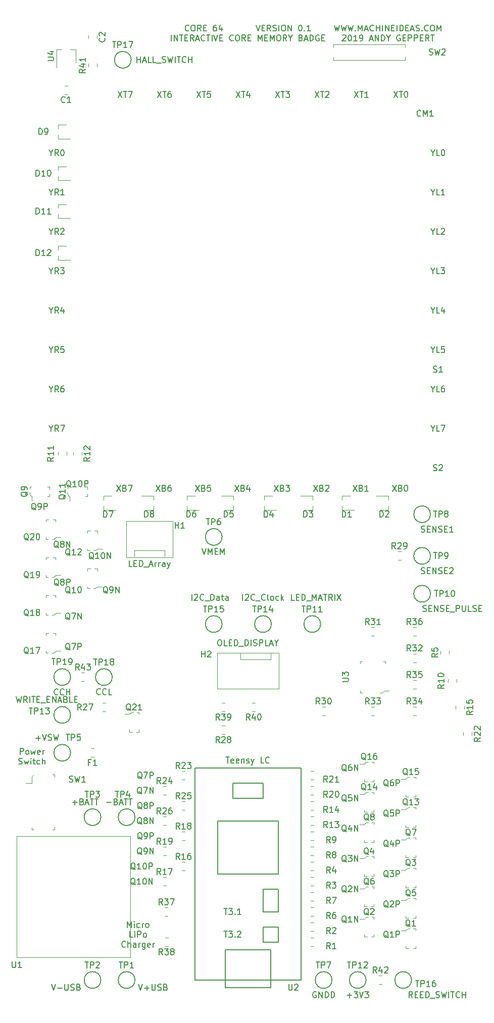
<source format=gbr>
G04 #@! TF.GenerationSoftware,KiCad,Pcbnew,(5.1.2-1)-1*
G04 #@! TF.CreationDate,2019-08-09T18:15:57-05:00*
G04 #@! TF.ProjectId,Interactive Core Memory Badge v0.1,496e7465-7261-4637-9469-766520436f72,0.1*
G04 #@! TF.SameCoordinates,Original*
G04 #@! TF.FileFunction,Legend,Top*
G04 #@! TF.FilePolarity,Positive*
%FSLAX46Y46*%
G04 Gerber Fmt 4.6, Leading zero omitted, Abs format (unit mm)*
G04 Created by KiCad (PCBNEW (5.1.2-1)-1) date 2019-08-09 18:15:57*
%MOMM*%
%LPD*%
G04 APERTURE LIST*
%ADD10C,0.150000*%
%ADD11C,0.120000*%
%ADD12C,0.100000*%
G04 APERTURE END LIST*
D10*
X56443809Y-152027380D02*
X56443809Y-151027380D01*
X56824761Y-151027380D01*
X56920000Y-151075000D01*
X56967619Y-151122619D01*
X57015238Y-151217857D01*
X57015238Y-151360714D01*
X56967619Y-151455952D01*
X56920000Y-151503571D01*
X56824761Y-151551190D01*
X56443809Y-151551190D01*
X57586666Y-152027380D02*
X57491428Y-151979761D01*
X57443809Y-151932142D01*
X57396190Y-151836904D01*
X57396190Y-151551190D01*
X57443809Y-151455952D01*
X57491428Y-151408333D01*
X57586666Y-151360714D01*
X57729523Y-151360714D01*
X57824761Y-151408333D01*
X57872380Y-151455952D01*
X57920000Y-151551190D01*
X57920000Y-151836904D01*
X57872380Y-151932142D01*
X57824761Y-151979761D01*
X57729523Y-152027380D01*
X57586666Y-152027380D01*
X58253333Y-151360714D02*
X58443809Y-152027380D01*
X58634285Y-151551190D01*
X58824761Y-152027380D01*
X59015238Y-151360714D01*
X59777142Y-151979761D02*
X59681904Y-152027380D01*
X59491428Y-152027380D01*
X59396190Y-151979761D01*
X59348571Y-151884523D01*
X59348571Y-151503571D01*
X59396190Y-151408333D01*
X59491428Y-151360714D01*
X59681904Y-151360714D01*
X59777142Y-151408333D01*
X59824761Y-151503571D01*
X59824761Y-151598809D01*
X59348571Y-151694047D01*
X60253333Y-152027380D02*
X60253333Y-151360714D01*
X60253333Y-151551190D02*
X60300952Y-151455952D01*
X60348571Y-151408333D01*
X60443809Y-151360714D01*
X60539047Y-151360714D01*
X56205714Y-153629761D02*
X56348571Y-153677380D01*
X56586666Y-153677380D01*
X56681904Y-153629761D01*
X56729523Y-153582142D01*
X56777142Y-153486904D01*
X56777142Y-153391666D01*
X56729523Y-153296428D01*
X56681904Y-153248809D01*
X56586666Y-153201190D01*
X56396190Y-153153571D01*
X56300952Y-153105952D01*
X56253333Y-153058333D01*
X56205714Y-152963095D01*
X56205714Y-152867857D01*
X56253333Y-152772619D01*
X56300952Y-152725000D01*
X56396190Y-152677380D01*
X56634285Y-152677380D01*
X56777142Y-152725000D01*
X57110476Y-153010714D02*
X57300952Y-153677380D01*
X57491428Y-153201190D01*
X57681904Y-153677380D01*
X57872380Y-153010714D01*
X58253333Y-153677380D02*
X58253333Y-153010714D01*
X58253333Y-152677380D02*
X58205714Y-152725000D01*
X58253333Y-152772619D01*
X58300952Y-152725000D01*
X58253333Y-152677380D01*
X58253333Y-152772619D01*
X58586666Y-153010714D02*
X58967619Y-153010714D01*
X58729523Y-152677380D02*
X58729523Y-153534523D01*
X58777142Y-153629761D01*
X58872380Y-153677380D01*
X58967619Y-153677380D01*
X59729523Y-153629761D02*
X59634285Y-153677380D01*
X59443809Y-153677380D01*
X59348571Y-153629761D01*
X59300952Y-153582142D01*
X59253333Y-153486904D01*
X59253333Y-153201190D01*
X59300952Y-153105952D01*
X59348571Y-153058333D01*
X59443809Y-153010714D01*
X59634285Y-153010714D01*
X59729523Y-153058333D01*
X60158095Y-153677380D02*
X60158095Y-152677380D01*
X60586666Y-153677380D02*
X60586666Y-153153571D01*
X60539047Y-153058333D01*
X60443809Y-153010714D01*
X60300952Y-153010714D01*
X60205714Y-153058333D01*
X60158095Y-153105952D01*
X90948333Y-152487380D02*
X91519761Y-152487380D01*
X91234047Y-153487380D02*
X91234047Y-152487380D01*
X92234047Y-153439761D02*
X92138809Y-153487380D01*
X91948333Y-153487380D01*
X91853095Y-153439761D01*
X91805476Y-153344523D01*
X91805476Y-152963571D01*
X91853095Y-152868333D01*
X91948333Y-152820714D01*
X92138809Y-152820714D01*
X92234047Y-152868333D01*
X92281666Y-152963571D01*
X92281666Y-153058809D01*
X91805476Y-153154047D01*
X93091190Y-153439761D02*
X92995952Y-153487380D01*
X92805476Y-153487380D01*
X92710238Y-153439761D01*
X92662619Y-153344523D01*
X92662619Y-152963571D01*
X92710238Y-152868333D01*
X92805476Y-152820714D01*
X92995952Y-152820714D01*
X93091190Y-152868333D01*
X93138809Y-152963571D01*
X93138809Y-153058809D01*
X92662619Y-153154047D01*
X93567380Y-152820714D02*
X93567380Y-153487380D01*
X93567380Y-152915952D02*
X93615000Y-152868333D01*
X93710238Y-152820714D01*
X93853095Y-152820714D01*
X93948333Y-152868333D01*
X93995952Y-152963571D01*
X93995952Y-153487380D01*
X94424523Y-153439761D02*
X94519761Y-153487380D01*
X94710238Y-153487380D01*
X94805476Y-153439761D01*
X94853095Y-153344523D01*
X94853095Y-153296904D01*
X94805476Y-153201666D01*
X94710238Y-153154047D01*
X94567380Y-153154047D01*
X94472142Y-153106428D01*
X94424523Y-153011190D01*
X94424523Y-152963571D01*
X94472142Y-152868333D01*
X94567380Y-152820714D01*
X94710238Y-152820714D01*
X94805476Y-152868333D01*
X95186428Y-152820714D02*
X95424523Y-153487380D01*
X95662619Y-152820714D02*
X95424523Y-153487380D01*
X95329285Y-153725476D01*
X95281666Y-153773095D01*
X95186428Y-153820714D01*
X97281666Y-153487380D02*
X96805476Y-153487380D01*
X96805476Y-152487380D01*
X98186428Y-153392142D02*
X98138809Y-153439761D01*
X97995952Y-153487380D01*
X97900714Y-153487380D01*
X97757857Y-153439761D01*
X97662619Y-153344523D01*
X97615000Y-153249285D01*
X97567380Y-153058809D01*
X97567380Y-152915952D01*
X97615000Y-152725476D01*
X97662619Y-152630238D01*
X97757857Y-152535000D01*
X97900714Y-152487380D01*
X97995952Y-152487380D01*
X98138809Y-152535000D01*
X98186428Y-152582619D01*
X74438095Y-181047380D02*
X74438095Y-180047380D01*
X74771428Y-180761666D01*
X75104761Y-180047380D01*
X75104761Y-181047380D01*
X75580952Y-181047380D02*
X75580952Y-180380714D01*
X75580952Y-180047380D02*
X75533333Y-180095000D01*
X75580952Y-180142619D01*
X75628571Y-180095000D01*
X75580952Y-180047380D01*
X75580952Y-180142619D01*
X76485714Y-180999761D02*
X76390476Y-181047380D01*
X76200000Y-181047380D01*
X76104761Y-180999761D01*
X76057142Y-180952142D01*
X76009523Y-180856904D01*
X76009523Y-180571190D01*
X76057142Y-180475952D01*
X76104761Y-180428333D01*
X76200000Y-180380714D01*
X76390476Y-180380714D01*
X76485714Y-180428333D01*
X76914285Y-181047380D02*
X76914285Y-180380714D01*
X76914285Y-180571190D02*
X76961904Y-180475952D01*
X77009523Y-180428333D01*
X77104761Y-180380714D01*
X77200000Y-180380714D01*
X77676190Y-181047380D02*
X77580952Y-180999761D01*
X77533333Y-180952142D01*
X77485714Y-180856904D01*
X77485714Y-180571190D01*
X77533333Y-180475952D01*
X77580952Y-180428333D01*
X77676190Y-180380714D01*
X77819047Y-180380714D01*
X77914285Y-180428333D01*
X77961904Y-180475952D01*
X78009523Y-180571190D01*
X78009523Y-180856904D01*
X77961904Y-180952142D01*
X77914285Y-180999761D01*
X77819047Y-181047380D01*
X77676190Y-181047380D01*
X75319047Y-182697380D02*
X74842857Y-182697380D01*
X74842857Y-181697380D01*
X75652380Y-182697380D02*
X75652380Y-182030714D01*
X75652380Y-181697380D02*
X75604761Y-181745000D01*
X75652380Y-181792619D01*
X75700000Y-181745000D01*
X75652380Y-181697380D01*
X75652380Y-181792619D01*
X76128571Y-182697380D02*
X76128571Y-181697380D01*
X76509523Y-181697380D01*
X76604761Y-181745000D01*
X76652380Y-181792619D01*
X76700000Y-181887857D01*
X76700000Y-182030714D01*
X76652380Y-182125952D01*
X76604761Y-182173571D01*
X76509523Y-182221190D01*
X76128571Y-182221190D01*
X77271428Y-182697380D02*
X77176190Y-182649761D01*
X77128571Y-182602142D01*
X77080952Y-182506904D01*
X77080952Y-182221190D01*
X77128571Y-182125952D01*
X77176190Y-182078333D01*
X77271428Y-182030714D01*
X77414285Y-182030714D01*
X77509523Y-182078333D01*
X77557142Y-182125952D01*
X77604761Y-182221190D01*
X77604761Y-182506904D01*
X77557142Y-182602142D01*
X77509523Y-182649761D01*
X77414285Y-182697380D01*
X77271428Y-182697380D01*
X74104761Y-184252142D02*
X74057142Y-184299761D01*
X73914285Y-184347380D01*
X73819047Y-184347380D01*
X73676190Y-184299761D01*
X73580952Y-184204523D01*
X73533333Y-184109285D01*
X73485714Y-183918809D01*
X73485714Y-183775952D01*
X73533333Y-183585476D01*
X73580952Y-183490238D01*
X73676190Y-183395000D01*
X73819047Y-183347380D01*
X73914285Y-183347380D01*
X74057142Y-183395000D01*
X74104761Y-183442619D01*
X74533333Y-184347380D02*
X74533333Y-183347380D01*
X74961904Y-184347380D02*
X74961904Y-183823571D01*
X74914285Y-183728333D01*
X74819047Y-183680714D01*
X74676190Y-183680714D01*
X74580952Y-183728333D01*
X74533333Y-183775952D01*
X75866666Y-184347380D02*
X75866666Y-183823571D01*
X75819047Y-183728333D01*
X75723809Y-183680714D01*
X75533333Y-183680714D01*
X75438095Y-183728333D01*
X75866666Y-184299761D02*
X75771428Y-184347380D01*
X75533333Y-184347380D01*
X75438095Y-184299761D01*
X75390476Y-184204523D01*
X75390476Y-184109285D01*
X75438095Y-184014047D01*
X75533333Y-183966428D01*
X75771428Y-183966428D01*
X75866666Y-183918809D01*
X76342857Y-184347380D02*
X76342857Y-183680714D01*
X76342857Y-183871190D02*
X76390476Y-183775952D01*
X76438095Y-183728333D01*
X76533333Y-183680714D01*
X76628571Y-183680714D01*
X77390476Y-183680714D02*
X77390476Y-184490238D01*
X77342857Y-184585476D01*
X77295238Y-184633095D01*
X77200000Y-184680714D01*
X77057142Y-184680714D01*
X76961904Y-184633095D01*
X77390476Y-184299761D02*
X77295238Y-184347380D01*
X77104761Y-184347380D01*
X77009523Y-184299761D01*
X76961904Y-184252142D01*
X76914285Y-184156904D01*
X76914285Y-183871190D01*
X76961904Y-183775952D01*
X77009523Y-183728333D01*
X77104761Y-183680714D01*
X77295238Y-183680714D01*
X77390476Y-183728333D01*
X78247619Y-184299761D02*
X78152380Y-184347380D01*
X77961904Y-184347380D01*
X77866666Y-184299761D01*
X77819047Y-184204523D01*
X77819047Y-183823571D01*
X77866666Y-183728333D01*
X77961904Y-183680714D01*
X78152380Y-183680714D01*
X78247619Y-183728333D01*
X78295238Y-183823571D01*
X78295238Y-183918809D01*
X77819047Y-184014047D01*
X78723809Y-184347380D02*
X78723809Y-183680714D01*
X78723809Y-183871190D02*
X78771428Y-183775952D01*
X78819047Y-183728333D01*
X78914285Y-183680714D01*
X79009523Y-183680714D01*
X64809761Y-134532619D02*
X64714523Y-134485000D01*
X64619285Y-134389761D01*
X64476428Y-134246904D01*
X64381190Y-134199285D01*
X64285952Y-134199285D01*
X64333571Y-134437380D02*
X64238333Y-134389761D01*
X64143095Y-134294523D01*
X64095476Y-134104047D01*
X64095476Y-133770714D01*
X64143095Y-133580238D01*
X64238333Y-133485000D01*
X64333571Y-133437380D01*
X64524047Y-133437380D01*
X64619285Y-133485000D01*
X64714523Y-133580238D01*
X64762142Y-133770714D01*
X64762142Y-134104047D01*
X64714523Y-134294523D01*
X64619285Y-134389761D01*
X64524047Y-134437380D01*
X64333571Y-134437380D01*
X65095476Y-133437380D02*
X65762142Y-133437380D01*
X65333571Y-134437380D01*
X66143095Y-134437380D02*
X66143095Y-133437380D01*
X66524047Y-133437380D01*
X66619285Y-133485000D01*
X66666904Y-133532619D01*
X66714523Y-133627857D01*
X66714523Y-133770714D01*
X66666904Y-133865952D01*
X66619285Y-133913571D01*
X66524047Y-133961190D01*
X66143095Y-133961190D01*
X64785952Y-129452619D02*
X64690714Y-129405000D01*
X64595476Y-129309761D01*
X64452619Y-129166904D01*
X64357380Y-129119285D01*
X64262142Y-129119285D01*
X64309761Y-129357380D02*
X64214523Y-129309761D01*
X64119285Y-129214523D01*
X64071666Y-129024047D01*
X64071666Y-128690714D01*
X64119285Y-128500238D01*
X64214523Y-128405000D01*
X64309761Y-128357380D01*
X64500238Y-128357380D01*
X64595476Y-128405000D01*
X64690714Y-128500238D01*
X64738333Y-128690714D01*
X64738333Y-129024047D01*
X64690714Y-129214523D01*
X64595476Y-129309761D01*
X64500238Y-129357380D01*
X64309761Y-129357380D01*
X65071666Y-128357380D02*
X65738333Y-128357380D01*
X65309761Y-129357380D01*
X66119285Y-129357380D02*
X66119285Y-128357380D01*
X66690714Y-129357380D01*
X66690714Y-128357380D01*
X62880952Y-117387619D02*
X62785714Y-117340000D01*
X62690476Y-117244761D01*
X62547619Y-117101904D01*
X62452380Y-117054285D01*
X62357142Y-117054285D01*
X62404761Y-117292380D02*
X62309523Y-117244761D01*
X62214285Y-117149523D01*
X62166666Y-116959047D01*
X62166666Y-116625714D01*
X62214285Y-116435238D01*
X62309523Y-116340000D01*
X62404761Y-116292380D01*
X62595238Y-116292380D01*
X62690476Y-116340000D01*
X62785714Y-116435238D01*
X62833333Y-116625714D01*
X62833333Y-116959047D01*
X62785714Y-117149523D01*
X62690476Y-117244761D01*
X62595238Y-117292380D01*
X62404761Y-117292380D01*
X63404761Y-116720952D02*
X63309523Y-116673333D01*
X63261904Y-116625714D01*
X63214285Y-116530476D01*
X63214285Y-116482857D01*
X63261904Y-116387619D01*
X63309523Y-116340000D01*
X63404761Y-116292380D01*
X63595238Y-116292380D01*
X63690476Y-116340000D01*
X63738095Y-116387619D01*
X63785714Y-116482857D01*
X63785714Y-116530476D01*
X63738095Y-116625714D01*
X63690476Y-116673333D01*
X63595238Y-116720952D01*
X63404761Y-116720952D01*
X63309523Y-116768571D01*
X63261904Y-116816190D01*
X63214285Y-116911428D01*
X63214285Y-117101904D01*
X63261904Y-117197142D01*
X63309523Y-117244761D01*
X63404761Y-117292380D01*
X63595238Y-117292380D01*
X63690476Y-117244761D01*
X63738095Y-117197142D01*
X63785714Y-117101904D01*
X63785714Y-116911428D01*
X63738095Y-116816190D01*
X63690476Y-116768571D01*
X63595238Y-116720952D01*
X64214285Y-117292380D02*
X64214285Y-116292380D01*
X64785714Y-117292380D01*
X64785714Y-116292380D01*
X62904761Y-123737619D02*
X62809523Y-123690000D01*
X62714285Y-123594761D01*
X62571428Y-123451904D01*
X62476190Y-123404285D01*
X62380952Y-123404285D01*
X62428571Y-123642380D02*
X62333333Y-123594761D01*
X62238095Y-123499523D01*
X62190476Y-123309047D01*
X62190476Y-122975714D01*
X62238095Y-122785238D01*
X62333333Y-122690000D01*
X62428571Y-122642380D01*
X62619047Y-122642380D01*
X62714285Y-122690000D01*
X62809523Y-122785238D01*
X62857142Y-122975714D01*
X62857142Y-123309047D01*
X62809523Y-123499523D01*
X62714285Y-123594761D01*
X62619047Y-123642380D01*
X62428571Y-123642380D01*
X63428571Y-123070952D02*
X63333333Y-123023333D01*
X63285714Y-122975714D01*
X63238095Y-122880476D01*
X63238095Y-122832857D01*
X63285714Y-122737619D01*
X63333333Y-122690000D01*
X63428571Y-122642380D01*
X63619047Y-122642380D01*
X63714285Y-122690000D01*
X63761904Y-122737619D01*
X63809523Y-122832857D01*
X63809523Y-122880476D01*
X63761904Y-122975714D01*
X63714285Y-123023333D01*
X63619047Y-123070952D01*
X63428571Y-123070952D01*
X63333333Y-123118571D01*
X63285714Y-123166190D01*
X63238095Y-123261428D01*
X63238095Y-123451904D01*
X63285714Y-123547142D01*
X63333333Y-123594761D01*
X63428571Y-123642380D01*
X63619047Y-123642380D01*
X63714285Y-123594761D01*
X63761904Y-123547142D01*
X63809523Y-123451904D01*
X63809523Y-123261428D01*
X63761904Y-123166190D01*
X63714285Y-123118571D01*
X63619047Y-123070952D01*
X64238095Y-123642380D02*
X64238095Y-122642380D01*
X64619047Y-122642380D01*
X64714285Y-122690000D01*
X64761904Y-122737619D01*
X64809523Y-122832857D01*
X64809523Y-122975714D01*
X64761904Y-123070952D01*
X64714285Y-123118571D01*
X64619047Y-123166190D01*
X64238095Y-123166190D01*
X59094761Y-111037619D02*
X58999523Y-110990000D01*
X58904285Y-110894761D01*
X58761428Y-110751904D01*
X58666190Y-110704285D01*
X58570952Y-110704285D01*
X58618571Y-110942380D02*
X58523333Y-110894761D01*
X58428095Y-110799523D01*
X58380476Y-110609047D01*
X58380476Y-110275714D01*
X58428095Y-110085238D01*
X58523333Y-109990000D01*
X58618571Y-109942380D01*
X58809047Y-109942380D01*
X58904285Y-109990000D01*
X58999523Y-110085238D01*
X59047142Y-110275714D01*
X59047142Y-110609047D01*
X58999523Y-110799523D01*
X58904285Y-110894761D01*
X58809047Y-110942380D01*
X58618571Y-110942380D01*
X59523333Y-110942380D02*
X59713809Y-110942380D01*
X59809047Y-110894761D01*
X59856666Y-110847142D01*
X59951904Y-110704285D01*
X59999523Y-110513809D01*
X59999523Y-110132857D01*
X59951904Y-110037619D01*
X59904285Y-109990000D01*
X59809047Y-109942380D01*
X59618571Y-109942380D01*
X59523333Y-109990000D01*
X59475714Y-110037619D01*
X59428095Y-110132857D01*
X59428095Y-110370952D01*
X59475714Y-110466190D01*
X59523333Y-110513809D01*
X59618571Y-110561428D01*
X59809047Y-110561428D01*
X59904285Y-110513809D01*
X59951904Y-110466190D01*
X59999523Y-110370952D01*
X60428095Y-110942380D02*
X60428095Y-109942380D01*
X60809047Y-109942380D01*
X60904285Y-109990000D01*
X60951904Y-110037619D01*
X60999523Y-110132857D01*
X60999523Y-110275714D01*
X60951904Y-110370952D01*
X60904285Y-110418571D01*
X60809047Y-110466190D01*
X60428095Y-110466190D01*
X71135952Y-125007619D02*
X71040714Y-124960000D01*
X70945476Y-124864761D01*
X70802619Y-124721904D01*
X70707380Y-124674285D01*
X70612142Y-124674285D01*
X70659761Y-124912380D02*
X70564523Y-124864761D01*
X70469285Y-124769523D01*
X70421666Y-124579047D01*
X70421666Y-124245714D01*
X70469285Y-124055238D01*
X70564523Y-123960000D01*
X70659761Y-123912380D01*
X70850238Y-123912380D01*
X70945476Y-123960000D01*
X71040714Y-124055238D01*
X71088333Y-124245714D01*
X71088333Y-124579047D01*
X71040714Y-124769523D01*
X70945476Y-124864761D01*
X70850238Y-124912380D01*
X70659761Y-124912380D01*
X71564523Y-124912380D02*
X71755000Y-124912380D01*
X71850238Y-124864761D01*
X71897857Y-124817142D01*
X71993095Y-124674285D01*
X72040714Y-124483809D01*
X72040714Y-124102857D01*
X71993095Y-124007619D01*
X71945476Y-123960000D01*
X71850238Y-123912380D01*
X71659761Y-123912380D01*
X71564523Y-123960000D01*
X71516904Y-124007619D01*
X71469285Y-124102857D01*
X71469285Y-124340952D01*
X71516904Y-124436190D01*
X71564523Y-124483809D01*
X71659761Y-124531428D01*
X71850238Y-124531428D01*
X71945476Y-124483809D01*
X71993095Y-124436190D01*
X72040714Y-124340952D01*
X72469285Y-124912380D02*
X72469285Y-123912380D01*
X73040714Y-124912380D01*
X73040714Y-123912380D01*
X64968571Y-107227619D02*
X64873333Y-107180000D01*
X64778095Y-107084761D01*
X64635238Y-106941904D01*
X64540000Y-106894285D01*
X64444761Y-106894285D01*
X64492380Y-107132380D02*
X64397142Y-107084761D01*
X64301904Y-106989523D01*
X64254285Y-106799047D01*
X64254285Y-106465714D01*
X64301904Y-106275238D01*
X64397142Y-106180000D01*
X64492380Y-106132380D01*
X64682857Y-106132380D01*
X64778095Y-106180000D01*
X64873333Y-106275238D01*
X64920952Y-106465714D01*
X64920952Y-106799047D01*
X64873333Y-106989523D01*
X64778095Y-107084761D01*
X64682857Y-107132380D01*
X64492380Y-107132380D01*
X65873333Y-107132380D02*
X65301904Y-107132380D01*
X65587619Y-107132380D02*
X65587619Y-106132380D01*
X65492380Y-106275238D01*
X65397142Y-106370476D01*
X65301904Y-106418095D01*
X66492380Y-106132380D02*
X66587619Y-106132380D01*
X66682857Y-106180000D01*
X66730476Y-106227619D01*
X66778095Y-106322857D01*
X66825714Y-106513333D01*
X66825714Y-106751428D01*
X66778095Y-106941904D01*
X66730476Y-107037142D01*
X66682857Y-107084761D01*
X66587619Y-107132380D01*
X66492380Y-107132380D01*
X66397142Y-107084761D01*
X66349523Y-107037142D01*
X66301904Y-106941904D01*
X66254285Y-106751428D01*
X66254285Y-106513333D01*
X66301904Y-106322857D01*
X66349523Y-106227619D01*
X66397142Y-106180000D01*
X66492380Y-106132380D01*
X67254285Y-107132380D02*
X67254285Y-106132380D01*
X67635238Y-106132380D01*
X67730476Y-106180000D01*
X67778095Y-106227619D01*
X67825714Y-106322857D01*
X67825714Y-106465714D01*
X67778095Y-106560952D01*
X67730476Y-106608571D01*
X67635238Y-106656190D01*
X67254285Y-106656190D01*
X68754761Y-119292619D02*
X68659523Y-119245000D01*
X68564285Y-119149761D01*
X68421428Y-119006904D01*
X68326190Y-118959285D01*
X68230952Y-118959285D01*
X68278571Y-119197380D02*
X68183333Y-119149761D01*
X68088095Y-119054523D01*
X68040476Y-118864047D01*
X68040476Y-118530714D01*
X68088095Y-118340238D01*
X68183333Y-118245000D01*
X68278571Y-118197380D01*
X68469047Y-118197380D01*
X68564285Y-118245000D01*
X68659523Y-118340238D01*
X68707142Y-118530714D01*
X68707142Y-118864047D01*
X68659523Y-119054523D01*
X68564285Y-119149761D01*
X68469047Y-119197380D01*
X68278571Y-119197380D01*
X69659523Y-119197380D02*
X69088095Y-119197380D01*
X69373809Y-119197380D02*
X69373809Y-118197380D01*
X69278571Y-118340238D01*
X69183333Y-118435476D01*
X69088095Y-118483095D01*
X70278571Y-118197380D02*
X70373809Y-118197380D01*
X70469047Y-118245000D01*
X70516666Y-118292619D01*
X70564285Y-118387857D01*
X70611904Y-118578333D01*
X70611904Y-118816428D01*
X70564285Y-119006904D01*
X70516666Y-119102142D01*
X70469047Y-119149761D01*
X70373809Y-119197380D01*
X70278571Y-119197380D01*
X70183333Y-119149761D01*
X70135714Y-119102142D01*
X70088095Y-119006904D01*
X70040476Y-118816428D01*
X70040476Y-118578333D01*
X70088095Y-118387857D01*
X70135714Y-118292619D01*
X70183333Y-118245000D01*
X70278571Y-118197380D01*
X71040476Y-119197380D02*
X71040476Y-118197380D01*
X71611904Y-119197380D01*
X71611904Y-118197380D01*
X76874761Y-156122619D02*
X76779523Y-156075000D01*
X76684285Y-155979761D01*
X76541428Y-155836904D01*
X76446190Y-155789285D01*
X76350952Y-155789285D01*
X76398571Y-156027380D02*
X76303333Y-155979761D01*
X76208095Y-155884523D01*
X76160476Y-155694047D01*
X76160476Y-155360714D01*
X76208095Y-155170238D01*
X76303333Y-155075000D01*
X76398571Y-155027380D01*
X76589047Y-155027380D01*
X76684285Y-155075000D01*
X76779523Y-155170238D01*
X76827142Y-155360714D01*
X76827142Y-155694047D01*
X76779523Y-155884523D01*
X76684285Y-155979761D01*
X76589047Y-156027380D01*
X76398571Y-156027380D01*
X77160476Y-155027380D02*
X77827142Y-155027380D01*
X77398571Y-156027380D01*
X78208095Y-156027380D02*
X78208095Y-155027380D01*
X78589047Y-155027380D01*
X78684285Y-155075000D01*
X78731904Y-155122619D01*
X78779523Y-155217857D01*
X78779523Y-155360714D01*
X78731904Y-155455952D01*
X78684285Y-155503571D01*
X78589047Y-155551190D01*
X78208095Y-155551190D01*
X76850952Y-158662619D02*
X76755714Y-158615000D01*
X76660476Y-158519761D01*
X76517619Y-158376904D01*
X76422380Y-158329285D01*
X76327142Y-158329285D01*
X76374761Y-158567380D02*
X76279523Y-158519761D01*
X76184285Y-158424523D01*
X76136666Y-158234047D01*
X76136666Y-157900714D01*
X76184285Y-157710238D01*
X76279523Y-157615000D01*
X76374761Y-157567380D01*
X76565238Y-157567380D01*
X76660476Y-157615000D01*
X76755714Y-157710238D01*
X76803333Y-157900714D01*
X76803333Y-158234047D01*
X76755714Y-158424523D01*
X76660476Y-158519761D01*
X76565238Y-158567380D01*
X76374761Y-158567380D01*
X77136666Y-157567380D02*
X77803333Y-157567380D01*
X77374761Y-158567380D01*
X78184285Y-158567380D02*
X78184285Y-157567380D01*
X78755714Y-158567380D01*
X78755714Y-157567380D01*
X76850952Y-163742619D02*
X76755714Y-163695000D01*
X76660476Y-163599761D01*
X76517619Y-163456904D01*
X76422380Y-163409285D01*
X76327142Y-163409285D01*
X76374761Y-163647380D02*
X76279523Y-163599761D01*
X76184285Y-163504523D01*
X76136666Y-163314047D01*
X76136666Y-162980714D01*
X76184285Y-162790238D01*
X76279523Y-162695000D01*
X76374761Y-162647380D01*
X76565238Y-162647380D01*
X76660476Y-162695000D01*
X76755714Y-162790238D01*
X76803333Y-162980714D01*
X76803333Y-163314047D01*
X76755714Y-163504523D01*
X76660476Y-163599761D01*
X76565238Y-163647380D01*
X76374761Y-163647380D01*
X77374761Y-163075952D02*
X77279523Y-163028333D01*
X77231904Y-162980714D01*
X77184285Y-162885476D01*
X77184285Y-162837857D01*
X77231904Y-162742619D01*
X77279523Y-162695000D01*
X77374761Y-162647380D01*
X77565238Y-162647380D01*
X77660476Y-162695000D01*
X77708095Y-162742619D01*
X77755714Y-162837857D01*
X77755714Y-162885476D01*
X77708095Y-162980714D01*
X77660476Y-163028333D01*
X77565238Y-163075952D01*
X77374761Y-163075952D01*
X77279523Y-163123571D01*
X77231904Y-163171190D01*
X77184285Y-163266428D01*
X77184285Y-163456904D01*
X77231904Y-163552142D01*
X77279523Y-163599761D01*
X77374761Y-163647380D01*
X77565238Y-163647380D01*
X77660476Y-163599761D01*
X77708095Y-163552142D01*
X77755714Y-163456904D01*
X77755714Y-163266428D01*
X77708095Y-163171190D01*
X77660476Y-163123571D01*
X77565238Y-163075952D01*
X78184285Y-163647380D02*
X78184285Y-162647380D01*
X78755714Y-163647380D01*
X78755714Y-162647380D01*
X76874761Y-161202619D02*
X76779523Y-161155000D01*
X76684285Y-161059761D01*
X76541428Y-160916904D01*
X76446190Y-160869285D01*
X76350952Y-160869285D01*
X76398571Y-161107380D02*
X76303333Y-161059761D01*
X76208095Y-160964523D01*
X76160476Y-160774047D01*
X76160476Y-160440714D01*
X76208095Y-160250238D01*
X76303333Y-160155000D01*
X76398571Y-160107380D01*
X76589047Y-160107380D01*
X76684285Y-160155000D01*
X76779523Y-160250238D01*
X76827142Y-160440714D01*
X76827142Y-160774047D01*
X76779523Y-160964523D01*
X76684285Y-161059761D01*
X76589047Y-161107380D01*
X76398571Y-161107380D01*
X77398571Y-160535952D02*
X77303333Y-160488333D01*
X77255714Y-160440714D01*
X77208095Y-160345476D01*
X77208095Y-160297857D01*
X77255714Y-160202619D01*
X77303333Y-160155000D01*
X77398571Y-160107380D01*
X77589047Y-160107380D01*
X77684285Y-160155000D01*
X77731904Y-160202619D01*
X77779523Y-160297857D01*
X77779523Y-160345476D01*
X77731904Y-160440714D01*
X77684285Y-160488333D01*
X77589047Y-160535952D01*
X77398571Y-160535952D01*
X77303333Y-160583571D01*
X77255714Y-160631190D01*
X77208095Y-160726428D01*
X77208095Y-160916904D01*
X77255714Y-161012142D01*
X77303333Y-161059761D01*
X77398571Y-161107380D01*
X77589047Y-161107380D01*
X77684285Y-161059761D01*
X77731904Y-161012142D01*
X77779523Y-160916904D01*
X77779523Y-160726428D01*
X77731904Y-160631190D01*
X77684285Y-160583571D01*
X77589047Y-160535952D01*
X78208095Y-161107380D02*
X78208095Y-160107380D01*
X78589047Y-160107380D01*
X78684285Y-160155000D01*
X78731904Y-160202619D01*
X78779523Y-160297857D01*
X78779523Y-160440714D01*
X78731904Y-160535952D01*
X78684285Y-160583571D01*
X78589047Y-160631190D01*
X78208095Y-160631190D01*
X76874761Y-166282619D02*
X76779523Y-166235000D01*
X76684285Y-166139761D01*
X76541428Y-165996904D01*
X76446190Y-165949285D01*
X76350952Y-165949285D01*
X76398571Y-166187380D02*
X76303333Y-166139761D01*
X76208095Y-166044523D01*
X76160476Y-165854047D01*
X76160476Y-165520714D01*
X76208095Y-165330238D01*
X76303333Y-165235000D01*
X76398571Y-165187380D01*
X76589047Y-165187380D01*
X76684285Y-165235000D01*
X76779523Y-165330238D01*
X76827142Y-165520714D01*
X76827142Y-165854047D01*
X76779523Y-166044523D01*
X76684285Y-166139761D01*
X76589047Y-166187380D01*
X76398571Y-166187380D01*
X77303333Y-166187380D02*
X77493809Y-166187380D01*
X77589047Y-166139761D01*
X77636666Y-166092142D01*
X77731904Y-165949285D01*
X77779523Y-165758809D01*
X77779523Y-165377857D01*
X77731904Y-165282619D01*
X77684285Y-165235000D01*
X77589047Y-165187380D01*
X77398571Y-165187380D01*
X77303333Y-165235000D01*
X77255714Y-165282619D01*
X77208095Y-165377857D01*
X77208095Y-165615952D01*
X77255714Y-165711190D01*
X77303333Y-165758809D01*
X77398571Y-165806428D01*
X77589047Y-165806428D01*
X77684285Y-165758809D01*
X77731904Y-165711190D01*
X77779523Y-165615952D01*
X78208095Y-166187380D02*
X78208095Y-165187380D01*
X78589047Y-165187380D01*
X78684285Y-165235000D01*
X78731904Y-165282619D01*
X78779523Y-165377857D01*
X78779523Y-165520714D01*
X78731904Y-165615952D01*
X78684285Y-165663571D01*
X78589047Y-165711190D01*
X78208095Y-165711190D01*
X76850952Y-168822619D02*
X76755714Y-168775000D01*
X76660476Y-168679761D01*
X76517619Y-168536904D01*
X76422380Y-168489285D01*
X76327142Y-168489285D01*
X76374761Y-168727380D02*
X76279523Y-168679761D01*
X76184285Y-168584523D01*
X76136666Y-168394047D01*
X76136666Y-168060714D01*
X76184285Y-167870238D01*
X76279523Y-167775000D01*
X76374761Y-167727380D01*
X76565238Y-167727380D01*
X76660476Y-167775000D01*
X76755714Y-167870238D01*
X76803333Y-168060714D01*
X76803333Y-168394047D01*
X76755714Y-168584523D01*
X76660476Y-168679761D01*
X76565238Y-168727380D01*
X76374761Y-168727380D01*
X77279523Y-168727380D02*
X77470000Y-168727380D01*
X77565238Y-168679761D01*
X77612857Y-168632142D01*
X77708095Y-168489285D01*
X77755714Y-168298809D01*
X77755714Y-167917857D01*
X77708095Y-167822619D01*
X77660476Y-167775000D01*
X77565238Y-167727380D01*
X77374761Y-167727380D01*
X77279523Y-167775000D01*
X77231904Y-167822619D01*
X77184285Y-167917857D01*
X77184285Y-168155952D01*
X77231904Y-168251190D01*
X77279523Y-168298809D01*
X77374761Y-168346428D01*
X77565238Y-168346428D01*
X77660476Y-168298809D01*
X77708095Y-168251190D01*
X77755714Y-168155952D01*
X78184285Y-168727380D02*
X78184285Y-167727380D01*
X78755714Y-168727380D01*
X78755714Y-167727380D01*
X75763571Y-171362619D02*
X75668333Y-171315000D01*
X75573095Y-171219761D01*
X75430238Y-171076904D01*
X75335000Y-171029285D01*
X75239761Y-171029285D01*
X75287380Y-171267380D02*
X75192142Y-171219761D01*
X75096904Y-171124523D01*
X75049285Y-170934047D01*
X75049285Y-170600714D01*
X75096904Y-170410238D01*
X75192142Y-170315000D01*
X75287380Y-170267380D01*
X75477857Y-170267380D01*
X75573095Y-170315000D01*
X75668333Y-170410238D01*
X75715952Y-170600714D01*
X75715952Y-170934047D01*
X75668333Y-171124523D01*
X75573095Y-171219761D01*
X75477857Y-171267380D01*
X75287380Y-171267380D01*
X76668333Y-171267380D02*
X76096904Y-171267380D01*
X76382619Y-171267380D02*
X76382619Y-170267380D01*
X76287380Y-170410238D01*
X76192142Y-170505476D01*
X76096904Y-170553095D01*
X77287380Y-170267380D02*
X77382619Y-170267380D01*
X77477857Y-170315000D01*
X77525476Y-170362619D01*
X77573095Y-170457857D01*
X77620714Y-170648333D01*
X77620714Y-170886428D01*
X77573095Y-171076904D01*
X77525476Y-171172142D01*
X77477857Y-171219761D01*
X77382619Y-171267380D01*
X77287380Y-171267380D01*
X77192142Y-171219761D01*
X77144523Y-171172142D01*
X77096904Y-171076904D01*
X77049285Y-170886428D01*
X77049285Y-170648333D01*
X77096904Y-170457857D01*
X77144523Y-170362619D01*
X77192142Y-170315000D01*
X77287380Y-170267380D01*
X78049285Y-171267380D02*
X78049285Y-170267380D01*
X78430238Y-170267380D01*
X78525476Y-170315000D01*
X78573095Y-170362619D01*
X78620714Y-170457857D01*
X78620714Y-170600714D01*
X78573095Y-170695952D01*
X78525476Y-170743571D01*
X78430238Y-170791190D01*
X78049285Y-170791190D01*
X75739761Y-173902619D02*
X75644523Y-173855000D01*
X75549285Y-173759761D01*
X75406428Y-173616904D01*
X75311190Y-173569285D01*
X75215952Y-173569285D01*
X75263571Y-173807380D02*
X75168333Y-173759761D01*
X75073095Y-173664523D01*
X75025476Y-173474047D01*
X75025476Y-173140714D01*
X75073095Y-172950238D01*
X75168333Y-172855000D01*
X75263571Y-172807380D01*
X75454047Y-172807380D01*
X75549285Y-172855000D01*
X75644523Y-172950238D01*
X75692142Y-173140714D01*
X75692142Y-173474047D01*
X75644523Y-173664523D01*
X75549285Y-173759761D01*
X75454047Y-173807380D01*
X75263571Y-173807380D01*
X76644523Y-173807380D02*
X76073095Y-173807380D01*
X76358809Y-173807380D02*
X76358809Y-172807380D01*
X76263571Y-172950238D01*
X76168333Y-173045476D01*
X76073095Y-173093095D01*
X77263571Y-172807380D02*
X77358809Y-172807380D01*
X77454047Y-172855000D01*
X77501666Y-172902619D01*
X77549285Y-172997857D01*
X77596904Y-173188333D01*
X77596904Y-173426428D01*
X77549285Y-173616904D01*
X77501666Y-173712142D01*
X77454047Y-173759761D01*
X77358809Y-173807380D01*
X77263571Y-173807380D01*
X77168333Y-173759761D01*
X77120714Y-173712142D01*
X77073095Y-173616904D01*
X77025476Y-173426428D01*
X77025476Y-173188333D01*
X77073095Y-172997857D01*
X77120714Y-172902619D01*
X77168333Y-172855000D01*
X77263571Y-172807380D01*
X78025476Y-173807380D02*
X78025476Y-172807380D01*
X78596904Y-173807380D01*
X78596904Y-172807380D01*
X118149761Y-162472619D02*
X118054523Y-162425000D01*
X117959285Y-162329761D01*
X117816428Y-162186904D01*
X117721190Y-162139285D01*
X117625952Y-162139285D01*
X117673571Y-162377380D02*
X117578333Y-162329761D01*
X117483095Y-162234523D01*
X117435476Y-162044047D01*
X117435476Y-161710714D01*
X117483095Y-161520238D01*
X117578333Y-161425000D01*
X117673571Y-161377380D01*
X117864047Y-161377380D01*
X117959285Y-161425000D01*
X118054523Y-161520238D01*
X118102142Y-161710714D01*
X118102142Y-162044047D01*
X118054523Y-162234523D01*
X117959285Y-162329761D01*
X117864047Y-162377380D01*
X117673571Y-162377380D01*
X119006904Y-161377380D02*
X118530714Y-161377380D01*
X118483095Y-161853571D01*
X118530714Y-161805952D01*
X118625952Y-161758333D01*
X118864047Y-161758333D01*
X118959285Y-161805952D01*
X119006904Y-161853571D01*
X119054523Y-161948809D01*
X119054523Y-162186904D01*
X119006904Y-162282142D01*
X118959285Y-162329761D01*
X118864047Y-162377380D01*
X118625952Y-162377380D01*
X118530714Y-162329761D01*
X118483095Y-162282142D01*
X119483095Y-162377380D02*
X119483095Y-161377380D01*
X119864047Y-161377380D01*
X119959285Y-161425000D01*
X120006904Y-161472619D01*
X120054523Y-161567857D01*
X120054523Y-161710714D01*
X120006904Y-161805952D01*
X119959285Y-161853571D01*
X119864047Y-161901190D01*
X119483095Y-161901190D01*
X111140952Y-159932619D02*
X111045714Y-159885000D01*
X110950476Y-159789761D01*
X110807619Y-159646904D01*
X110712380Y-159599285D01*
X110617142Y-159599285D01*
X110664761Y-159837380D02*
X110569523Y-159789761D01*
X110474285Y-159694523D01*
X110426666Y-159504047D01*
X110426666Y-159170714D01*
X110474285Y-158980238D01*
X110569523Y-158885000D01*
X110664761Y-158837380D01*
X110855238Y-158837380D01*
X110950476Y-158885000D01*
X111045714Y-158980238D01*
X111093333Y-159170714D01*
X111093333Y-159504047D01*
X111045714Y-159694523D01*
X110950476Y-159789761D01*
X110855238Y-159837380D01*
X110664761Y-159837380D01*
X111998095Y-158837380D02*
X111521904Y-158837380D01*
X111474285Y-159313571D01*
X111521904Y-159265952D01*
X111617142Y-159218333D01*
X111855238Y-159218333D01*
X111950476Y-159265952D01*
X111998095Y-159313571D01*
X112045714Y-159408809D01*
X112045714Y-159646904D01*
X111998095Y-159742142D01*
X111950476Y-159789761D01*
X111855238Y-159837380D01*
X111617142Y-159837380D01*
X111521904Y-159789761D01*
X111474285Y-159742142D01*
X112474285Y-159837380D02*
X112474285Y-158837380D01*
X113045714Y-159837380D01*
X113045714Y-158837380D01*
X118149761Y-157392619D02*
X118054523Y-157345000D01*
X117959285Y-157249761D01*
X117816428Y-157106904D01*
X117721190Y-157059285D01*
X117625952Y-157059285D01*
X117673571Y-157297380D02*
X117578333Y-157249761D01*
X117483095Y-157154523D01*
X117435476Y-156964047D01*
X117435476Y-156630714D01*
X117483095Y-156440238D01*
X117578333Y-156345000D01*
X117673571Y-156297380D01*
X117864047Y-156297380D01*
X117959285Y-156345000D01*
X118054523Y-156440238D01*
X118102142Y-156630714D01*
X118102142Y-156964047D01*
X118054523Y-157154523D01*
X117959285Y-157249761D01*
X117864047Y-157297380D01*
X117673571Y-157297380D01*
X118959285Y-156297380D02*
X118768809Y-156297380D01*
X118673571Y-156345000D01*
X118625952Y-156392619D01*
X118530714Y-156535476D01*
X118483095Y-156725952D01*
X118483095Y-157106904D01*
X118530714Y-157202142D01*
X118578333Y-157249761D01*
X118673571Y-157297380D01*
X118864047Y-157297380D01*
X118959285Y-157249761D01*
X119006904Y-157202142D01*
X119054523Y-157106904D01*
X119054523Y-156868809D01*
X119006904Y-156773571D01*
X118959285Y-156725952D01*
X118864047Y-156678333D01*
X118673571Y-156678333D01*
X118578333Y-156725952D01*
X118530714Y-156773571D01*
X118483095Y-156868809D01*
X119483095Y-157297380D02*
X119483095Y-156297380D01*
X119864047Y-156297380D01*
X119959285Y-156345000D01*
X120006904Y-156392619D01*
X120054523Y-156487857D01*
X120054523Y-156630714D01*
X120006904Y-156725952D01*
X119959285Y-156773571D01*
X119864047Y-156821190D01*
X119483095Y-156821190D01*
X111140952Y-154852619D02*
X111045714Y-154805000D01*
X110950476Y-154709761D01*
X110807619Y-154566904D01*
X110712380Y-154519285D01*
X110617142Y-154519285D01*
X110664761Y-154757380D02*
X110569523Y-154709761D01*
X110474285Y-154614523D01*
X110426666Y-154424047D01*
X110426666Y-154090714D01*
X110474285Y-153900238D01*
X110569523Y-153805000D01*
X110664761Y-153757380D01*
X110855238Y-153757380D01*
X110950476Y-153805000D01*
X111045714Y-153900238D01*
X111093333Y-154090714D01*
X111093333Y-154424047D01*
X111045714Y-154614523D01*
X110950476Y-154709761D01*
X110855238Y-154757380D01*
X110664761Y-154757380D01*
X111950476Y-153757380D02*
X111760000Y-153757380D01*
X111664761Y-153805000D01*
X111617142Y-153852619D01*
X111521904Y-153995476D01*
X111474285Y-154185952D01*
X111474285Y-154566904D01*
X111521904Y-154662142D01*
X111569523Y-154709761D01*
X111664761Y-154757380D01*
X111855238Y-154757380D01*
X111950476Y-154709761D01*
X111998095Y-154662142D01*
X112045714Y-154566904D01*
X112045714Y-154328809D01*
X111998095Y-154233571D01*
X111950476Y-154185952D01*
X111855238Y-154138333D01*
X111664761Y-154138333D01*
X111569523Y-154185952D01*
X111521904Y-154233571D01*
X111474285Y-154328809D01*
X112474285Y-154757380D02*
X112474285Y-153757380D01*
X113045714Y-154757380D01*
X113045714Y-153757380D01*
X118149761Y-172632619D02*
X118054523Y-172585000D01*
X117959285Y-172489761D01*
X117816428Y-172346904D01*
X117721190Y-172299285D01*
X117625952Y-172299285D01*
X117673571Y-172537380D02*
X117578333Y-172489761D01*
X117483095Y-172394523D01*
X117435476Y-172204047D01*
X117435476Y-171870714D01*
X117483095Y-171680238D01*
X117578333Y-171585000D01*
X117673571Y-171537380D01*
X117864047Y-171537380D01*
X117959285Y-171585000D01*
X118054523Y-171680238D01*
X118102142Y-171870714D01*
X118102142Y-172204047D01*
X118054523Y-172394523D01*
X117959285Y-172489761D01*
X117864047Y-172537380D01*
X117673571Y-172537380D01*
X118435476Y-171537380D02*
X119054523Y-171537380D01*
X118721190Y-171918333D01*
X118864047Y-171918333D01*
X118959285Y-171965952D01*
X119006904Y-172013571D01*
X119054523Y-172108809D01*
X119054523Y-172346904D01*
X119006904Y-172442142D01*
X118959285Y-172489761D01*
X118864047Y-172537380D01*
X118578333Y-172537380D01*
X118483095Y-172489761D01*
X118435476Y-172442142D01*
X119483095Y-172537380D02*
X119483095Y-171537380D01*
X119864047Y-171537380D01*
X119959285Y-171585000D01*
X120006904Y-171632619D01*
X120054523Y-171727857D01*
X120054523Y-171870714D01*
X120006904Y-171965952D01*
X119959285Y-172013571D01*
X119864047Y-172061190D01*
X119483095Y-172061190D01*
X111140952Y-170092619D02*
X111045714Y-170045000D01*
X110950476Y-169949761D01*
X110807619Y-169806904D01*
X110712380Y-169759285D01*
X110617142Y-169759285D01*
X110664761Y-169997380D02*
X110569523Y-169949761D01*
X110474285Y-169854523D01*
X110426666Y-169664047D01*
X110426666Y-169330714D01*
X110474285Y-169140238D01*
X110569523Y-169045000D01*
X110664761Y-168997380D01*
X110855238Y-168997380D01*
X110950476Y-169045000D01*
X111045714Y-169140238D01*
X111093333Y-169330714D01*
X111093333Y-169664047D01*
X111045714Y-169854523D01*
X110950476Y-169949761D01*
X110855238Y-169997380D01*
X110664761Y-169997380D01*
X111426666Y-168997380D02*
X112045714Y-168997380D01*
X111712380Y-169378333D01*
X111855238Y-169378333D01*
X111950476Y-169425952D01*
X111998095Y-169473571D01*
X112045714Y-169568809D01*
X112045714Y-169806904D01*
X111998095Y-169902142D01*
X111950476Y-169949761D01*
X111855238Y-169997380D01*
X111569523Y-169997380D01*
X111474285Y-169949761D01*
X111426666Y-169902142D01*
X112474285Y-169997380D02*
X112474285Y-168997380D01*
X113045714Y-169997380D01*
X113045714Y-168997380D01*
X118149761Y-167552619D02*
X118054523Y-167505000D01*
X117959285Y-167409761D01*
X117816428Y-167266904D01*
X117721190Y-167219285D01*
X117625952Y-167219285D01*
X117673571Y-167457380D02*
X117578333Y-167409761D01*
X117483095Y-167314523D01*
X117435476Y-167124047D01*
X117435476Y-166790714D01*
X117483095Y-166600238D01*
X117578333Y-166505000D01*
X117673571Y-166457380D01*
X117864047Y-166457380D01*
X117959285Y-166505000D01*
X118054523Y-166600238D01*
X118102142Y-166790714D01*
X118102142Y-167124047D01*
X118054523Y-167314523D01*
X117959285Y-167409761D01*
X117864047Y-167457380D01*
X117673571Y-167457380D01*
X118959285Y-166790714D02*
X118959285Y-167457380D01*
X118721190Y-166409761D02*
X118483095Y-167124047D01*
X119102142Y-167124047D01*
X119483095Y-167457380D02*
X119483095Y-166457380D01*
X119864047Y-166457380D01*
X119959285Y-166505000D01*
X120006904Y-166552619D01*
X120054523Y-166647857D01*
X120054523Y-166790714D01*
X120006904Y-166885952D01*
X119959285Y-166933571D01*
X119864047Y-166981190D01*
X119483095Y-166981190D01*
X111140952Y-165012619D02*
X111045714Y-164965000D01*
X110950476Y-164869761D01*
X110807619Y-164726904D01*
X110712380Y-164679285D01*
X110617142Y-164679285D01*
X110664761Y-164917380D02*
X110569523Y-164869761D01*
X110474285Y-164774523D01*
X110426666Y-164584047D01*
X110426666Y-164250714D01*
X110474285Y-164060238D01*
X110569523Y-163965000D01*
X110664761Y-163917380D01*
X110855238Y-163917380D01*
X110950476Y-163965000D01*
X111045714Y-164060238D01*
X111093333Y-164250714D01*
X111093333Y-164584047D01*
X111045714Y-164774523D01*
X110950476Y-164869761D01*
X110855238Y-164917380D01*
X110664761Y-164917380D01*
X111950476Y-164250714D02*
X111950476Y-164917380D01*
X111712380Y-163869761D02*
X111474285Y-164584047D01*
X112093333Y-164584047D01*
X112474285Y-164917380D02*
X112474285Y-163917380D01*
X113045714Y-164917380D01*
X113045714Y-163917380D01*
X118149761Y-177712619D02*
X118054523Y-177665000D01*
X117959285Y-177569761D01*
X117816428Y-177426904D01*
X117721190Y-177379285D01*
X117625952Y-177379285D01*
X117673571Y-177617380D02*
X117578333Y-177569761D01*
X117483095Y-177474523D01*
X117435476Y-177284047D01*
X117435476Y-176950714D01*
X117483095Y-176760238D01*
X117578333Y-176665000D01*
X117673571Y-176617380D01*
X117864047Y-176617380D01*
X117959285Y-176665000D01*
X118054523Y-176760238D01*
X118102142Y-176950714D01*
X118102142Y-177284047D01*
X118054523Y-177474523D01*
X117959285Y-177569761D01*
X117864047Y-177617380D01*
X117673571Y-177617380D01*
X118483095Y-176712619D02*
X118530714Y-176665000D01*
X118625952Y-176617380D01*
X118864047Y-176617380D01*
X118959285Y-176665000D01*
X119006904Y-176712619D01*
X119054523Y-176807857D01*
X119054523Y-176903095D01*
X119006904Y-177045952D01*
X118435476Y-177617380D01*
X119054523Y-177617380D01*
X119483095Y-177617380D02*
X119483095Y-176617380D01*
X119864047Y-176617380D01*
X119959285Y-176665000D01*
X120006904Y-176712619D01*
X120054523Y-176807857D01*
X120054523Y-176950714D01*
X120006904Y-177045952D01*
X119959285Y-177093571D01*
X119864047Y-177141190D01*
X119483095Y-177141190D01*
X111140952Y-175172619D02*
X111045714Y-175125000D01*
X110950476Y-175029761D01*
X110807619Y-174886904D01*
X110712380Y-174839285D01*
X110617142Y-174839285D01*
X110664761Y-175077380D02*
X110569523Y-175029761D01*
X110474285Y-174934523D01*
X110426666Y-174744047D01*
X110426666Y-174410714D01*
X110474285Y-174220238D01*
X110569523Y-174125000D01*
X110664761Y-174077380D01*
X110855238Y-174077380D01*
X110950476Y-174125000D01*
X111045714Y-174220238D01*
X111093333Y-174410714D01*
X111093333Y-174744047D01*
X111045714Y-174934523D01*
X110950476Y-175029761D01*
X110855238Y-175077380D01*
X110664761Y-175077380D01*
X111474285Y-174172619D02*
X111521904Y-174125000D01*
X111617142Y-174077380D01*
X111855238Y-174077380D01*
X111950476Y-174125000D01*
X111998095Y-174172619D01*
X112045714Y-174267857D01*
X112045714Y-174363095D01*
X111998095Y-174505952D01*
X111426666Y-175077380D01*
X112045714Y-175077380D01*
X112474285Y-175077380D02*
X112474285Y-174077380D01*
X113045714Y-175077380D01*
X113045714Y-174077380D01*
X111140952Y-180252619D02*
X111045714Y-180205000D01*
X110950476Y-180109761D01*
X110807619Y-179966904D01*
X110712380Y-179919285D01*
X110617142Y-179919285D01*
X110664761Y-180157380D02*
X110569523Y-180109761D01*
X110474285Y-180014523D01*
X110426666Y-179824047D01*
X110426666Y-179490714D01*
X110474285Y-179300238D01*
X110569523Y-179205000D01*
X110664761Y-179157380D01*
X110855238Y-179157380D01*
X110950476Y-179205000D01*
X111045714Y-179300238D01*
X111093333Y-179490714D01*
X111093333Y-179824047D01*
X111045714Y-180014523D01*
X110950476Y-180109761D01*
X110855238Y-180157380D01*
X110664761Y-180157380D01*
X112045714Y-180157380D02*
X111474285Y-180157380D01*
X111760000Y-180157380D02*
X111760000Y-179157380D01*
X111664761Y-179300238D01*
X111569523Y-179395476D01*
X111474285Y-179443095D01*
X112474285Y-180157380D02*
X112474285Y-179157380D01*
X113045714Y-180157380D01*
X113045714Y-179157380D01*
X118149761Y-182792619D02*
X118054523Y-182745000D01*
X117959285Y-182649761D01*
X117816428Y-182506904D01*
X117721190Y-182459285D01*
X117625952Y-182459285D01*
X117673571Y-182697380D02*
X117578333Y-182649761D01*
X117483095Y-182554523D01*
X117435476Y-182364047D01*
X117435476Y-182030714D01*
X117483095Y-181840238D01*
X117578333Y-181745000D01*
X117673571Y-181697380D01*
X117864047Y-181697380D01*
X117959285Y-181745000D01*
X118054523Y-181840238D01*
X118102142Y-182030714D01*
X118102142Y-182364047D01*
X118054523Y-182554523D01*
X117959285Y-182649761D01*
X117864047Y-182697380D01*
X117673571Y-182697380D01*
X119054523Y-182697380D02*
X118483095Y-182697380D01*
X118768809Y-182697380D02*
X118768809Y-181697380D01*
X118673571Y-181840238D01*
X118578333Y-181935476D01*
X118483095Y-181983095D01*
X119483095Y-182697380D02*
X119483095Y-181697380D01*
X119864047Y-181697380D01*
X119959285Y-181745000D01*
X120006904Y-181792619D01*
X120054523Y-181887857D01*
X120054523Y-182030714D01*
X120006904Y-182125952D01*
X119959285Y-182173571D01*
X119864047Y-182221190D01*
X119483095Y-182221190D01*
X109133809Y-29742380D02*
X109371904Y-30742380D01*
X109562380Y-30028095D01*
X109752857Y-30742380D01*
X109990952Y-29742380D01*
X110276666Y-29742380D02*
X110514761Y-30742380D01*
X110705238Y-30028095D01*
X110895714Y-30742380D01*
X111133809Y-29742380D01*
X111419523Y-29742380D02*
X111657619Y-30742380D01*
X111848095Y-30028095D01*
X112038571Y-30742380D01*
X112276666Y-29742380D01*
X112657619Y-30647142D02*
X112705238Y-30694761D01*
X112657619Y-30742380D01*
X112610000Y-30694761D01*
X112657619Y-30647142D01*
X112657619Y-30742380D01*
X113133809Y-30742380D02*
X113133809Y-29742380D01*
X113467142Y-30456666D01*
X113800476Y-29742380D01*
X113800476Y-30742380D01*
X114229047Y-30456666D02*
X114705238Y-30456666D01*
X114133809Y-30742380D02*
X114467142Y-29742380D01*
X114800476Y-30742380D01*
X115705238Y-30647142D02*
X115657619Y-30694761D01*
X115514761Y-30742380D01*
X115419523Y-30742380D01*
X115276666Y-30694761D01*
X115181428Y-30599523D01*
X115133809Y-30504285D01*
X115086190Y-30313809D01*
X115086190Y-30170952D01*
X115133809Y-29980476D01*
X115181428Y-29885238D01*
X115276666Y-29790000D01*
X115419523Y-29742380D01*
X115514761Y-29742380D01*
X115657619Y-29790000D01*
X115705238Y-29837619D01*
X116133809Y-30742380D02*
X116133809Y-29742380D01*
X116133809Y-30218571D02*
X116705238Y-30218571D01*
X116705238Y-30742380D02*
X116705238Y-29742380D01*
X117181428Y-30742380D02*
X117181428Y-29742380D01*
X117657619Y-30742380D02*
X117657619Y-29742380D01*
X118229047Y-30742380D01*
X118229047Y-29742380D01*
X118705238Y-30218571D02*
X119038571Y-30218571D01*
X119181428Y-30742380D02*
X118705238Y-30742380D01*
X118705238Y-29742380D01*
X119181428Y-29742380D01*
X119610000Y-30742380D02*
X119610000Y-29742380D01*
X120086190Y-30742380D02*
X120086190Y-29742380D01*
X120324285Y-29742380D01*
X120467142Y-29790000D01*
X120562380Y-29885238D01*
X120610000Y-29980476D01*
X120657619Y-30170952D01*
X120657619Y-30313809D01*
X120610000Y-30504285D01*
X120562380Y-30599523D01*
X120467142Y-30694761D01*
X120324285Y-30742380D01*
X120086190Y-30742380D01*
X121086190Y-30218571D02*
X121419523Y-30218571D01*
X121562380Y-30742380D02*
X121086190Y-30742380D01*
X121086190Y-29742380D01*
X121562380Y-29742380D01*
X121943333Y-30456666D02*
X122419523Y-30456666D01*
X121848095Y-30742380D02*
X122181428Y-29742380D01*
X122514761Y-30742380D01*
X122800476Y-30694761D02*
X122943333Y-30742380D01*
X123181428Y-30742380D01*
X123276666Y-30694761D01*
X123324285Y-30647142D01*
X123371904Y-30551904D01*
X123371904Y-30456666D01*
X123324285Y-30361428D01*
X123276666Y-30313809D01*
X123181428Y-30266190D01*
X122990952Y-30218571D01*
X122895714Y-30170952D01*
X122848095Y-30123333D01*
X122800476Y-30028095D01*
X122800476Y-29932857D01*
X122848095Y-29837619D01*
X122895714Y-29790000D01*
X122990952Y-29742380D01*
X123229047Y-29742380D01*
X123371904Y-29790000D01*
X123800476Y-30647142D02*
X123848095Y-30694761D01*
X123800476Y-30742380D01*
X123752857Y-30694761D01*
X123800476Y-30647142D01*
X123800476Y-30742380D01*
X124848095Y-30647142D02*
X124800476Y-30694761D01*
X124657619Y-30742380D01*
X124562380Y-30742380D01*
X124419523Y-30694761D01*
X124324285Y-30599523D01*
X124276666Y-30504285D01*
X124229047Y-30313809D01*
X124229047Y-30170952D01*
X124276666Y-29980476D01*
X124324285Y-29885238D01*
X124419523Y-29790000D01*
X124562380Y-29742380D01*
X124657619Y-29742380D01*
X124800476Y-29790000D01*
X124848095Y-29837619D01*
X125467142Y-29742380D02*
X125657619Y-29742380D01*
X125752857Y-29790000D01*
X125848095Y-29885238D01*
X125895714Y-30075714D01*
X125895714Y-30409047D01*
X125848095Y-30599523D01*
X125752857Y-30694761D01*
X125657619Y-30742380D01*
X125467142Y-30742380D01*
X125371904Y-30694761D01*
X125276666Y-30599523D01*
X125229047Y-30409047D01*
X125229047Y-30075714D01*
X125276666Y-29885238D01*
X125371904Y-29790000D01*
X125467142Y-29742380D01*
X126324285Y-30742380D02*
X126324285Y-29742380D01*
X126657619Y-30456666D01*
X126990952Y-29742380D01*
X126990952Y-30742380D01*
X110467142Y-31487619D02*
X110514761Y-31440000D01*
X110610000Y-31392380D01*
X110848095Y-31392380D01*
X110943333Y-31440000D01*
X110990952Y-31487619D01*
X111038571Y-31582857D01*
X111038571Y-31678095D01*
X110990952Y-31820952D01*
X110419523Y-32392380D01*
X111038571Y-32392380D01*
X111657619Y-31392380D02*
X111752857Y-31392380D01*
X111848095Y-31440000D01*
X111895714Y-31487619D01*
X111943333Y-31582857D01*
X111990952Y-31773333D01*
X111990952Y-32011428D01*
X111943333Y-32201904D01*
X111895714Y-32297142D01*
X111848095Y-32344761D01*
X111752857Y-32392380D01*
X111657619Y-32392380D01*
X111562380Y-32344761D01*
X111514761Y-32297142D01*
X111467142Y-32201904D01*
X111419523Y-32011428D01*
X111419523Y-31773333D01*
X111467142Y-31582857D01*
X111514761Y-31487619D01*
X111562380Y-31440000D01*
X111657619Y-31392380D01*
X112943333Y-32392380D02*
X112371904Y-32392380D01*
X112657619Y-32392380D02*
X112657619Y-31392380D01*
X112562380Y-31535238D01*
X112467142Y-31630476D01*
X112371904Y-31678095D01*
X113419523Y-32392380D02*
X113610000Y-32392380D01*
X113705238Y-32344761D01*
X113752857Y-32297142D01*
X113848095Y-32154285D01*
X113895714Y-31963809D01*
X113895714Y-31582857D01*
X113848095Y-31487619D01*
X113800476Y-31440000D01*
X113705238Y-31392380D01*
X113514761Y-31392380D01*
X113419523Y-31440000D01*
X113371904Y-31487619D01*
X113324285Y-31582857D01*
X113324285Y-31820952D01*
X113371904Y-31916190D01*
X113419523Y-31963809D01*
X113514761Y-32011428D01*
X113705238Y-32011428D01*
X113800476Y-31963809D01*
X113848095Y-31916190D01*
X113895714Y-31820952D01*
X115038571Y-32106666D02*
X115514761Y-32106666D01*
X114943333Y-32392380D02*
X115276666Y-31392380D01*
X115610000Y-32392380D01*
X115943333Y-32392380D02*
X115943333Y-31392380D01*
X116514761Y-32392380D01*
X116514761Y-31392380D01*
X116990952Y-32392380D02*
X116990952Y-31392380D01*
X117229047Y-31392380D01*
X117371904Y-31440000D01*
X117467142Y-31535238D01*
X117514761Y-31630476D01*
X117562380Y-31820952D01*
X117562380Y-31963809D01*
X117514761Y-32154285D01*
X117467142Y-32249523D01*
X117371904Y-32344761D01*
X117229047Y-32392380D01*
X116990952Y-32392380D01*
X118181428Y-31916190D02*
X118181428Y-32392380D01*
X117848095Y-31392380D02*
X118181428Y-31916190D01*
X118514761Y-31392380D01*
X120133809Y-31440000D02*
X120038571Y-31392380D01*
X119895714Y-31392380D01*
X119752857Y-31440000D01*
X119657619Y-31535238D01*
X119610000Y-31630476D01*
X119562380Y-31820952D01*
X119562380Y-31963809D01*
X119610000Y-32154285D01*
X119657619Y-32249523D01*
X119752857Y-32344761D01*
X119895714Y-32392380D01*
X119990952Y-32392380D01*
X120133809Y-32344761D01*
X120181428Y-32297142D01*
X120181428Y-31963809D01*
X119990952Y-31963809D01*
X120610000Y-31868571D02*
X120943333Y-31868571D01*
X121086190Y-32392380D02*
X120610000Y-32392380D01*
X120610000Y-31392380D01*
X121086190Y-31392380D01*
X121514761Y-32392380D02*
X121514761Y-31392380D01*
X121895714Y-31392380D01*
X121990952Y-31440000D01*
X122038571Y-31487619D01*
X122086190Y-31582857D01*
X122086190Y-31725714D01*
X122038571Y-31820952D01*
X121990952Y-31868571D01*
X121895714Y-31916190D01*
X121514761Y-31916190D01*
X122514761Y-32392380D02*
X122514761Y-31392380D01*
X122895714Y-31392380D01*
X122990952Y-31440000D01*
X123038571Y-31487619D01*
X123086190Y-31582857D01*
X123086190Y-31725714D01*
X123038571Y-31820952D01*
X122990952Y-31868571D01*
X122895714Y-31916190D01*
X122514761Y-31916190D01*
X123514761Y-31868571D02*
X123848095Y-31868571D01*
X123990952Y-32392380D02*
X123514761Y-32392380D01*
X123514761Y-31392380D01*
X123990952Y-31392380D01*
X124990952Y-32392380D02*
X124657619Y-31916190D01*
X124419523Y-32392380D02*
X124419523Y-31392380D01*
X124800476Y-31392380D01*
X124895714Y-31440000D01*
X124943333Y-31487619D01*
X124990952Y-31582857D01*
X124990952Y-31725714D01*
X124943333Y-31820952D01*
X124895714Y-31868571D01*
X124800476Y-31916190D01*
X124419523Y-31916190D01*
X125276666Y-31392380D02*
X125848095Y-31392380D01*
X125562380Y-32392380D02*
X125562380Y-31392380D01*
X84734047Y-30647142D02*
X84686428Y-30694761D01*
X84543571Y-30742380D01*
X84448333Y-30742380D01*
X84305476Y-30694761D01*
X84210238Y-30599523D01*
X84162619Y-30504285D01*
X84115000Y-30313809D01*
X84115000Y-30170952D01*
X84162619Y-29980476D01*
X84210238Y-29885238D01*
X84305476Y-29790000D01*
X84448333Y-29742380D01*
X84543571Y-29742380D01*
X84686428Y-29790000D01*
X84734047Y-29837619D01*
X85353095Y-29742380D02*
X85543571Y-29742380D01*
X85638809Y-29790000D01*
X85734047Y-29885238D01*
X85781666Y-30075714D01*
X85781666Y-30409047D01*
X85734047Y-30599523D01*
X85638809Y-30694761D01*
X85543571Y-30742380D01*
X85353095Y-30742380D01*
X85257857Y-30694761D01*
X85162619Y-30599523D01*
X85115000Y-30409047D01*
X85115000Y-30075714D01*
X85162619Y-29885238D01*
X85257857Y-29790000D01*
X85353095Y-29742380D01*
X86781666Y-30742380D02*
X86448333Y-30266190D01*
X86210238Y-30742380D02*
X86210238Y-29742380D01*
X86591190Y-29742380D01*
X86686428Y-29790000D01*
X86734047Y-29837619D01*
X86781666Y-29932857D01*
X86781666Y-30075714D01*
X86734047Y-30170952D01*
X86686428Y-30218571D01*
X86591190Y-30266190D01*
X86210238Y-30266190D01*
X87210238Y-30218571D02*
X87543571Y-30218571D01*
X87686428Y-30742380D02*
X87210238Y-30742380D01*
X87210238Y-29742380D01*
X87686428Y-29742380D01*
X89305476Y-29742380D02*
X89115000Y-29742380D01*
X89019761Y-29790000D01*
X88972142Y-29837619D01*
X88876904Y-29980476D01*
X88829285Y-30170952D01*
X88829285Y-30551904D01*
X88876904Y-30647142D01*
X88924523Y-30694761D01*
X89019761Y-30742380D01*
X89210238Y-30742380D01*
X89305476Y-30694761D01*
X89353095Y-30647142D01*
X89400714Y-30551904D01*
X89400714Y-30313809D01*
X89353095Y-30218571D01*
X89305476Y-30170952D01*
X89210238Y-30123333D01*
X89019761Y-30123333D01*
X88924523Y-30170952D01*
X88876904Y-30218571D01*
X88829285Y-30313809D01*
X90257857Y-30075714D02*
X90257857Y-30742380D01*
X90019761Y-29694761D02*
X89781666Y-30409047D01*
X90400714Y-30409047D01*
X95972142Y-29742380D02*
X96305476Y-30742380D01*
X96638809Y-29742380D01*
X96972142Y-30218571D02*
X97305476Y-30218571D01*
X97448333Y-30742380D02*
X96972142Y-30742380D01*
X96972142Y-29742380D01*
X97448333Y-29742380D01*
X98448333Y-30742380D02*
X98115000Y-30266190D01*
X97876904Y-30742380D02*
X97876904Y-29742380D01*
X98257857Y-29742380D01*
X98353095Y-29790000D01*
X98400714Y-29837619D01*
X98448333Y-29932857D01*
X98448333Y-30075714D01*
X98400714Y-30170952D01*
X98353095Y-30218571D01*
X98257857Y-30266190D01*
X97876904Y-30266190D01*
X98829285Y-30694761D02*
X98972142Y-30742380D01*
X99210238Y-30742380D01*
X99305476Y-30694761D01*
X99353095Y-30647142D01*
X99400714Y-30551904D01*
X99400714Y-30456666D01*
X99353095Y-30361428D01*
X99305476Y-30313809D01*
X99210238Y-30266190D01*
X99019761Y-30218571D01*
X98924523Y-30170952D01*
X98876904Y-30123333D01*
X98829285Y-30028095D01*
X98829285Y-29932857D01*
X98876904Y-29837619D01*
X98924523Y-29790000D01*
X99019761Y-29742380D01*
X99257857Y-29742380D01*
X99400714Y-29790000D01*
X99829285Y-30742380D02*
X99829285Y-29742380D01*
X100495952Y-29742380D02*
X100686428Y-29742380D01*
X100781666Y-29790000D01*
X100876904Y-29885238D01*
X100924523Y-30075714D01*
X100924523Y-30409047D01*
X100876904Y-30599523D01*
X100781666Y-30694761D01*
X100686428Y-30742380D01*
X100495952Y-30742380D01*
X100400714Y-30694761D01*
X100305476Y-30599523D01*
X100257857Y-30409047D01*
X100257857Y-30075714D01*
X100305476Y-29885238D01*
X100400714Y-29790000D01*
X100495952Y-29742380D01*
X101353095Y-30742380D02*
X101353095Y-29742380D01*
X101924523Y-30742380D01*
X101924523Y-29742380D01*
X103353095Y-29742380D02*
X103448333Y-29742380D01*
X103543571Y-29790000D01*
X103591190Y-29837619D01*
X103638809Y-29932857D01*
X103686428Y-30123333D01*
X103686428Y-30361428D01*
X103638809Y-30551904D01*
X103591190Y-30647142D01*
X103543571Y-30694761D01*
X103448333Y-30742380D01*
X103353095Y-30742380D01*
X103257857Y-30694761D01*
X103210238Y-30647142D01*
X103162619Y-30551904D01*
X103115000Y-30361428D01*
X103115000Y-30123333D01*
X103162619Y-29932857D01*
X103210238Y-29837619D01*
X103257857Y-29790000D01*
X103353095Y-29742380D01*
X104115000Y-30647142D02*
X104162619Y-30694761D01*
X104115000Y-30742380D01*
X104067380Y-30694761D01*
X104115000Y-30647142D01*
X104115000Y-30742380D01*
X105115000Y-30742380D02*
X104543571Y-30742380D01*
X104829285Y-30742380D02*
X104829285Y-29742380D01*
X104734047Y-29885238D01*
X104638809Y-29980476D01*
X104543571Y-30028095D01*
X81781666Y-32392380D02*
X81781666Y-31392380D01*
X82257857Y-32392380D02*
X82257857Y-31392380D01*
X82829285Y-32392380D01*
X82829285Y-31392380D01*
X83162619Y-31392380D02*
X83734047Y-31392380D01*
X83448333Y-32392380D02*
X83448333Y-31392380D01*
X84067380Y-31868571D02*
X84400714Y-31868571D01*
X84543571Y-32392380D02*
X84067380Y-32392380D01*
X84067380Y-31392380D01*
X84543571Y-31392380D01*
X85543571Y-32392380D02*
X85210238Y-31916190D01*
X84972142Y-32392380D02*
X84972142Y-31392380D01*
X85353095Y-31392380D01*
X85448333Y-31440000D01*
X85495952Y-31487619D01*
X85543571Y-31582857D01*
X85543571Y-31725714D01*
X85495952Y-31820952D01*
X85448333Y-31868571D01*
X85353095Y-31916190D01*
X84972142Y-31916190D01*
X85924523Y-32106666D02*
X86400714Y-32106666D01*
X85829285Y-32392380D02*
X86162619Y-31392380D01*
X86495952Y-32392380D01*
X87400714Y-32297142D02*
X87353095Y-32344761D01*
X87210238Y-32392380D01*
X87115000Y-32392380D01*
X86972142Y-32344761D01*
X86876904Y-32249523D01*
X86829285Y-32154285D01*
X86781666Y-31963809D01*
X86781666Y-31820952D01*
X86829285Y-31630476D01*
X86876904Y-31535238D01*
X86972142Y-31440000D01*
X87115000Y-31392380D01*
X87210238Y-31392380D01*
X87353095Y-31440000D01*
X87400714Y-31487619D01*
X87686428Y-31392380D02*
X88257857Y-31392380D01*
X87972142Y-32392380D02*
X87972142Y-31392380D01*
X88591190Y-32392380D02*
X88591190Y-31392380D01*
X88924523Y-31392380D02*
X89257857Y-32392380D01*
X89591190Y-31392380D01*
X89924523Y-31868571D02*
X90257857Y-31868571D01*
X90400714Y-32392380D02*
X89924523Y-32392380D01*
X89924523Y-31392380D01*
X90400714Y-31392380D01*
X92162619Y-32297142D02*
X92115000Y-32344761D01*
X91972142Y-32392380D01*
X91876904Y-32392380D01*
X91734047Y-32344761D01*
X91638809Y-32249523D01*
X91591190Y-32154285D01*
X91543571Y-31963809D01*
X91543571Y-31820952D01*
X91591190Y-31630476D01*
X91638809Y-31535238D01*
X91734047Y-31440000D01*
X91876904Y-31392380D01*
X91972142Y-31392380D01*
X92115000Y-31440000D01*
X92162619Y-31487619D01*
X92781666Y-31392380D02*
X92972142Y-31392380D01*
X93067380Y-31440000D01*
X93162619Y-31535238D01*
X93210238Y-31725714D01*
X93210238Y-32059047D01*
X93162619Y-32249523D01*
X93067380Y-32344761D01*
X92972142Y-32392380D01*
X92781666Y-32392380D01*
X92686428Y-32344761D01*
X92591190Y-32249523D01*
X92543571Y-32059047D01*
X92543571Y-31725714D01*
X92591190Y-31535238D01*
X92686428Y-31440000D01*
X92781666Y-31392380D01*
X94210238Y-32392380D02*
X93876904Y-31916190D01*
X93638809Y-32392380D02*
X93638809Y-31392380D01*
X94019761Y-31392380D01*
X94115000Y-31440000D01*
X94162619Y-31487619D01*
X94210238Y-31582857D01*
X94210238Y-31725714D01*
X94162619Y-31820952D01*
X94115000Y-31868571D01*
X94019761Y-31916190D01*
X93638809Y-31916190D01*
X94638809Y-31868571D02*
X94972142Y-31868571D01*
X95115000Y-32392380D02*
X94638809Y-32392380D01*
X94638809Y-31392380D01*
X95115000Y-31392380D01*
X96305476Y-32392380D02*
X96305476Y-31392380D01*
X96638809Y-32106666D01*
X96972142Y-31392380D01*
X96972142Y-32392380D01*
X97448333Y-31868571D02*
X97781666Y-31868571D01*
X97924523Y-32392380D02*
X97448333Y-32392380D01*
X97448333Y-31392380D01*
X97924523Y-31392380D01*
X98353095Y-32392380D02*
X98353095Y-31392380D01*
X98686428Y-32106666D01*
X99019761Y-31392380D01*
X99019761Y-32392380D01*
X99686428Y-31392380D02*
X99876904Y-31392380D01*
X99972142Y-31440000D01*
X100067380Y-31535238D01*
X100115000Y-31725714D01*
X100115000Y-32059047D01*
X100067380Y-32249523D01*
X99972142Y-32344761D01*
X99876904Y-32392380D01*
X99686428Y-32392380D01*
X99591190Y-32344761D01*
X99495952Y-32249523D01*
X99448333Y-32059047D01*
X99448333Y-31725714D01*
X99495952Y-31535238D01*
X99591190Y-31440000D01*
X99686428Y-31392380D01*
X101115000Y-32392380D02*
X100781666Y-31916190D01*
X100543571Y-32392380D02*
X100543571Y-31392380D01*
X100924523Y-31392380D01*
X101019761Y-31440000D01*
X101067380Y-31487619D01*
X101115000Y-31582857D01*
X101115000Y-31725714D01*
X101067380Y-31820952D01*
X101019761Y-31868571D01*
X100924523Y-31916190D01*
X100543571Y-31916190D01*
X101734047Y-31916190D02*
X101734047Y-32392380D01*
X101400714Y-31392380D02*
X101734047Y-31916190D01*
X102067380Y-31392380D01*
X103495952Y-31868571D02*
X103638809Y-31916190D01*
X103686428Y-31963809D01*
X103734047Y-32059047D01*
X103734047Y-32201904D01*
X103686428Y-32297142D01*
X103638809Y-32344761D01*
X103543571Y-32392380D01*
X103162619Y-32392380D01*
X103162619Y-31392380D01*
X103495952Y-31392380D01*
X103591190Y-31440000D01*
X103638809Y-31487619D01*
X103686428Y-31582857D01*
X103686428Y-31678095D01*
X103638809Y-31773333D01*
X103591190Y-31820952D01*
X103495952Y-31868571D01*
X103162619Y-31868571D01*
X104115000Y-32106666D02*
X104591190Y-32106666D01*
X104019761Y-32392380D02*
X104353095Y-31392380D01*
X104686428Y-32392380D01*
X105019761Y-32392380D02*
X105019761Y-31392380D01*
X105257857Y-31392380D01*
X105400714Y-31440000D01*
X105495952Y-31535238D01*
X105543571Y-31630476D01*
X105591190Y-31820952D01*
X105591190Y-31963809D01*
X105543571Y-32154285D01*
X105495952Y-32249523D01*
X105400714Y-32344761D01*
X105257857Y-32392380D01*
X105019761Y-32392380D01*
X106543571Y-31440000D02*
X106448333Y-31392380D01*
X106305476Y-31392380D01*
X106162619Y-31440000D01*
X106067380Y-31535238D01*
X106019761Y-31630476D01*
X105972142Y-31820952D01*
X105972142Y-31963809D01*
X106019761Y-32154285D01*
X106067380Y-32249523D01*
X106162619Y-32344761D01*
X106305476Y-32392380D01*
X106400714Y-32392380D01*
X106543571Y-32344761D01*
X106591190Y-32297142D01*
X106591190Y-31963809D01*
X106400714Y-31963809D01*
X107019761Y-31868571D02*
X107353095Y-31868571D01*
X107495952Y-32392380D02*
X107019761Y-32392380D01*
X107019761Y-31392380D01*
X107495952Y-31392380D01*
D11*
X93345000Y-136140000D02*
X93345000Y-135130000D01*
X98425000Y-136140000D02*
X93345000Y-136140000D01*
X98425000Y-135130000D02*
X98425000Y-136140000D01*
X99775000Y-135030000D02*
X99775000Y-141030000D01*
X89475000Y-135030000D02*
X99775000Y-135030000D01*
X89475000Y-140980000D02*
X89475000Y-135030000D01*
X99775000Y-141030000D02*
X89484200Y-141020800D01*
D10*
X64900000Y-139065000D02*
G75*
G03X64900000Y-139065000I-1400000J0D01*
G01*
X75695000Y-189865000D02*
G75*
G03X75695000Y-189865000I-1400000J0D01*
G01*
X69980000Y-162560000D02*
G75*
G03X69980000Y-162560000I-1400000J0D01*
G01*
X75695000Y-162560000D02*
G75*
G03X75695000Y-162560000I-1400000J0D01*
G01*
X64900000Y-151765000D02*
G75*
G03X64900000Y-151765000I-1400000J0D01*
G01*
X90300000Y-115570000D02*
G75*
G03X90300000Y-115570000I-1400000J0D01*
G01*
X125225000Y-111760000D02*
G75*
G03X125225000Y-111760000I-1400000J0D01*
G01*
X125225000Y-118745000D02*
G75*
G03X125225000Y-118745000I-1400000J0D01*
G01*
X125225000Y-125095000D02*
G75*
G03X125225000Y-125095000I-1400000J0D01*
G01*
X106810000Y-130175000D02*
G75*
G03X106810000Y-130175000I-1400000J0D01*
G01*
X114430000Y-189865000D02*
G75*
G03X114430000Y-189865000I-1400000J0D01*
G01*
X64900000Y-145415000D02*
G75*
G03X64900000Y-145415000I-1400000J0D01*
G01*
X98555000Y-130175000D02*
G75*
G03X98555000Y-130175000I-1400000J0D01*
G01*
X90300000Y-130175000D02*
G75*
G03X90300000Y-130175000I-1400000J0D01*
G01*
X122050000Y-189865000D02*
G75*
G03X122050000Y-189865000I-1400000J0D01*
G01*
X75060000Y-35560000D02*
G75*
G03X75060000Y-35560000I-1400000J0D01*
G01*
X108715000Y-189865000D02*
G75*
G03X108715000Y-189865000I-1400000J0D01*
G01*
X69980000Y-189865000D02*
G75*
G03X69980000Y-189865000I-1400000J0D01*
G01*
X71885000Y-139065000D02*
G75*
G03X71885000Y-139065000I-1400000J0D01*
G01*
D11*
X65745000Y-36000000D02*
X65745000Y-33850000D01*
X62525000Y-36925000D02*
X62525000Y-33850000D01*
X62535000Y-33850000D02*
X63435000Y-33850000D01*
X64835000Y-33850000D02*
X65745000Y-33850000D01*
X69290000Y-36756078D02*
X69290000Y-36238922D01*
X67870000Y-36756078D02*
X67870000Y-36238922D01*
X67870000Y-31491422D02*
X67870000Y-32008578D01*
X69290000Y-31491422D02*
X69290000Y-32008578D01*
X64393578Y-39930000D02*
X63876422Y-39930000D01*
X64393578Y-41350000D02*
X63876422Y-41350000D01*
D12*
X62250000Y-164645000D02*
X61875000Y-164645000D01*
X62250000Y-164245000D02*
X62250000Y-164645000D01*
X58400000Y-164645000D02*
X58400000Y-164295000D01*
X58775000Y-164645000D02*
X58400000Y-164645000D01*
X62250000Y-155395000D02*
X61850000Y-155395000D01*
X62250000Y-155870000D02*
X62250000Y-155395000D01*
X58400000Y-156845000D02*
X57350000Y-156845000D01*
X58400000Y-155745000D02*
X58400000Y-156845000D01*
X58775000Y-155395000D02*
X58400000Y-155745000D01*
D11*
X70743578Y-143435000D02*
X70226422Y-143435000D01*
X70743578Y-144855000D02*
X70226422Y-144855000D01*
D12*
X76390000Y-144969000D02*
X76390000Y-145269000D01*
X76015000Y-144969000D02*
X76390000Y-144969000D01*
X76390000Y-148269000D02*
X75940000Y-148269000D01*
X76390000Y-147969000D02*
X76390000Y-148269000D01*
X76390000Y-148044000D02*
X76390000Y-147919000D01*
X74740000Y-148269000D02*
X74740000Y-147919000D01*
X75215000Y-148269000D02*
X74740000Y-148269000D01*
X74740000Y-145294000D02*
X73965000Y-145294000D01*
X74740000Y-145244000D02*
X74740000Y-145294000D01*
X75115000Y-144969000D02*
X74740000Y-145244000D01*
X75390000Y-144969000D02*
X75115000Y-144969000D01*
D11*
X95841078Y-143435000D02*
X95323922Y-143435000D01*
X95841078Y-144855000D02*
X95323922Y-144855000D01*
X90761078Y-143435000D02*
X90243922Y-143435000D01*
X90761078Y-144855000D02*
X90243922Y-144855000D01*
X74930000Y-186055000D02*
X55880000Y-186055000D01*
X74930000Y-165735000D02*
X74930000Y-186055000D01*
X55880000Y-165735000D02*
X74930000Y-165735000D01*
X55880000Y-186055000D02*
X55880000Y-165735000D01*
X81236078Y-182805000D02*
X80718922Y-182805000D01*
X81236078Y-184225000D02*
X80718922Y-184225000D01*
X80688922Y-179145000D02*
X81206078Y-179145000D01*
X80688922Y-177725000D02*
X81206078Y-177725000D01*
D10*
X103505000Y-189865000D02*
X85725000Y-189865000D01*
X103505000Y-154305000D02*
X103505000Y-189865000D01*
X85725000Y-154305000D02*
X103505000Y-154305000D01*
X85725000Y-189865000D02*
X85725000Y-154305000D01*
X99695000Y-163195000D02*
X99695000Y-172085000D01*
X89535000Y-163195000D02*
X89535000Y-172085000D01*
X89535000Y-172085000D02*
X99695000Y-172085000D01*
X99695000Y-163195000D02*
X89535000Y-163195000D01*
X92075000Y-159385000D02*
X92075000Y-156845000D01*
X97155000Y-159385000D02*
X92075000Y-159385000D01*
X97155000Y-156845000D02*
X97155000Y-159385000D01*
X92075000Y-156845000D02*
X97155000Y-156845000D01*
X97155000Y-183515000D02*
X99695000Y-183515000D01*
X97155000Y-180975000D02*
X97155000Y-183515000D01*
X99695000Y-180975000D02*
X97155000Y-180975000D01*
X99695000Y-183515000D02*
X99695000Y-180975000D01*
X98425000Y-184785000D02*
X98425000Y-189865000D01*
X90805000Y-184785000D02*
X90805000Y-189865000D01*
X98425000Y-184785000D02*
X90805000Y-184785000D01*
X97155000Y-178435000D02*
X99695000Y-178435000D01*
X97155000Y-174625000D02*
X97155000Y-178435000D01*
X99695000Y-174625000D02*
X97155000Y-174625000D01*
X99695000Y-178435000D02*
X99695000Y-174625000D01*
X90805000Y-191135000D02*
X90805000Y-189865000D01*
X98425000Y-191135000D02*
X90805000Y-191135000D01*
X98425000Y-189865000D02*
X98425000Y-191135000D01*
D12*
X122745000Y-171070000D02*
X122745000Y-171370000D01*
X122370000Y-171070000D02*
X122745000Y-171070000D01*
X122745000Y-174370000D02*
X122295000Y-174370000D01*
X122745000Y-174070000D02*
X122745000Y-174370000D01*
X122745000Y-174145000D02*
X122745000Y-174020000D01*
X121095000Y-174370000D02*
X121095000Y-174020000D01*
X121570000Y-174370000D02*
X121095000Y-174370000D01*
X121095000Y-171395000D02*
X120320000Y-171395000D01*
X121095000Y-171345000D02*
X121095000Y-171395000D01*
X121470000Y-171070000D02*
X121095000Y-171345000D01*
X121745000Y-171070000D02*
X121470000Y-171070000D01*
X115760000Y-169165000D02*
X115760000Y-169465000D01*
X115385000Y-169165000D02*
X115760000Y-169165000D01*
X115760000Y-172465000D02*
X115310000Y-172465000D01*
X115760000Y-172165000D02*
X115760000Y-172465000D01*
X115760000Y-172240000D02*
X115760000Y-172115000D01*
X114110000Y-172465000D02*
X114110000Y-172115000D01*
X114585000Y-172465000D02*
X114110000Y-172465000D01*
X114110000Y-169490000D02*
X113335000Y-169490000D01*
X114110000Y-169440000D02*
X114110000Y-169490000D01*
X114485000Y-169165000D02*
X114110000Y-169440000D01*
X114760000Y-169165000D02*
X114485000Y-169165000D01*
X122745000Y-176150000D02*
X122745000Y-176450000D01*
X122370000Y-176150000D02*
X122745000Y-176150000D01*
X122745000Y-179450000D02*
X122295000Y-179450000D01*
X122745000Y-179150000D02*
X122745000Y-179450000D01*
X122745000Y-179225000D02*
X122745000Y-179100000D01*
X121095000Y-179450000D02*
X121095000Y-179100000D01*
X121570000Y-179450000D02*
X121095000Y-179450000D01*
X121095000Y-176475000D02*
X120320000Y-176475000D01*
X121095000Y-176425000D02*
X121095000Y-176475000D01*
X121470000Y-176150000D02*
X121095000Y-176425000D01*
X121745000Y-176150000D02*
X121470000Y-176150000D01*
X115760000Y-174245000D02*
X115760000Y-174545000D01*
X115385000Y-174245000D02*
X115760000Y-174245000D01*
X115760000Y-177545000D02*
X115310000Y-177545000D01*
X115760000Y-177245000D02*
X115760000Y-177545000D01*
X115760000Y-177320000D02*
X115760000Y-177195000D01*
X114110000Y-177545000D02*
X114110000Y-177195000D01*
X114585000Y-177545000D02*
X114110000Y-177545000D01*
X114110000Y-174570000D02*
X113335000Y-174570000D01*
X114110000Y-174520000D02*
X114110000Y-174570000D01*
X114485000Y-174245000D02*
X114110000Y-174520000D01*
X114760000Y-174245000D02*
X114485000Y-174245000D01*
X122745000Y-165990000D02*
X122745000Y-166290000D01*
X122370000Y-165990000D02*
X122745000Y-165990000D01*
X122745000Y-169290000D02*
X122295000Y-169290000D01*
X122745000Y-168990000D02*
X122745000Y-169290000D01*
X122745000Y-169065000D02*
X122745000Y-168940000D01*
X121095000Y-169290000D02*
X121095000Y-168940000D01*
X121570000Y-169290000D02*
X121095000Y-169290000D01*
X121095000Y-166315000D02*
X120320000Y-166315000D01*
X121095000Y-166265000D02*
X121095000Y-166315000D01*
X121470000Y-165990000D02*
X121095000Y-166265000D01*
X121745000Y-165990000D02*
X121470000Y-165990000D01*
X115760000Y-163450000D02*
X115760000Y-163750000D01*
X115385000Y-163450000D02*
X115760000Y-163450000D01*
X115760000Y-166750000D02*
X115310000Y-166750000D01*
X115760000Y-166450000D02*
X115760000Y-166750000D01*
X115760000Y-166525000D02*
X115760000Y-166400000D01*
X114110000Y-166750000D02*
X114110000Y-166400000D01*
X114585000Y-166750000D02*
X114110000Y-166750000D01*
X114110000Y-163775000D02*
X113335000Y-163775000D01*
X114110000Y-163725000D02*
X114110000Y-163775000D01*
X114485000Y-163450000D02*
X114110000Y-163725000D01*
X114760000Y-163450000D02*
X114485000Y-163450000D01*
X122745000Y-160910000D02*
X122745000Y-161210000D01*
X122370000Y-160910000D02*
X122745000Y-160910000D01*
X122745000Y-164210000D02*
X122295000Y-164210000D01*
X122745000Y-163910000D02*
X122745000Y-164210000D01*
X122745000Y-163985000D02*
X122745000Y-163860000D01*
X121095000Y-164210000D02*
X121095000Y-163860000D01*
X121570000Y-164210000D02*
X121095000Y-164210000D01*
X121095000Y-161235000D02*
X120320000Y-161235000D01*
X121095000Y-161185000D02*
X121095000Y-161235000D01*
X121470000Y-160910000D02*
X121095000Y-161185000D01*
X121745000Y-160910000D02*
X121470000Y-160910000D01*
X115760000Y-158370000D02*
X115760000Y-158670000D01*
X115385000Y-158370000D02*
X115760000Y-158370000D01*
X115760000Y-161670000D02*
X115310000Y-161670000D01*
X115760000Y-161370000D02*
X115760000Y-161670000D01*
X115760000Y-161445000D02*
X115760000Y-161320000D01*
X114110000Y-161670000D02*
X114110000Y-161320000D01*
X114585000Y-161670000D02*
X114110000Y-161670000D01*
X114110000Y-158695000D02*
X113335000Y-158695000D01*
X114110000Y-158645000D02*
X114110000Y-158695000D01*
X114485000Y-158370000D02*
X114110000Y-158645000D01*
X114760000Y-158370000D02*
X114485000Y-158370000D01*
X122745000Y-155830000D02*
X122745000Y-156130000D01*
X122370000Y-155830000D02*
X122745000Y-155830000D01*
X122745000Y-159130000D02*
X122295000Y-159130000D01*
X122745000Y-158830000D02*
X122745000Y-159130000D01*
X122745000Y-158905000D02*
X122745000Y-158780000D01*
X121095000Y-159130000D02*
X121095000Y-158780000D01*
X121570000Y-159130000D02*
X121095000Y-159130000D01*
X121095000Y-156155000D02*
X120320000Y-156155000D01*
X121095000Y-156105000D02*
X121095000Y-156155000D01*
X121470000Y-155830000D02*
X121095000Y-156105000D01*
X121745000Y-155830000D02*
X121470000Y-155830000D01*
X115760000Y-153290000D02*
X115760000Y-153590000D01*
X115385000Y-153290000D02*
X115760000Y-153290000D01*
X115760000Y-156590000D02*
X115310000Y-156590000D01*
X115760000Y-156290000D02*
X115760000Y-156590000D01*
X115760000Y-156365000D02*
X115760000Y-156240000D01*
X114110000Y-156590000D02*
X114110000Y-156240000D01*
X114585000Y-156590000D02*
X114110000Y-156590000D01*
X114110000Y-153615000D02*
X113335000Y-153615000D01*
X114110000Y-153565000D02*
X114110000Y-153615000D01*
X114485000Y-153290000D02*
X114110000Y-153565000D01*
X114760000Y-153290000D02*
X114485000Y-153290000D01*
D11*
X128345000Y-135211078D02*
X128345000Y-134693922D01*
X126925000Y-135211078D02*
X126925000Y-134693922D01*
X105668578Y-177725000D02*
X105151422Y-177725000D01*
X105668578Y-179145000D02*
X105151422Y-179145000D01*
X105668578Y-175185000D02*
X105151422Y-175185000D01*
X105668578Y-176605000D02*
X105151422Y-176605000D01*
X105668578Y-172645000D02*
X105151422Y-172645000D01*
X105668578Y-174065000D02*
X105151422Y-174065000D01*
X105668578Y-170105000D02*
X105151422Y-170105000D01*
X105668578Y-171525000D02*
X105151422Y-171525000D01*
X128195000Y-139441422D02*
X128195000Y-139958578D01*
X129615000Y-139441422D02*
X129615000Y-139958578D01*
X105668578Y-167565000D02*
X105151422Y-167565000D01*
X105668578Y-168985000D02*
X105151422Y-168985000D01*
X105668578Y-165025000D02*
X105151422Y-165025000D01*
X105668578Y-166445000D02*
X105151422Y-166445000D01*
X129465000Y-143886422D02*
X129465000Y-144403578D01*
X130885000Y-143886422D02*
X130885000Y-144403578D01*
X105668578Y-162485000D02*
X105151422Y-162485000D01*
X105668578Y-163905000D02*
X105151422Y-163905000D01*
X105668578Y-159945000D02*
X105151422Y-159945000D01*
X105668578Y-161365000D02*
X105151422Y-161365000D01*
X130735000Y-148331422D02*
X130735000Y-148848578D01*
X132155000Y-148331422D02*
X132155000Y-148848578D01*
X105668578Y-157405000D02*
X105151422Y-157405000D01*
X105668578Y-158825000D02*
X105151422Y-158825000D01*
X105668578Y-154865000D02*
X105151422Y-154865000D01*
X105668578Y-156285000D02*
X105151422Y-156285000D01*
D12*
X58040000Y-107125000D02*
X58340000Y-107125000D01*
X58040000Y-107500000D02*
X58040000Y-107125000D01*
X61340000Y-107125000D02*
X61340000Y-107575000D01*
X61040000Y-107125000D02*
X61340000Y-107125000D01*
X61115000Y-107125000D02*
X60990000Y-107125000D01*
X61340000Y-108775000D02*
X60990000Y-108775000D01*
X61340000Y-108300000D02*
X61340000Y-108775000D01*
X58365000Y-108775000D02*
X58365000Y-109550000D01*
X58315000Y-108775000D02*
X58365000Y-108775000D01*
X58040000Y-108400000D02*
X58315000Y-108775000D01*
X58040000Y-108125000D02*
X58040000Y-108400000D01*
X67755000Y-124205000D02*
X67755000Y-123905000D01*
X68130000Y-124205000D02*
X67755000Y-124205000D01*
X67755000Y-120905000D02*
X68205000Y-120905000D01*
X67755000Y-121205000D02*
X67755000Y-120905000D01*
X67755000Y-121130000D02*
X67755000Y-121255000D01*
X69405000Y-120905000D02*
X69405000Y-121255000D01*
X68930000Y-120905000D02*
X69405000Y-120905000D01*
X69405000Y-123880000D02*
X70180000Y-123880000D01*
X69405000Y-123930000D02*
X69405000Y-123880000D01*
X69030000Y-124205000D02*
X69405000Y-123930000D01*
X68755000Y-124205000D02*
X69030000Y-124205000D01*
X64390000Y-107125000D02*
X64690000Y-107125000D01*
X64390000Y-107500000D02*
X64390000Y-107125000D01*
X67690000Y-107125000D02*
X67690000Y-107575000D01*
X67390000Y-107125000D02*
X67690000Y-107125000D01*
X67465000Y-107125000D02*
X67340000Y-107125000D01*
X67690000Y-108775000D02*
X67340000Y-108775000D01*
X67690000Y-108300000D02*
X67690000Y-108775000D01*
X64715000Y-108775000D02*
X64715000Y-109550000D01*
X64665000Y-108775000D02*
X64715000Y-108775000D01*
X64390000Y-108400000D02*
X64665000Y-108775000D01*
X64390000Y-108125000D02*
X64390000Y-108400000D01*
X67755000Y-117855000D02*
X67755000Y-117555000D01*
X68130000Y-117855000D02*
X67755000Y-117855000D01*
X67755000Y-114555000D02*
X68205000Y-114555000D01*
X67755000Y-114855000D02*
X67755000Y-114555000D01*
X67755000Y-114780000D02*
X67755000Y-114905000D01*
X69405000Y-114555000D02*
X69405000Y-114905000D01*
X68930000Y-114555000D02*
X69405000Y-114555000D01*
X69405000Y-117530000D02*
X70180000Y-117530000D01*
X69405000Y-117580000D02*
X69405000Y-117530000D01*
X69030000Y-117855000D02*
X69405000Y-117580000D01*
X68755000Y-117855000D02*
X69030000Y-117855000D01*
X60770000Y-135000000D02*
X60770000Y-134700000D01*
X61145000Y-135000000D02*
X60770000Y-135000000D01*
X60770000Y-131700000D02*
X61220000Y-131700000D01*
X60770000Y-132000000D02*
X60770000Y-131700000D01*
X60770000Y-131925000D02*
X60770000Y-132050000D01*
X62420000Y-131700000D02*
X62420000Y-132050000D01*
X61945000Y-131700000D02*
X62420000Y-131700000D01*
X62420000Y-134675000D02*
X63195000Y-134675000D01*
X62420000Y-134725000D02*
X62420000Y-134675000D01*
X62045000Y-135000000D02*
X62420000Y-134725000D01*
X61770000Y-135000000D02*
X62045000Y-135000000D01*
X60770000Y-128650000D02*
X60770000Y-128350000D01*
X61145000Y-128650000D02*
X60770000Y-128650000D01*
X60770000Y-125350000D02*
X61220000Y-125350000D01*
X60770000Y-125650000D02*
X60770000Y-125350000D01*
X60770000Y-125575000D02*
X60770000Y-125700000D01*
X62420000Y-125350000D02*
X62420000Y-125700000D01*
X61945000Y-125350000D02*
X62420000Y-125350000D01*
X62420000Y-128325000D02*
X63195000Y-128325000D01*
X62420000Y-128375000D02*
X62420000Y-128325000D01*
X62045000Y-128650000D02*
X62420000Y-128375000D01*
X61770000Y-128650000D02*
X62045000Y-128650000D01*
X60770000Y-122300000D02*
X60770000Y-122000000D01*
X61145000Y-122300000D02*
X60770000Y-122300000D01*
X60770000Y-119000000D02*
X61220000Y-119000000D01*
X60770000Y-119300000D02*
X60770000Y-119000000D01*
X60770000Y-119225000D02*
X60770000Y-119350000D01*
X62420000Y-119000000D02*
X62420000Y-119350000D01*
X61945000Y-119000000D02*
X62420000Y-119000000D01*
X62420000Y-121975000D02*
X63195000Y-121975000D01*
X62420000Y-122025000D02*
X62420000Y-121975000D01*
X62045000Y-122300000D02*
X62420000Y-122025000D01*
X61770000Y-122300000D02*
X62045000Y-122300000D01*
X60770000Y-115950000D02*
X60770000Y-115650000D01*
X61145000Y-115950000D02*
X60770000Y-115950000D01*
X60770000Y-112650000D02*
X61220000Y-112650000D01*
X60770000Y-112950000D02*
X60770000Y-112650000D01*
X60770000Y-112875000D02*
X60770000Y-113000000D01*
X62420000Y-112650000D02*
X62420000Y-113000000D01*
X61945000Y-112650000D02*
X62420000Y-112650000D01*
X62420000Y-115625000D02*
X63195000Y-115625000D01*
X62420000Y-115675000D02*
X62420000Y-115625000D01*
X62045000Y-115950000D02*
X62420000Y-115675000D01*
X61770000Y-115950000D02*
X62045000Y-115950000D01*
D11*
X62790000Y-101341422D02*
X62790000Y-101858578D01*
X64210000Y-101341422D02*
X64210000Y-101858578D01*
X65330000Y-101341422D02*
X65330000Y-101858578D01*
X66750000Y-101341422D02*
X66750000Y-101858578D01*
X83561422Y-171525000D02*
X84078578Y-171525000D01*
X83561422Y-170105000D02*
X84078578Y-170105000D01*
X80386422Y-174065000D02*
X80903578Y-174065000D01*
X80386422Y-172645000D02*
X80903578Y-172645000D01*
X83561422Y-166445000D02*
X84078578Y-166445000D01*
X83561422Y-165025000D02*
X84078578Y-165025000D01*
X80386422Y-168985000D02*
X80903578Y-168985000D01*
X80386422Y-167565000D02*
X80903578Y-167565000D01*
X83561422Y-156285000D02*
X84078578Y-156285000D01*
X83561422Y-154865000D02*
X84078578Y-154865000D01*
X80386422Y-158825000D02*
X80903578Y-158825000D01*
X80386422Y-157405000D02*
X80903578Y-157405000D01*
X83561422Y-161365000D02*
X84078578Y-161365000D01*
X83561422Y-159945000D02*
X84078578Y-159945000D01*
X80386422Y-163905000D02*
X80903578Y-163905000D01*
X80386422Y-162485000D02*
X80903578Y-162485000D01*
X107056422Y-145490000D02*
X107573578Y-145490000D01*
X107056422Y-144070000D02*
X107573578Y-144070000D01*
X115311422Y-132155000D02*
X115828578Y-132155000D01*
X115311422Y-130735000D02*
X115828578Y-130735000D01*
X122296422Y-136600000D02*
X122813578Y-136600000D01*
X122296422Y-135180000D02*
X122813578Y-135180000D01*
X115311422Y-145490000D02*
X115828578Y-145490000D01*
X115311422Y-144070000D02*
X115828578Y-144070000D01*
X122296422Y-145490000D02*
X122813578Y-145490000D01*
X122296422Y-144070000D02*
X122813578Y-144070000D01*
X122296422Y-141045000D02*
X122813578Y-141045000D01*
X122296422Y-139625000D02*
X122813578Y-139625000D01*
X122296422Y-132155000D02*
X122813578Y-132155000D01*
X122296422Y-130735000D02*
X122813578Y-130735000D01*
X119756422Y-118035000D02*
X120273578Y-118035000D01*
X119756422Y-119455000D02*
X120273578Y-119455000D01*
D12*
X116770000Y-141665000D02*
X117170000Y-141665000D01*
X117170000Y-141665000D02*
X117470000Y-141365000D01*
X117470000Y-141365000D02*
X118270000Y-141365000D01*
X117670000Y-136765000D02*
X117670000Y-136465000D01*
X117670000Y-136465000D02*
X117370000Y-136465000D01*
X113470000Y-141365000D02*
X113470000Y-141665000D01*
X113470000Y-141665000D02*
X113770000Y-141665000D01*
X113470000Y-136765000D02*
X113470000Y-136465000D01*
X113470000Y-136465000D02*
X113770000Y-136465000D01*
D11*
X68838578Y-152475000D02*
X68321422Y-152475000D01*
X68838578Y-151055000D02*
X68321422Y-151055000D01*
X116581422Y-189155000D02*
X117098578Y-189155000D01*
X116581422Y-190575000D02*
X117098578Y-190575000D01*
X108935000Y-35090000D02*
X108935000Y-35590000D01*
X108935000Y-35590000D02*
X120935000Y-35590000D01*
X120935000Y-35590000D02*
X120935000Y-35090000D01*
X120935000Y-33490000D02*
X120935000Y-32990000D01*
X120935000Y-32990000D02*
X108935000Y-32990000D01*
X108935000Y-32990000D02*
X108935000Y-33490000D01*
X105668578Y-184225000D02*
X105151422Y-184225000D01*
X105668578Y-182805000D02*
X105151422Y-182805000D01*
X105668578Y-180265000D02*
X105151422Y-180265000D01*
X105668578Y-181685000D02*
X105151422Y-181685000D01*
D12*
X122745000Y-181230000D02*
X122745000Y-181530000D01*
X122370000Y-181230000D02*
X122745000Y-181230000D01*
X122745000Y-184530000D02*
X122295000Y-184530000D01*
X122745000Y-184230000D02*
X122745000Y-184530000D01*
X122745000Y-184305000D02*
X122745000Y-184180000D01*
X121095000Y-184530000D02*
X121095000Y-184180000D01*
X121570000Y-184530000D02*
X121095000Y-184530000D01*
X121095000Y-181555000D02*
X120320000Y-181555000D01*
X121095000Y-181505000D02*
X121095000Y-181555000D01*
X121470000Y-181230000D02*
X121095000Y-181505000D01*
X121745000Y-181230000D02*
X121470000Y-181230000D01*
X114760000Y-179325000D02*
X114485000Y-179325000D01*
X114485000Y-179325000D02*
X114110000Y-179600000D01*
X114110000Y-179600000D02*
X114110000Y-179650000D01*
X114110000Y-179650000D02*
X113335000Y-179650000D01*
X114585000Y-182625000D02*
X114110000Y-182625000D01*
X114110000Y-182625000D02*
X114110000Y-182275000D01*
X115760000Y-182400000D02*
X115760000Y-182275000D01*
X115760000Y-182325000D02*
X115760000Y-182625000D01*
X115760000Y-182625000D02*
X115310000Y-182625000D01*
X115385000Y-179325000D02*
X115760000Y-179325000D01*
X115760000Y-179325000D02*
X115760000Y-179625000D01*
D11*
X90761078Y-148665000D02*
X90243922Y-148665000D01*
X90761078Y-147245000D02*
X90243922Y-147245000D01*
X66718922Y-138355000D02*
X67236078Y-138355000D01*
X66718922Y-139775000D02*
X67236078Y-139775000D01*
X110395000Y-109355000D02*
X110395000Y-108695000D01*
X110395000Y-111015000D02*
X110395000Y-110355000D01*
X110395000Y-111015000D02*
X112425000Y-111015000D01*
X111805000Y-108695000D02*
X110395000Y-108695000D01*
X116795000Y-111015000D02*
X118205000Y-111015000D01*
X118205000Y-108695000D02*
X116175000Y-108695000D01*
X118205000Y-108695000D02*
X118205000Y-109355000D01*
X118205000Y-110355000D02*
X118205000Y-111015000D01*
X105505000Y-110355000D02*
X105505000Y-111015000D01*
X105505000Y-108695000D02*
X105505000Y-109355000D01*
X105505000Y-108695000D02*
X103475000Y-108695000D01*
X104095000Y-111015000D02*
X105505000Y-111015000D01*
X98740000Y-108695000D02*
X97330000Y-108695000D01*
X97330000Y-111015000D02*
X99360000Y-111015000D01*
X97330000Y-111015000D02*
X97330000Y-110355000D01*
X97330000Y-109355000D02*
X97330000Y-108695000D01*
X92170000Y-110355000D02*
X92170000Y-111015000D01*
X92170000Y-108695000D02*
X92170000Y-109355000D01*
X92170000Y-108695000D02*
X90140000Y-108695000D01*
X90760000Y-111015000D02*
X92170000Y-111015000D01*
X85770000Y-108695000D02*
X84360000Y-108695000D01*
X84360000Y-111015000D02*
X86390000Y-111015000D01*
X84360000Y-111015000D02*
X84360000Y-110355000D01*
X84360000Y-109355000D02*
X84360000Y-108695000D01*
X71800000Y-108695000D02*
X70390000Y-108695000D01*
X70390000Y-111015000D02*
X72420000Y-111015000D01*
X70390000Y-111015000D02*
X70390000Y-110355000D01*
X70390000Y-109355000D02*
X70390000Y-108695000D01*
X78835000Y-110355000D02*
X78835000Y-111015000D01*
X78835000Y-108695000D02*
X78835000Y-109355000D01*
X78835000Y-108695000D02*
X76805000Y-108695000D01*
X77425000Y-111015000D02*
X78835000Y-111015000D01*
X62770000Y-47125000D02*
X62770000Y-46465000D01*
X62770000Y-48785000D02*
X62770000Y-48125000D01*
X62770000Y-48785000D02*
X64800000Y-48785000D01*
X64180000Y-46465000D02*
X62770000Y-46465000D01*
X64180000Y-53450000D02*
X62770000Y-53450000D01*
X62770000Y-55770000D02*
X64800000Y-55770000D01*
X62770000Y-55770000D02*
X62770000Y-55110000D01*
X62770000Y-54110000D02*
X62770000Y-53450000D01*
X62770000Y-60460000D02*
X62770000Y-59800000D01*
X62770000Y-62120000D02*
X62770000Y-61460000D01*
X62770000Y-62120000D02*
X64800000Y-62120000D01*
X64180000Y-59800000D02*
X62770000Y-59800000D01*
X64180000Y-66785000D02*
X62770000Y-66785000D01*
X62770000Y-69105000D02*
X64800000Y-69105000D01*
X62770000Y-69105000D02*
X62770000Y-68445000D01*
X62770000Y-67445000D02*
X62770000Y-66785000D01*
X74215000Y-118970000D02*
X74215000Y-112920000D01*
X74215000Y-112920000D02*
X82015000Y-112920000D01*
X82015000Y-112920000D02*
X82015000Y-118970000D01*
X82015000Y-118970000D02*
X74215000Y-118970000D01*
X75565000Y-118870000D02*
X75565000Y-117860000D01*
X75565000Y-117860000D02*
X80645000Y-117860000D01*
X80645000Y-117860000D02*
X80645000Y-118870000D01*
D10*
X86868095Y-135707380D02*
X86868095Y-134707380D01*
X86868095Y-135183571D02*
X87439523Y-135183571D01*
X87439523Y-135707380D02*
X87439523Y-134707380D01*
X87868095Y-134802619D02*
X87915714Y-134755000D01*
X88010952Y-134707380D01*
X88249047Y-134707380D01*
X88344285Y-134755000D01*
X88391904Y-134802619D01*
X88439523Y-134897857D01*
X88439523Y-134993095D01*
X88391904Y-135135952D01*
X87820476Y-135707380D01*
X88439523Y-135707380D01*
X89805476Y-132802380D02*
X89995952Y-132802380D01*
X90091190Y-132850000D01*
X90186428Y-132945238D01*
X90234047Y-133135714D01*
X90234047Y-133469047D01*
X90186428Y-133659523D01*
X90091190Y-133754761D01*
X89995952Y-133802380D01*
X89805476Y-133802380D01*
X89710238Y-133754761D01*
X89615000Y-133659523D01*
X89567380Y-133469047D01*
X89567380Y-133135714D01*
X89615000Y-132945238D01*
X89710238Y-132850000D01*
X89805476Y-132802380D01*
X91138809Y-133802380D02*
X90662619Y-133802380D01*
X90662619Y-132802380D01*
X91472142Y-133278571D02*
X91805476Y-133278571D01*
X91948333Y-133802380D02*
X91472142Y-133802380D01*
X91472142Y-132802380D01*
X91948333Y-132802380D01*
X92376904Y-133802380D02*
X92376904Y-132802380D01*
X92615000Y-132802380D01*
X92757857Y-132850000D01*
X92853095Y-132945238D01*
X92900714Y-133040476D01*
X92948333Y-133230952D01*
X92948333Y-133373809D01*
X92900714Y-133564285D01*
X92853095Y-133659523D01*
X92757857Y-133754761D01*
X92615000Y-133802380D01*
X92376904Y-133802380D01*
X93138809Y-133897619D02*
X93900714Y-133897619D01*
X94138809Y-133802380D02*
X94138809Y-132802380D01*
X94376904Y-132802380D01*
X94519761Y-132850000D01*
X94615000Y-132945238D01*
X94662619Y-133040476D01*
X94710238Y-133230952D01*
X94710238Y-133373809D01*
X94662619Y-133564285D01*
X94615000Y-133659523D01*
X94519761Y-133754761D01*
X94376904Y-133802380D01*
X94138809Y-133802380D01*
X95138809Y-133802380D02*
X95138809Y-132802380D01*
X95567380Y-133754761D02*
X95710238Y-133802380D01*
X95948333Y-133802380D01*
X96043571Y-133754761D01*
X96091190Y-133707142D01*
X96138809Y-133611904D01*
X96138809Y-133516666D01*
X96091190Y-133421428D01*
X96043571Y-133373809D01*
X95948333Y-133326190D01*
X95757857Y-133278571D01*
X95662619Y-133230952D01*
X95615000Y-133183333D01*
X95567380Y-133088095D01*
X95567380Y-132992857D01*
X95615000Y-132897619D01*
X95662619Y-132850000D01*
X95757857Y-132802380D01*
X95995952Y-132802380D01*
X96138809Y-132850000D01*
X96567380Y-133802380D02*
X96567380Y-132802380D01*
X96948333Y-132802380D01*
X97043571Y-132850000D01*
X97091190Y-132897619D01*
X97138809Y-132992857D01*
X97138809Y-133135714D01*
X97091190Y-133230952D01*
X97043571Y-133278571D01*
X96948333Y-133326190D01*
X96567380Y-133326190D01*
X98043571Y-133802380D02*
X97567380Y-133802380D01*
X97567380Y-132802380D01*
X98329285Y-133516666D02*
X98805476Y-133516666D01*
X98234047Y-133802380D02*
X98567380Y-132802380D01*
X98900714Y-133802380D01*
X99424523Y-133326190D02*
X99424523Y-133802380D01*
X99091190Y-132802380D02*
X99424523Y-133326190D01*
X99757857Y-132802380D01*
X123594904Y-44934142D02*
X123547285Y-44981761D01*
X123404428Y-45029380D01*
X123309190Y-45029380D01*
X123166333Y-44981761D01*
X123071095Y-44886523D01*
X123023476Y-44791285D01*
X122975857Y-44600809D01*
X122975857Y-44457952D01*
X123023476Y-44267476D01*
X123071095Y-44172238D01*
X123166333Y-44077000D01*
X123309190Y-44029380D01*
X123404428Y-44029380D01*
X123547285Y-44077000D01*
X123594904Y-44124619D01*
X124023476Y-45029380D02*
X124023476Y-44029380D01*
X124356809Y-44743666D01*
X124690142Y-44029380D01*
X124690142Y-45029380D01*
X125690142Y-45029380D02*
X125118714Y-45029380D01*
X125404428Y-45029380D02*
X125404428Y-44029380D01*
X125309190Y-44172238D01*
X125213952Y-44267476D01*
X125118714Y-44315095D01*
X61634809Y-97385190D02*
X61634809Y-97861380D01*
X61301476Y-96861380D02*
X61634809Y-97385190D01*
X61968142Y-96861380D01*
X62872904Y-97861380D02*
X62539571Y-97385190D01*
X62301476Y-97861380D02*
X62301476Y-96861380D01*
X62682428Y-96861380D01*
X62777666Y-96909000D01*
X62825285Y-96956619D01*
X62872904Y-97051857D01*
X62872904Y-97194714D01*
X62825285Y-97289952D01*
X62777666Y-97337571D01*
X62682428Y-97385190D01*
X62301476Y-97385190D01*
X63206238Y-96861380D02*
X63872904Y-96861380D01*
X63444333Y-97861380D01*
X61634809Y-90781190D02*
X61634809Y-91257380D01*
X61301476Y-90257380D02*
X61634809Y-90781190D01*
X61968142Y-90257380D01*
X62872904Y-91257380D02*
X62539571Y-90781190D01*
X62301476Y-91257380D02*
X62301476Y-90257380D01*
X62682428Y-90257380D01*
X62777666Y-90305000D01*
X62825285Y-90352619D01*
X62872904Y-90447857D01*
X62872904Y-90590714D01*
X62825285Y-90685952D01*
X62777666Y-90733571D01*
X62682428Y-90781190D01*
X62301476Y-90781190D01*
X63730047Y-90257380D02*
X63539571Y-90257380D01*
X63444333Y-90305000D01*
X63396714Y-90352619D01*
X63301476Y-90495476D01*
X63253857Y-90685952D01*
X63253857Y-91066904D01*
X63301476Y-91162142D01*
X63349095Y-91209761D01*
X63444333Y-91257380D01*
X63634809Y-91257380D01*
X63730047Y-91209761D01*
X63777666Y-91162142D01*
X63825285Y-91066904D01*
X63825285Y-90828809D01*
X63777666Y-90733571D01*
X63730047Y-90685952D01*
X63634809Y-90638333D01*
X63444333Y-90638333D01*
X63349095Y-90685952D01*
X63301476Y-90733571D01*
X63253857Y-90828809D01*
X61634809Y-51157190D02*
X61634809Y-51633380D01*
X61301476Y-50633380D02*
X61634809Y-51157190D01*
X61968142Y-50633380D01*
X62872904Y-51633380D02*
X62539571Y-51157190D01*
X62301476Y-51633380D02*
X62301476Y-50633380D01*
X62682428Y-50633380D01*
X62777666Y-50681000D01*
X62825285Y-50728619D01*
X62872904Y-50823857D01*
X62872904Y-50966714D01*
X62825285Y-51061952D01*
X62777666Y-51109571D01*
X62682428Y-51157190D01*
X62301476Y-51157190D01*
X63491952Y-50633380D02*
X63587190Y-50633380D01*
X63682428Y-50681000D01*
X63730047Y-50728619D01*
X63777666Y-50823857D01*
X63825285Y-51014333D01*
X63825285Y-51252428D01*
X63777666Y-51442904D01*
X63730047Y-51538142D01*
X63682428Y-51585761D01*
X63587190Y-51633380D01*
X63491952Y-51633380D01*
X63396714Y-51585761D01*
X63349095Y-51538142D01*
X63301476Y-51442904D01*
X63253857Y-51252428D01*
X63253857Y-51014333D01*
X63301476Y-50823857D01*
X63349095Y-50728619D01*
X63396714Y-50681000D01*
X63491952Y-50633380D01*
X61634809Y-77573190D02*
X61634809Y-78049380D01*
X61301476Y-77049380D02*
X61634809Y-77573190D01*
X61968142Y-77049380D01*
X62872904Y-78049380D02*
X62539571Y-77573190D01*
X62301476Y-78049380D02*
X62301476Y-77049380D01*
X62682428Y-77049380D01*
X62777666Y-77097000D01*
X62825285Y-77144619D01*
X62872904Y-77239857D01*
X62872904Y-77382714D01*
X62825285Y-77477952D01*
X62777666Y-77525571D01*
X62682428Y-77573190D01*
X62301476Y-77573190D01*
X63730047Y-77382714D02*
X63730047Y-78049380D01*
X63491952Y-77001761D02*
X63253857Y-77716047D01*
X63872904Y-77716047D01*
X61634809Y-64365190D02*
X61634809Y-64841380D01*
X61301476Y-63841380D02*
X61634809Y-64365190D01*
X61968142Y-63841380D01*
X62872904Y-64841380D02*
X62539571Y-64365190D01*
X62301476Y-64841380D02*
X62301476Y-63841380D01*
X62682428Y-63841380D01*
X62777666Y-63889000D01*
X62825285Y-63936619D01*
X62872904Y-64031857D01*
X62872904Y-64174714D01*
X62825285Y-64269952D01*
X62777666Y-64317571D01*
X62682428Y-64365190D01*
X62301476Y-64365190D01*
X63253857Y-63936619D02*
X63301476Y-63889000D01*
X63396714Y-63841380D01*
X63634809Y-63841380D01*
X63730047Y-63889000D01*
X63777666Y-63936619D01*
X63825285Y-64031857D01*
X63825285Y-64127095D01*
X63777666Y-64269952D01*
X63206238Y-64841380D01*
X63825285Y-64841380D01*
X61634809Y-57761190D02*
X61634809Y-58237380D01*
X61301476Y-57237380D02*
X61634809Y-57761190D01*
X61968142Y-57237380D01*
X62872904Y-58237380D02*
X62539571Y-57761190D01*
X62301476Y-58237380D02*
X62301476Y-57237380D01*
X62682428Y-57237380D01*
X62777666Y-57285000D01*
X62825285Y-57332619D01*
X62872904Y-57427857D01*
X62872904Y-57570714D01*
X62825285Y-57665952D01*
X62777666Y-57713571D01*
X62682428Y-57761190D01*
X62301476Y-57761190D01*
X63825285Y-58237380D02*
X63253857Y-58237380D01*
X63539571Y-58237380D02*
X63539571Y-57237380D01*
X63444333Y-57380238D01*
X63349095Y-57475476D01*
X63253857Y-57523095D01*
X61634809Y-70969190D02*
X61634809Y-71445380D01*
X61301476Y-70445380D02*
X61634809Y-70969190D01*
X61968142Y-70445380D01*
X62872904Y-71445380D02*
X62539571Y-70969190D01*
X62301476Y-71445380D02*
X62301476Y-70445380D01*
X62682428Y-70445380D01*
X62777666Y-70493000D01*
X62825285Y-70540619D01*
X62872904Y-70635857D01*
X62872904Y-70778714D01*
X62825285Y-70873952D01*
X62777666Y-70921571D01*
X62682428Y-70969190D01*
X62301476Y-70969190D01*
X63206238Y-70445380D02*
X63825285Y-70445380D01*
X63491952Y-70826333D01*
X63634809Y-70826333D01*
X63730047Y-70873952D01*
X63777666Y-70921571D01*
X63825285Y-71016809D01*
X63825285Y-71254904D01*
X63777666Y-71350142D01*
X63730047Y-71397761D01*
X63634809Y-71445380D01*
X63349095Y-71445380D01*
X63253857Y-71397761D01*
X63206238Y-71350142D01*
X61634809Y-84177190D02*
X61634809Y-84653380D01*
X61301476Y-83653380D02*
X61634809Y-84177190D01*
X61968142Y-83653380D01*
X62872904Y-84653380D02*
X62539571Y-84177190D01*
X62301476Y-84653380D02*
X62301476Y-83653380D01*
X62682428Y-83653380D01*
X62777666Y-83701000D01*
X62825285Y-83748619D01*
X62872904Y-83843857D01*
X62872904Y-83986714D01*
X62825285Y-84081952D01*
X62777666Y-84129571D01*
X62682428Y-84177190D01*
X62301476Y-84177190D01*
X63777666Y-83653380D02*
X63301476Y-83653380D01*
X63253857Y-84129571D01*
X63301476Y-84081952D01*
X63396714Y-84034333D01*
X63634809Y-84034333D01*
X63730047Y-84081952D01*
X63777666Y-84129571D01*
X63825285Y-84224809D01*
X63825285Y-84462904D01*
X63777666Y-84558142D01*
X63730047Y-84605761D01*
X63634809Y-84653380D01*
X63396714Y-84653380D01*
X63301476Y-84605761D01*
X63253857Y-84558142D01*
X72604476Y-106894380D02*
X73271142Y-107894380D01*
X73271142Y-106894380D02*
X72604476Y-107894380D01*
X73985428Y-107370571D02*
X74128285Y-107418190D01*
X74175904Y-107465809D01*
X74223523Y-107561047D01*
X74223523Y-107703904D01*
X74175904Y-107799142D01*
X74128285Y-107846761D01*
X74033047Y-107894380D01*
X73652095Y-107894380D01*
X73652095Y-106894380D01*
X73985428Y-106894380D01*
X74080666Y-106942000D01*
X74128285Y-106989619D01*
X74175904Y-107084857D01*
X74175904Y-107180095D01*
X74128285Y-107275333D01*
X74080666Y-107322952D01*
X73985428Y-107370571D01*
X73652095Y-107370571D01*
X74556857Y-106894380D02*
X75223523Y-106894380D01*
X74794952Y-107894380D01*
X112228476Y-106894380D02*
X112895142Y-107894380D01*
X112895142Y-106894380D02*
X112228476Y-107894380D01*
X113609428Y-107370571D02*
X113752285Y-107418190D01*
X113799904Y-107465809D01*
X113847523Y-107561047D01*
X113847523Y-107703904D01*
X113799904Y-107799142D01*
X113752285Y-107846761D01*
X113657047Y-107894380D01*
X113276095Y-107894380D01*
X113276095Y-106894380D01*
X113609428Y-106894380D01*
X113704666Y-106942000D01*
X113752285Y-106989619D01*
X113799904Y-107084857D01*
X113799904Y-107180095D01*
X113752285Y-107275333D01*
X113704666Y-107322952D01*
X113609428Y-107370571D01*
X113276095Y-107370571D01*
X114799904Y-107894380D02*
X114228476Y-107894380D01*
X114514190Y-107894380D02*
X114514190Y-106894380D01*
X114418952Y-107037238D01*
X114323714Y-107132476D01*
X114228476Y-107180095D01*
X105624476Y-106894380D02*
X106291142Y-107894380D01*
X106291142Y-106894380D02*
X105624476Y-107894380D01*
X107005428Y-107370571D02*
X107148285Y-107418190D01*
X107195904Y-107465809D01*
X107243523Y-107561047D01*
X107243523Y-107703904D01*
X107195904Y-107799142D01*
X107148285Y-107846761D01*
X107053047Y-107894380D01*
X106672095Y-107894380D01*
X106672095Y-106894380D01*
X107005428Y-106894380D01*
X107100666Y-106942000D01*
X107148285Y-106989619D01*
X107195904Y-107084857D01*
X107195904Y-107180095D01*
X107148285Y-107275333D01*
X107100666Y-107322952D01*
X107005428Y-107370571D01*
X106672095Y-107370571D01*
X107624476Y-106989619D02*
X107672095Y-106942000D01*
X107767333Y-106894380D01*
X108005428Y-106894380D01*
X108100666Y-106942000D01*
X108148285Y-106989619D01*
X108195904Y-107084857D01*
X108195904Y-107180095D01*
X108148285Y-107322952D01*
X107576857Y-107894380D01*
X108195904Y-107894380D01*
X118832476Y-106894380D02*
X119499142Y-107894380D01*
X119499142Y-106894380D02*
X118832476Y-107894380D01*
X120213428Y-107370571D02*
X120356285Y-107418190D01*
X120403904Y-107465809D01*
X120451523Y-107561047D01*
X120451523Y-107703904D01*
X120403904Y-107799142D01*
X120356285Y-107846761D01*
X120261047Y-107894380D01*
X119880095Y-107894380D01*
X119880095Y-106894380D01*
X120213428Y-106894380D01*
X120308666Y-106942000D01*
X120356285Y-106989619D01*
X120403904Y-107084857D01*
X120403904Y-107180095D01*
X120356285Y-107275333D01*
X120308666Y-107322952D01*
X120213428Y-107370571D01*
X119880095Y-107370571D01*
X121070571Y-106894380D02*
X121165809Y-106894380D01*
X121261047Y-106942000D01*
X121308666Y-106989619D01*
X121356285Y-107084857D01*
X121403904Y-107275333D01*
X121403904Y-107513428D01*
X121356285Y-107703904D01*
X121308666Y-107799142D01*
X121261047Y-107846761D01*
X121165809Y-107894380D01*
X121070571Y-107894380D01*
X120975333Y-107846761D01*
X120927714Y-107799142D01*
X120880095Y-107703904D01*
X120832476Y-107513428D01*
X120832476Y-107275333D01*
X120880095Y-107084857D01*
X120927714Y-106989619D01*
X120975333Y-106942000D01*
X121070571Y-106894380D01*
X92416476Y-106894380D02*
X93083142Y-107894380D01*
X93083142Y-106894380D02*
X92416476Y-107894380D01*
X93797428Y-107370571D02*
X93940285Y-107418190D01*
X93987904Y-107465809D01*
X94035523Y-107561047D01*
X94035523Y-107703904D01*
X93987904Y-107799142D01*
X93940285Y-107846761D01*
X93845047Y-107894380D01*
X93464095Y-107894380D01*
X93464095Y-106894380D01*
X93797428Y-106894380D01*
X93892666Y-106942000D01*
X93940285Y-106989619D01*
X93987904Y-107084857D01*
X93987904Y-107180095D01*
X93940285Y-107275333D01*
X93892666Y-107322952D01*
X93797428Y-107370571D01*
X93464095Y-107370571D01*
X94892666Y-107227714D02*
X94892666Y-107894380D01*
X94654571Y-106846761D02*
X94416476Y-107561047D01*
X95035523Y-107561047D01*
X99020476Y-106894380D02*
X99687142Y-107894380D01*
X99687142Y-106894380D02*
X99020476Y-107894380D01*
X100401428Y-107370571D02*
X100544285Y-107418190D01*
X100591904Y-107465809D01*
X100639523Y-107561047D01*
X100639523Y-107703904D01*
X100591904Y-107799142D01*
X100544285Y-107846761D01*
X100449047Y-107894380D01*
X100068095Y-107894380D01*
X100068095Y-106894380D01*
X100401428Y-106894380D01*
X100496666Y-106942000D01*
X100544285Y-106989619D01*
X100591904Y-107084857D01*
X100591904Y-107180095D01*
X100544285Y-107275333D01*
X100496666Y-107322952D01*
X100401428Y-107370571D01*
X100068095Y-107370571D01*
X100972857Y-106894380D02*
X101591904Y-106894380D01*
X101258571Y-107275333D01*
X101401428Y-107275333D01*
X101496666Y-107322952D01*
X101544285Y-107370571D01*
X101591904Y-107465809D01*
X101591904Y-107703904D01*
X101544285Y-107799142D01*
X101496666Y-107846761D01*
X101401428Y-107894380D01*
X101115714Y-107894380D01*
X101020476Y-107846761D01*
X100972857Y-107799142D01*
X79208476Y-106894380D02*
X79875142Y-107894380D01*
X79875142Y-106894380D02*
X79208476Y-107894380D01*
X80589428Y-107370571D02*
X80732285Y-107418190D01*
X80779904Y-107465809D01*
X80827523Y-107561047D01*
X80827523Y-107703904D01*
X80779904Y-107799142D01*
X80732285Y-107846761D01*
X80637047Y-107894380D01*
X80256095Y-107894380D01*
X80256095Y-106894380D01*
X80589428Y-106894380D01*
X80684666Y-106942000D01*
X80732285Y-106989619D01*
X80779904Y-107084857D01*
X80779904Y-107180095D01*
X80732285Y-107275333D01*
X80684666Y-107322952D01*
X80589428Y-107370571D01*
X80256095Y-107370571D01*
X81684666Y-106894380D02*
X81494190Y-106894380D01*
X81398952Y-106942000D01*
X81351333Y-106989619D01*
X81256095Y-107132476D01*
X81208476Y-107322952D01*
X81208476Y-107703904D01*
X81256095Y-107799142D01*
X81303714Y-107846761D01*
X81398952Y-107894380D01*
X81589428Y-107894380D01*
X81684666Y-107846761D01*
X81732285Y-107799142D01*
X81779904Y-107703904D01*
X81779904Y-107465809D01*
X81732285Y-107370571D01*
X81684666Y-107322952D01*
X81589428Y-107275333D01*
X81398952Y-107275333D01*
X81303714Y-107322952D01*
X81256095Y-107370571D01*
X81208476Y-107465809D01*
X85812476Y-106894380D02*
X86479142Y-107894380D01*
X86479142Y-106894380D02*
X85812476Y-107894380D01*
X87193428Y-107370571D02*
X87336285Y-107418190D01*
X87383904Y-107465809D01*
X87431523Y-107561047D01*
X87431523Y-107703904D01*
X87383904Y-107799142D01*
X87336285Y-107846761D01*
X87241047Y-107894380D01*
X86860095Y-107894380D01*
X86860095Y-106894380D01*
X87193428Y-106894380D01*
X87288666Y-106942000D01*
X87336285Y-106989619D01*
X87383904Y-107084857D01*
X87383904Y-107180095D01*
X87336285Y-107275333D01*
X87288666Y-107322952D01*
X87193428Y-107370571D01*
X86860095Y-107370571D01*
X88336285Y-106894380D02*
X87860095Y-106894380D01*
X87812476Y-107370571D01*
X87860095Y-107322952D01*
X87955333Y-107275333D01*
X88193428Y-107275333D01*
X88288666Y-107322952D01*
X88336285Y-107370571D01*
X88383904Y-107465809D01*
X88383904Y-107703904D01*
X88336285Y-107799142D01*
X88288666Y-107846761D01*
X88193428Y-107894380D01*
X87955333Y-107894380D01*
X87860095Y-107846761D01*
X87812476Y-107799142D01*
X72850523Y-40854380D02*
X73517190Y-41854380D01*
X73517190Y-40854380D02*
X72850523Y-41854380D01*
X73755285Y-40854380D02*
X74326714Y-40854380D01*
X74041000Y-41854380D02*
X74041000Y-40854380D01*
X74564809Y-40854380D02*
X75231476Y-40854380D01*
X74802904Y-41854380D01*
X79454523Y-40854380D02*
X80121190Y-41854380D01*
X80121190Y-40854380D02*
X79454523Y-41854380D01*
X80359285Y-40854380D02*
X80930714Y-40854380D01*
X80645000Y-41854380D02*
X80645000Y-40854380D01*
X81692619Y-40854380D02*
X81502142Y-40854380D01*
X81406904Y-40902000D01*
X81359285Y-40949619D01*
X81264047Y-41092476D01*
X81216428Y-41282952D01*
X81216428Y-41663904D01*
X81264047Y-41759142D01*
X81311666Y-41806761D01*
X81406904Y-41854380D01*
X81597380Y-41854380D01*
X81692619Y-41806761D01*
X81740238Y-41759142D01*
X81787857Y-41663904D01*
X81787857Y-41425809D01*
X81740238Y-41330571D01*
X81692619Y-41282952D01*
X81597380Y-41235333D01*
X81406904Y-41235333D01*
X81311666Y-41282952D01*
X81264047Y-41330571D01*
X81216428Y-41425809D01*
X86058523Y-40854380D02*
X86725190Y-41854380D01*
X86725190Y-40854380D02*
X86058523Y-41854380D01*
X86963285Y-40854380D02*
X87534714Y-40854380D01*
X87249000Y-41854380D02*
X87249000Y-40854380D01*
X88344238Y-40854380D02*
X87868047Y-40854380D01*
X87820428Y-41330571D01*
X87868047Y-41282952D01*
X87963285Y-41235333D01*
X88201380Y-41235333D01*
X88296619Y-41282952D01*
X88344238Y-41330571D01*
X88391857Y-41425809D01*
X88391857Y-41663904D01*
X88344238Y-41759142D01*
X88296619Y-41806761D01*
X88201380Y-41854380D01*
X87963285Y-41854380D01*
X87868047Y-41806761D01*
X87820428Y-41759142D01*
X92662523Y-40854380D02*
X93329190Y-41854380D01*
X93329190Y-40854380D02*
X92662523Y-41854380D01*
X93567285Y-40854380D02*
X94138714Y-40854380D01*
X93853000Y-41854380D02*
X93853000Y-40854380D01*
X94900619Y-41187714D02*
X94900619Y-41854380D01*
X94662523Y-40806761D02*
X94424428Y-41521047D01*
X95043476Y-41521047D01*
X99266523Y-40854380D02*
X99933190Y-41854380D01*
X99933190Y-40854380D02*
X99266523Y-41854380D01*
X100171285Y-40854380D02*
X100742714Y-40854380D01*
X100457000Y-41854380D02*
X100457000Y-40854380D01*
X100980809Y-40854380D02*
X101599857Y-40854380D01*
X101266523Y-41235333D01*
X101409380Y-41235333D01*
X101504619Y-41282952D01*
X101552238Y-41330571D01*
X101599857Y-41425809D01*
X101599857Y-41663904D01*
X101552238Y-41759142D01*
X101504619Y-41806761D01*
X101409380Y-41854380D01*
X101123666Y-41854380D01*
X101028428Y-41806761D01*
X100980809Y-41759142D01*
X105870523Y-40854380D02*
X106537190Y-41854380D01*
X106537190Y-40854380D02*
X105870523Y-41854380D01*
X106775285Y-40854380D02*
X107346714Y-40854380D01*
X107061000Y-41854380D02*
X107061000Y-40854380D01*
X107632428Y-40949619D02*
X107680047Y-40902000D01*
X107775285Y-40854380D01*
X108013380Y-40854380D01*
X108108619Y-40902000D01*
X108156238Y-40949619D01*
X108203857Y-41044857D01*
X108203857Y-41140095D01*
X108156238Y-41282952D01*
X107584809Y-41854380D01*
X108203857Y-41854380D01*
X112474523Y-40854380D02*
X113141190Y-41854380D01*
X113141190Y-40854380D02*
X112474523Y-41854380D01*
X113379285Y-40854380D02*
X113950714Y-40854380D01*
X113665000Y-41854380D02*
X113665000Y-40854380D01*
X114807857Y-41854380D02*
X114236428Y-41854380D01*
X114522142Y-41854380D02*
X114522142Y-40854380D01*
X114426904Y-40997238D01*
X114331666Y-41092476D01*
X114236428Y-41140095D01*
X119078523Y-40854380D02*
X119745190Y-41854380D01*
X119745190Y-40854380D02*
X119078523Y-41854380D01*
X119983285Y-40854380D02*
X120554714Y-40854380D01*
X120269000Y-41854380D02*
X120269000Y-40854380D01*
X121078523Y-40854380D02*
X121173761Y-40854380D01*
X121269000Y-40902000D01*
X121316619Y-40949619D01*
X121364238Y-41044857D01*
X121411857Y-41235333D01*
X121411857Y-41473428D01*
X121364238Y-41663904D01*
X121316619Y-41759142D01*
X121269000Y-41806761D01*
X121173761Y-41854380D01*
X121078523Y-41854380D01*
X120983285Y-41806761D01*
X120935666Y-41759142D01*
X120888047Y-41663904D01*
X120840428Y-41473428D01*
X120840428Y-41235333D01*
X120888047Y-41044857D01*
X120935666Y-40949619D01*
X120983285Y-40902000D01*
X121078523Y-40854380D01*
X125611047Y-51157190D02*
X125611047Y-51633380D01*
X125277714Y-50633380D02*
X125611047Y-51157190D01*
X125944380Y-50633380D01*
X126753904Y-51633380D02*
X126277714Y-51633380D01*
X126277714Y-50633380D01*
X127277714Y-50633380D02*
X127372952Y-50633380D01*
X127468190Y-50681000D01*
X127515809Y-50728619D01*
X127563428Y-50823857D01*
X127611047Y-51014333D01*
X127611047Y-51252428D01*
X127563428Y-51442904D01*
X127515809Y-51538142D01*
X127468190Y-51585761D01*
X127372952Y-51633380D01*
X127277714Y-51633380D01*
X127182476Y-51585761D01*
X127134857Y-51538142D01*
X127087238Y-51442904D01*
X127039619Y-51252428D01*
X127039619Y-51014333D01*
X127087238Y-50823857D01*
X127134857Y-50728619D01*
X127182476Y-50681000D01*
X127277714Y-50633380D01*
X125611047Y-57761190D02*
X125611047Y-58237380D01*
X125277714Y-57237380D02*
X125611047Y-57761190D01*
X125944380Y-57237380D01*
X126753904Y-58237380D02*
X126277714Y-58237380D01*
X126277714Y-57237380D01*
X127611047Y-58237380D02*
X127039619Y-58237380D01*
X127325333Y-58237380D02*
X127325333Y-57237380D01*
X127230095Y-57380238D01*
X127134857Y-57475476D01*
X127039619Y-57523095D01*
X125611047Y-64365190D02*
X125611047Y-64841380D01*
X125277714Y-63841380D02*
X125611047Y-64365190D01*
X125944380Y-63841380D01*
X126753904Y-64841380D02*
X126277714Y-64841380D01*
X126277714Y-63841380D01*
X127039619Y-63936619D02*
X127087238Y-63889000D01*
X127182476Y-63841380D01*
X127420571Y-63841380D01*
X127515809Y-63889000D01*
X127563428Y-63936619D01*
X127611047Y-64031857D01*
X127611047Y-64127095D01*
X127563428Y-64269952D01*
X126992000Y-64841380D01*
X127611047Y-64841380D01*
X125611047Y-70969190D02*
X125611047Y-71445380D01*
X125277714Y-70445380D02*
X125611047Y-70969190D01*
X125944380Y-70445380D01*
X126753904Y-71445380D02*
X126277714Y-71445380D01*
X126277714Y-70445380D01*
X126992000Y-70445380D02*
X127611047Y-70445380D01*
X127277714Y-70826333D01*
X127420571Y-70826333D01*
X127515809Y-70873952D01*
X127563428Y-70921571D01*
X127611047Y-71016809D01*
X127611047Y-71254904D01*
X127563428Y-71350142D01*
X127515809Y-71397761D01*
X127420571Y-71445380D01*
X127134857Y-71445380D01*
X127039619Y-71397761D01*
X126992000Y-71350142D01*
X125611047Y-77573190D02*
X125611047Y-78049380D01*
X125277714Y-77049380D02*
X125611047Y-77573190D01*
X125944380Y-77049380D01*
X126753904Y-78049380D02*
X126277714Y-78049380D01*
X126277714Y-77049380D01*
X127515809Y-77382714D02*
X127515809Y-78049380D01*
X127277714Y-77001761D02*
X127039619Y-77716047D01*
X127658666Y-77716047D01*
X125611047Y-84177190D02*
X125611047Y-84653380D01*
X125277714Y-83653380D02*
X125611047Y-84177190D01*
X125944380Y-83653380D01*
X126753904Y-84653380D02*
X126277714Y-84653380D01*
X126277714Y-83653380D01*
X127563428Y-83653380D02*
X127087238Y-83653380D01*
X127039619Y-84129571D01*
X127087238Y-84081952D01*
X127182476Y-84034333D01*
X127420571Y-84034333D01*
X127515809Y-84081952D01*
X127563428Y-84129571D01*
X127611047Y-84224809D01*
X127611047Y-84462904D01*
X127563428Y-84558142D01*
X127515809Y-84605761D01*
X127420571Y-84653380D01*
X127182476Y-84653380D01*
X127087238Y-84605761D01*
X127039619Y-84558142D01*
X125730095Y-104417761D02*
X125872952Y-104465380D01*
X126111047Y-104465380D01*
X126206285Y-104417761D01*
X126253904Y-104370142D01*
X126301523Y-104274904D01*
X126301523Y-104179666D01*
X126253904Y-104084428D01*
X126206285Y-104036809D01*
X126111047Y-103989190D01*
X125920571Y-103941571D01*
X125825333Y-103893952D01*
X125777714Y-103846333D01*
X125730095Y-103751095D01*
X125730095Y-103655857D01*
X125777714Y-103560619D01*
X125825333Y-103513000D01*
X125920571Y-103465380D01*
X126158666Y-103465380D01*
X126301523Y-103513000D01*
X126682476Y-103560619D02*
X126730095Y-103513000D01*
X126825333Y-103465380D01*
X127063428Y-103465380D01*
X127158666Y-103513000D01*
X127206285Y-103560619D01*
X127253904Y-103655857D01*
X127253904Y-103751095D01*
X127206285Y-103893952D01*
X126634857Y-104465380D01*
X127253904Y-104465380D01*
X125730095Y-87907761D02*
X125872952Y-87955380D01*
X126111047Y-87955380D01*
X126206285Y-87907761D01*
X126253904Y-87860142D01*
X126301523Y-87764904D01*
X126301523Y-87669666D01*
X126253904Y-87574428D01*
X126206285Y-87526809D01*
X126111047Y-87479190D01*
X125920571Y-87431571D01*
X125825333Y-87383952D01*
X125777714Y-87336333D01*
X125730095Y-87241095D01*
X125730095Y-87145857D01*
X125777714Y-87050619D01*
X125825333Y-87003000D01*
X125920571Y-86955380D01*
X126158666Y-86955380D01*
X126301523Y-87003000D01*
X127253904Y-87955380D02*
X126682476Y-87955380D01*
X126968190Y-87955380D02*
X126968190Y-86955380D01*
X126872952Y-87098238D01*
X126777714Y-87193476D01*
X126682476Y-87241095D01*
X125611047Y-90781190D02*
X125611047Y-91257380D01*
X125277714Y-90257380D02*
X125611047Y-90781190D01*
X125944380Y-90257380D01*
X126753904Y-91257380D02*
X126277714Y-91257380D01*
X126277714Y-90257380D01*
X127515809Y-90257380D02*
X127325333Y-90257380D01*
X127230095Y-90305000D01*
X127182476Y-90352619D01*
X127087238Y-90495476D01*
X127039619Y-90685952D01*
X127039619Y-91066904D01*
X127087238Y-91162142D01*
X127134857Y-91209761D01*
X127230095Y-91257380D01*
X127420571Y-91257380D01*
X127515809Y-91209761D01*
X127563428Y-91162142D01*
X127611047Y-91066904D01*
X127611047Y-90828809D01*
X127563428Y-90733571D01*
X127515809Y-90685952D01*
X127420571Y-90638333D01*
X127230095Y-90638333D01*
X127134857Y-90685952D01*
X127087238Y-90733571D01*
X127039619Y-90828809D01*
X125611047Y-97385190D02*
X125611047Y-97861380D01*
X125277714Y-96861380D02*
X125611047Y-97385190D01*
X125944380Y-96861380D01*
X126753904Y-97861380D02*
X126277714Y-97861380D01*
X126277714Y-96861380D01*
X126992000Y-96861380D02*
X127658666Y-96861380D01*
X127230095Y-97861380D01*
X61761904Y-135977380D02*
X62333333Y-135977380D01*
X62047619Y-136977380D02*
X62047619Y-135977380D01*
X62666666Y-136977380D02*
X62666666Y-135977380D01*
X63047619Y-135977380D01*
X63142857Y-136025000D01*
X63190476Y-136072619D01*
X63238095Y-136167857D01*
X63238095Y-136310714D01*
X63190476Y-136405952D01*
X63142857Y-136453571D01*
X63047619Y-136501190D01*
X62666666Y-136501190D01*
X64190476Y-136977380D02*
X63619047Y-136977380D01*
X63904761Y-136977380D02*
X63904761Y-135977380D01*
X63809523Y-136120238D01*
X63714285Y-136215476D01*
X63619047Y-136263095D01*
X64666666Y-136977380D02*
X64857142Y-136977380D01*
X64952380Y-136929761D01*
X65000000Y-136882142D01*
X65095238Y-136739285D01*
X65142857Y-136548809D01*
X65142857Y-136167857D01*
X65095238Y-136072619D01*
X65047619Y-136025000D01*
X64952380Y-135977380D01*
X64761904Y-135977380D01*
X64666666Y-136025000D01*
X64619047Y-136072619D01*
X64571428Y-136167857D01*
X64571428Y-136405952D01*
X64619047Y-136501190D01*
X64666666Y-136548809D01*
X64761904Y-136596428D01*
X64952380Y-136596428D01*
X65047619Y-136548809D01*
X65095238Y-136501190D01*
X65142857Y-136405952D01*
X62785714Y-141962142D02*
X62738095Y-142009761D01*
X62595238Y-142057380D01*
X62500000Y-142057380D01*
X62357142Y-142009761D01*
X62261904Y-141914523D01*
X62214285Y-141819285D01*
X62166666Y-141628809D01*
X62166666Y-141485952D01*
X62214285Y-141295476D01*
X62261904Y-141200238D01*
X62357142Y-141105000D01*
X62500000Y-141057380D01*
X62595238Y-141057380D01*
X62738095Y-141105000D01*
X62785714Y-141152619D01*
X63785714Y-141962142D02*
X63738095Y-142009761D01*
X63595238Y-142057380D01*
X63500000Y-142057380D01*
X63357142Y-142009761D01*
X63261904Y-141914523D01*
X63214285Y-141819285D01*
X63166666Y-141628809D01*
X63166666Y-141485952D01*
X63214285Y-141295476D01*
X63261904Y-141200238D01*
X63357142Y-141105000D01*
X63500000Y-141057380D01*
X63595238Y-141057380D01*
X63738095Y-141105000D01*
X63785714Y-141152619D01*
X64214285Y-142057380D02*
X64214285Y-141057380D01*
X64214285Y-141533571D02*
X64785714Y-141533571D01*
X64785714Y-142057380D02*
X64785714Y-141057380D01*
X73033095Y-186817380D02*
X73604523Y-186817380D01*
X73318809Y-187817380D02*
X73318809Y-186817380D01*
X73937857Y-187817380D02*
X73937857Y-186817380D01*
X74318809Y-186817380D01*
X74414047Y-186865000D01*
X74461666Y-186912619D01*
X74509285Y-187007857D01*
X74509285Y-187150714D01*
X74461666Y-187245952D01*
X74414047Y-187293571D01*
X74318809Y-187341190D01*
X73937857Y-187341190D01*
X75461666Y-187817380D02*
X74890238Y-187817380D01*
X75175952Y-187817380D02*
X75175952Y-186817380D01*
X75080714Y-186960238D01*
X74985476Y-187055476D01*
X74890238Y-187103095D01*
X76287619Y-190587380D02*
X76620952Y-191587380D01*
X76954285Y-190587380D01*
X77287619Y-191206428D02*
X78049523Y-191206428D01*
X77668571Y-191587380D02*
X77668571Y-190825476D01*
X78525714Y-190587380D02*
X78525714Y-191396904D01*
X78573333Y-191492142D01*
X78620952Y-191539761D01*
X78716190Y-191587380D01*
X78906666Y-191587380D01*
X79001904Y-191539761D01*
X79049523Y-191492142D01*
X79097142Y-191396904D01*
X79097142Y-190587380D01*
X79525714Y-191539761D02*
X79668571Y-191587380D01*
X79906666Y-191587380D01*
X80001904Y-191539761D01*
X80049523Y-191492142D01*
X80097142Y-191396904D01*
X80097142Y-191301666D01*
X80049523Y-191206428D01*
X80001904Y-191158809D01*
X79906666Y-191111190D01*
X79716190Y-191063571D01*
X79620952Y-191015952D01*
X79573333Y-190968333D01*
X79525714Y-190873095D01*
X79525714Y-190777857D01*
X79573333Y-190682619D01*
X79620952Y-190635000D01*
X79716190Y-190587380D01*
X79954285Y-190587380D01*
X80097142Y-190635000D01*
X80859047Y-191063571D02*
X81001904Y-191111190D01*
X81049523Y-191158809D01*
X81097142Y-191254047D01*
X81097142Y-191396904D01*
X81049523Y-191492142D01*
X81001904Y-191539761D01*
X80906666Y-191587380D01*
X80525714Y-191587380D01*
X80525714Y-190587380D01*
X80859047Y-190587380D01*
X80954285Y-190635000D01*
X81001904Y-190682619D01*
X81049523Y-190777857D01*
X81049523Y-190873095D01*
X81001904Y-190968333D01*
X80954285Y-191015952D01*
X80859047Y-191063571D01*
X80525714Y-191063571D01*
X67318095Y-158202380D02*
X67889523Y-158202380D01*
X67603809Y-159202380D02*
X67603809Y-158202380D01*
X68222857Y-159202380D02*
X68222857Y-158202380D01*
X68603809Y-158202380D01*
X68699047Y-158250000D01*
X68746666Y-158297619D01*
X68794285Y-158392857D01*
X68794285Y-158535714D01*
X68746666Y-158630952D01*
X68699047Y-158678571D01*
X68603809Y-158726190D01*
X68222857Y-158726190D01*
X69127619Y-158202380D02*
X69746666Y-158202380D01*
X69413333Y-158583333D01*
X69556190Y-158583333D01*
X69651428Y-158630952D01*
X69699047Y-158678571D01*
X69746666Y-158773809D01*
X69746666Y-159011904D01*
X69699047Y-159107142D01*
X69651428Y-159154761D01*
X69556190Y-159202380D01*
X69270476Y-159202380D01*
X69175238Y-159154761D01*
X69127619Y-159107142D01*
X65238571Y-160091428D02*
X66000476Y-160091428D01*
X65619523Y-160472380D02*
X65619523Y-159710476D01*
X66810000Y-159948571D02*
X66952857Y-159996190D01*
X67000476Y-160043809D01*
X67048095Y-160139047D01*
X67048095Y-160281904D01*
X67000476Y-160377142D01*
X66952857Y-160424761D01*
X66857619Y-160472380D01*
X66476666Y-160472380D01*
X66476666Y-159472380D01*
X66810000Y-159472380D01*
X66905238Y-159520000D01*
X66952857Y-159567619D01*
X67000476Y-159662857D01*
X67000476Y-159758095D01*
X66952857Y-159853333D01*
X66905238Y-159900952D01*
X66810000Y-159948571D01*
X66476666Y-159948571D01*
X67429047Y-160186666D02*
X67905238Y-160186666D01*
X67333809Y-160472380D02*
X67667142Y-159472380D01*
X68000476Y-160472380D01*
X68190952Y-159472380D02*
X68762380Y-159472380D01*
X68476666Y-160472380D02*
X68476666Y-159472380D01*
X68952857Y-159472380D02*
X69524285Y-159472380D01*
X69238571Y-160472380D02*
X69238571Y-159472380D01*
X72398095Y-158202380D02*
X72969523Y-158202380D01*
X72683809Y-159202380D02*
X72683809Y-158202380D01*
X73302857Y-159202380D02*
X73302857Y-158202380D01*
X73683809Y-158202380D01*
X73779047Y-158250000D01*
X73826666Y-158297619D01*
X73874285Y-158392857D01*
X73874285Y-158535714D01*
X73826666Y-158630952D01*
X73779047Y-158678571D01*
X73683809Y-158726190D01*
X73302857Y-158726190D01*
X74731428Y-158535714D02*
X74731428Y-159202380D01*
X74493333Y-158154761D02*
X74255238Y-158869047D01*
X74874285Y-158869047D01*
X70953571Y-160091428D02*
X71715476Y-160091428D01*
X72525000Y-159948571D02*
X72667857Y-159996190D01*
X72715476Y-160043809D01*
X72763095Y-160139047D01*
X72763095Y-160281904D01*
X72715476Y-160377142D01*
X72667857Y-160424761D01*
X72572619Y-160472380D01*
X72191666Y-160472380D01*
X72191666Y-159472380D01*
X72525000Y-159472380D01*
X72620238Y-159520000D01*
X72667857Y-159567619D01*
X72715476Y-159662857D01*
X72715476Y-159758095D01*
X72667857Y-159853333D01*
X72620238Y-159900952D01*
X72525000Y-159948571D01*
X72191666Y-159948571D01*
X73144047Y-160186666D02*
X73620238Y-160186666D01*
X73048809Y-160472380D02*
X73382142Y-159472380D01*
X73715476Y-160472380D01*
X73905952Y-159472380D02*
X74477380Y-159472380D01*
X74191666Y-160472380D02*
X74191666Y-159472380D01*
X74667857Y-159472380D02*
X75239285Y-159472380D01*
X74953571Y-160472380D02*
X74953571Y-159472380D01*
X64143095Y-148677380D02*
X64714523Y-148677380D01*
X64428809Y-149677380D02*
X64428809Y-148677380D01*
X65047857Y-149677380D02*
X65047857Y-148677380D01*
X65428809Y-148677380D01*
X65524047Y-148725000D01*
X65571666Y-148772619D01*
X65619285Y-148867857D01*
X65619285Y-149010714D01*
X65571666Y-149105952D01*
X65524047Y-149153571D01*
X65428809Y-149201190D01*
X65047857Y-149201190D01*
X66524047Y-148677380D02*
X66047857Y-148677380D01*
X66000238Y-149153571D01*
X66047857Y-149105952D01*
X66143095Y-149058333D01*
X66381190Y-149058333D01*
X66476428Y-149105952D01*
X66524047Y-149153571D01*
X66571666Y-149248809D01*
X66571666Y-149486904D01*
X66524047Y-149582142D01*
X66476428Y-149629761D01*
X66381190Y-149677380D01*
X66143095Y-149677380D01*
X66047857Y-149629761D01*
X66000238Y-149582142D01*
X59102857Y-149296428D02*
X59864761Y-149296428D01*
X59483809Y-149677380D02*
X59483809Y-148915476D01*
X60198095Y-148677380D02*
X60531428Y-149677380D01*
X60864761Y-148677380D01*
X61150476Y-149629761D02*
X61293333Y-149677380D01*
X61531428Y-149677380D01*
X61626666Y-149629761D01*
X61674285Y-149582142D01*
X61721904Y-149486904D01*
X61721904Y-149391666D01*
X61674285Y-149296428D01*
X61626666Y-149248809D01*
X61531428Y-149201190D01*
X61340952Y-149153571D01*
X61245714Y-149105952D01*
X61198095Y-149058333D01*
X61150476Y-148963095D01*
X61150476Y-148867857D01*
X61198095Y-148772619D01*
X61245714Y-148725000D01*
X61340952Y-148677380D01*
X61579047Y-148677380D01*
X61721904Y-148725000D01*
X62055238Y-148677380D02*
X62293333Y-149677380D01*
X62483809Y-148963095D01*
X62674285Y-149677380D01*
X62912380Y-148677380D01*
X87638095Y-112522380D02*
X88209523Y-112522380D01*
X87923809Y-113522380D02*
X87923809Y-112522380D01*
X88542857Y-113522380D02*
X88542857Y-112522380D01*
X88923809Y-112522380D01*
X89019047Y-112570000D01*
X89066666Y-112617619D01*
X89114285Y-112712857D01*
X89114285Y-112855714D01*
X89066666Y-112950952D01*
X89019047Y-112998571D01*
X88923809Y-113046190D01*
X88542857Y-113046190D01*
X89971428Y-112522380D02*
X89780952Y-112522380D01*
X89685714Y-112570000D01*
X89638095Y-112617619D01*
X89542857Y-112760476D01*
X89495238Y-112950952D01*
X89495238Y-113331904D01*
X89542857Y-113427142D01*
X89590476Y-113474761D01*
X89685714Y-113522380D01*
X89876190Y-113522380D01*
X89971428Y-113474761D01*
X90019047Y-113427142D01*
X90066666Y-113331904D01*
X90066666Y-113093809D01*
X90019047Y-112998571D01*
X89971428Y-112950952D01*
X89876190Y-112903333D01*
X89685714Y-112903333D01*
X89590476Y-112950952D01*
X89542857Y-112998571D01*
X89495238Y-113093809D01*
X86971428Y-117522380D02*
X87304761Y-118522380D01*
X87638095Y-117522380D01*
X87971428Y-118522380D02*
X87971428Y-117522380D01*
X88304761Y-118236666D01*
X88638095Y-117522380D01*
X88638095Y-118522380D01*
X89114285Y-117998571D02*
X89447619Y-117998571D01*
X89590476Y-118522380D02*
X89114285Y-118522380D01*
X89114285Y-117522380D01*
X89590476Y-117522380D01*
X90019047Y-118522380D02*
X90019047Y-117522380D01*
X90352380Y-118236666D01*
X90685714Y-117522380D01*
X90685714Y-118522380D01*
X125738095Y-111212380D02*
X126309523Y-111212380D01*
X126023809Y-112212380D02*
X126023809Y-111212380D01*
X126642857Y-112212380D02*
X126642857Y-111212380D01*
X127023809Y-111212380D01*
X127119047Y-111260000D01*
X127166666Y-111307619D01*
X127214285Y-111402857D01*
X127214285Y-111545714D01*
X127166666Y-111640952D01*
X127119047Y-111688571D01*
X127023809Y-111736190D01*
X126642857Y-111736190D01*
X127785714Y-111640952D02*
X127690476Y-111593333D01*
X127642857Y-111545714D01*
X127595238Y-111450476D01*
X127595238Y-111402857D01*
X127642857Y-111307619D01*
X127690476Y-111260000D01*
X127785714Y-111212380D01*
X127976190Y-111212380D01*
X128071428Y-111260000D01*
X128119047Y-111307619D01*
X128166666Y-111402857D01*
X128166666Y-111450476D01*
X128119047Y-111545714D01*
X128071428Y-111593333D01*
X127976190Y-111640952D01*
X127785714Y-111640952D01*
X127690476Y-111688571D01*
X127642857Y-111736190D01*
X127595238Y-111831428D01*
X127595238Y-112021904D01*
X127642857Y-112117142D01*
X127690476Y-112164761D01*
X127785714Y-112212380D01*
X127976190Y-112212380D01*
X128071428Y-112164761D01*
X128119047Y-112117142D01*
X128166666Y-112021904D01*
X128166666Y-111831428D01*
X128119047Y-111736190D01*
X128071428Y-111688571D01*
X127976190Y-111640952D01*
X123698333Y-114704761D02*
X123841190Y-114752380D01*
X124079285Y-114752380D01*
X124174523Y-114704761D01*
X124222142Y-114657142D01*
X124269761Y-114561904D01*
X124269761Y-114466666D01*
X124222142Y-114371428D01*
X124174523Y-114323809D01*
X124079285Y-114276190D01*
X123888809Y-114228571D01*
X123793571Y-114180952D01*
X123745952Y-114133333D01*
X123698333Y-114038095D01*
X123698333Y-113942857D01*
X123745952Y-113847619D01*
X123793571Y-113800000D01*
X123888809Y-113752380D01*
X124126904Y-113752380D01*
X124269761Y-113800000D01*
X124698333Y-114228571D02*
X125031666Y-114228571D01*
X125174523Y-114752380D02*
X124698333Y-114752380D01*
X124698333Y-113752380D01*
X125174523Y-113752380D01*
X125603095Y-114752380D02*
X125603095Y-113752380D01*
X126174523Y-114752380D01*
X126174523Y-113752380D01*
X126603095Y-114704761D02*
X126745952Y-114752380D01*
X126984047Y-114752380D01*
X127079285Y-114704761D01*
X127126904Y-114657142D01*
X127174523Y-114561904D01*
X127174523Y-114466666D01*
X127126904Y-114371428D01*
X127079285Y-114323809D01*
X126984047Y-114276190D01*
X126793571Y-114228571D01*
X126698333Y-114180952D01*
X126650714Y-114133333D01*
X126603095Y-114038095D01*
X126603095Y-113942857D01*
X126650714Y-113847619D01*
X126698333Y-113800000D01*
X126793571Y-113752380D01*
X127031666Y-113752380D01*
X127174523Y-113800000D01*
X127603095Y-114228571D02*
X127936428Y-114228571D01*
X128079285Y-114752380D02*
X127603095Y-114752380D01*
X127603095Y-113752380D01*
X128079285Y-113752380D01*
X129031666Y-114752380D02*
X128460238Y-114752380D01*
X128745952Y-114752380D02*
X128745952Y-113752380D01*
X128650714Y-113895238D01*
X128555476Y-113990476D01*
X128460238Y-114038095D01*
X125738095Y-118197380D02*
X126309523Y-118197380D01*
X126023809Y-119197380D02*
X126023809Y-118197380D01*
X126642857Y-119197380D02*
X126642857Y-118197380D01*
X127023809Y-118197380D01*
X127119047Y-118245000D01*
X127166666Y-118292619D01*
X127214285Y-118387857D01*
X127214285Y-118530714D01*
X127166666Y-118625952D01*
X127119047Y-118673571D01*
X127023809Y-118721190D01*
X126642857Y-118721190D01*
X127690476Y-119197380D02*
X127880952Y-119197380D01*
X127976190Y-119149761D01*
X128023809Y-119102142D01*
X128119047Y-118959285D01*
X128166666Y-118768809D01*
X128166666Y-118387857D01*
X128119047Y-118292619D01*
X128071428Y-118245000D01*
X127976190Y-118197380D01*
X127785714Y-118197380D01*
X127690476Y-118245000D01*
X127642857Y-118292619D01*
X127595238Y-118387857D01*
X127595238Y-118625952D01*
X127642857Y-118721190D01*
X127690476Y-118768809D01*
X127785714Y-118816428D01*
X127976190Y-118816428D01*
X128071428Y-118768809D01*
X128119047Y-118721190D01*
X128166666Y-118625952D01*
X123698333Y-121689761D02*
X123841190Y-121737380D01*
X124079285Y-121737380D01*
X124174523Y-121689761D01*
X124222142Y-121642142D01*
X124269761Y-121546904D01*
X124269761Y-121451666D01*
X124222142Y-121356428D01*
X124174523Y-121308809D01*
X124079285Y-121261190D01*
X123888809Y-121213571D01*
X123793571Y-121165952D01*
X123745952Y-121118333D01*
X123698333Y-121023095D01*
X123698333Y-120927857D01*
X123745952Y-120832619D01*
X123793571Y-120785000D01*
X123888809Y-120737380D01*
X124126904Y-120737380D01*
X124269761Y-120785000D01*
X124698333Y-121213571D02*
X125031666Y-121213571D01*
X125174523Y-121737380D02*
X124698333Y-121737380D01*
X124698333Y-120737380D01*
X125174523Y-120737380D01*
X125603095Y-121737380D02*
X125603095Y-120737380D01*
X126174523Y-121737380D01*
X126174523Y-120737380D01*
X126603095Y-121689761D02*
X126745952Y-121737380D01*
X126984047Y-121737380D01*
X127079285Y-121689761D01*
X127126904Y-121642142D01*
X127174523Y-121546904D01*
X127174523Y-121451666D01*
X127126904Y-121356428D01*
X127079285Y-121308809D01*
X126984047Y-121261190D01*
X126793571Y-121213571D01*
X126698333Y-121165952D01*
X126650714Y-121118333D01*
X126603095Y-121023095D01*
X126603095Y-120927857D01*
X126650714Y-120832619D01*
X126698333Y-120785000D01*
X126793571Y-120737380D01*
X127031666Y-120737380D01*
X127174523Y-120785000D01*
X127603095Y-121213571D02*
X127936428Y-121213571D01*
X128079285Y-121737380D02*
X127603095Y-121737380D01*
X127603095Y-120737380D01*
X128079285Y-120737380D01*
X128460238Y-120832619D02*
X128507857Y-120785000D01*
X128603095Y-120737380D01*
X128841190Y-120737380D01*
X128936428Y-120785000D01*
X128984047Y-120832619D01*
X129031666Y-120927857D01*
X129031666Y-121023095D01*
X128984047Y-121165952D01*
X128412619Y-121737380D01*
X129031666Y-121737380D01*
X125896904Y-124547380D02*
X126468333Y-124547380D01*
X126182619Y-125547380D02*
X126182619Y-124547380D01*
X126801666Y-125547380D02*
X126801666Y-124547380D01*
X127182619Y-124547380D01*
X127277857Y-124595000D01*
X127325476Y-124642619D01*
X127373095Y-124737857D01*
X127373095Y-124880714D01*
X127325476Y-124975952D01*
X127277857Y-125023571D01*
X127182619Y-125071190D01*
X126801666Y-125071190D01*
X128325476Y-125547380D02*
X127754047Y-125547380D01*
X128039761Y-125547380D02*
X128039761Y-124547380D01*
X127944523Y-124690238D01*
X127849285Y-124785476D01*
X127754047Y-124833095D01*
X128944523Y-124547380D02*
X129039761Y-124547380D01*
X129135000Y-124595000D01*
X129182619Y-124642619D01*
X129230238Y-124737857D01*
X129277857Y-124928333D01*
X129277857Y-125166428D01*
X129230238Y-125356904D01*
X129182619Y-125452142D01*
X129135000Y-125499761D01*
X129039761Y-125547380D01*
X128944523Y-125547380D01*
X128849285Y-125499761D01*
X128801666Y-125452142D01*
X128754047Y-125356904D01*
X128706428Y-125166428D01*
X128706428Y-124928333D01*
X128754047Y-124737857D01*
X128801666Y-124642619D01*
X128849285Y-124595000D01*
X128944523Y-124547380D01*
X123976428Y-127999761D02*
X124119285Y-128047380D01*
X124357380Y-128047380D01*
X124452619Y-127999761D01*
X124500238Y-127952142D01*
X124547857Y-127856904D01*
X124547857Y-127761666D01*
X124500238Y-127666428D01*
X124452619Y-127618809D01*
X124357380Y-127571190D01*
X124166904Y-127523571D01*
X124071666Y-127475952D01*
X124024047Y-127428333D01*
X123976428Y-127333095D01*
X123976428Y-127237857D01*
X124024047Y-127142619D01*
X124071666Y-127095000D01*
X124166904Y-127047380D01*
X124405000Y-127047380D01*
X124547857Y-127095000D01*
X124976428Y-127523571D02*
X125309761Y-127523571D01*
X125452619Y-128047380D02*
X124976428Y-128047380D01*
X124976428Y-127047380D01*
X125452619Y-127047380D01*
X125881190Y-128047380D02*
X125881190Y-127047380D01*
X126452619Y-128047380D01*
X126452619Y-127047380D01*
X126881190Y-127999761D02*
X127024047Y-128047380D01*
X127262142Y-128047380D01*
X127357380Y-127999761D01*
X127405000Y-127952142D01*
X127452619Y-127856904D01*
X127452619Y-127761666D01*
X127405000Y-127666428D01*
X127357380Y-127618809D01*
X127262142Y-127571190D01*
X127071666Y-127523571D01*
X126976428Y-127475952D01*
X126928809Y-127428333D01*
X126881190Y-127333095D01*
X126881190Y-127237857D01*
X126928809Y-127142619D01*
X126976428Y-127095000D01*
X127071666Y-127047380D01*
X127309761Y-127047380D01*
X127452619Y-127095000D01*
X127881190Y-127523571D02*
X128214523Y-127523571D01*
X128357380Y-128047380D02*
X127881190Y-128047380D01*
X127881190Y-127047380D01*
X128357380Y-127047380D01*
X128547857Y-128142619D02*
X129309761Y-128142619D01*
X129547857Y-128047380D02*
X129547857Y-127047380D01*
X129928809Y-127047380D01*
X130024047Y-127095000D01*
X130071666Y-127142619D01*
X130119285Y-127237857D01*
X130119285Y-127380714D01*
X130071666Y-127475952D01*
X130024047Y-127523571D01*
X129928809Y-127571190D01*
X129547857Y-127571190D01*
X130547857Y-127047380D02*
X130547857Y-127856904D01*
X130595476Y-127952142D01*
X130643095Y-127999761D01*
X130738333Y-128047380D01*
X130928809Y-128047380D01*
X131024047Y-127999761D01*
X131071666Y-127952142D01*
X131119285Y-127856904D01*
X131119285Y-127047380D01*
X132071666Y-128047380D02*
X131595476Y-128047380D01*
X131595476Y-127047380D01*
X132357380Y-127999761D02*
X132500238Y-128047380D01*
X132738333Y-128047380D01*
X132833571Y-127999761D01*
X132881190Y-127952142D01*
X132928809Y-127856904D01*
X132928809Y-127761666D01*
X132881190Y-127666428D01*
X132833571Y-127618809D01*
X132738333Y-127571190D01*
X132547857Y-127523571D01*
X132452619Y-127475952D01*
X132405000Y-127428333D01*
X132357380Y-127333095D01*
X132357380Y-127237857D01*
X132405000Y-127142619D01*
X132452619Y-127095000D01*
X132547857Y-127047380D01*
X132785952Y-127047380D01*
X132928809Y-127095000D01*
X133357380Y-127523571D02*
X133690714Y-127523571D01*
X133833571Y-128047380D02*
X133357380Y-128047380D01*
X133357380Y-127047380D01*
X133833571Y-127047380D01*
X103671904Y-127127380D02*
X104243333Y-127127380D01*
X103957619Y-128127380D02*
X103957619Y-127127380D01*
X104576666Y-128127380D02*
X104576666Y-127127380D01*
X104957619Y-127127380D01*
X105052857Y-127175000D01*
X105100476Y-127222619D01*
X105148095Y-127317857D01*
X105148095Y-127460714D01*
X105100476Y-127555952D01*
X105052857Y-127603571D01*
X104957619Y-127651190D01*
X104576666Y-127651190D01*
X106100476Y-128127380D02*
X105529047Y-128127380D01*
X105814761Y-128127380D02*
X105814761Y-127127380D01*
X105719523Y-127270238D01*
X105624285Y-127365476D01*
X105529047Y-127413095D01*
X107052857Y-128127380D02*
X106481428Y-128127380D01*
X106767142Y-128127380D02*
X106767142Y-127127380D01*
X106671904Y-127270238D01*
X106576666Y-127365476D01*
X106481428Y-127413095D01*
X102425952Y-126182380D02*
X101949761Y-126182380D01*
X101949761Y-125182380D01*
X102759285Y-125658571D02*
X103092619Y-125658571D01*
X103235476Y-126182380D02*
X102759285Y-126182380D01*
X102759285Y-125182380D01*
X103235476Y-125182380D01*
X103664047Y-126182380D02*
X103664047Y-125182380D01*
X103902142Y-125182380D01*
X104045000Y-125230000D01*
X104140238Y-125325238D01*
X104187857Y-125420476D01*
X104235476Y-125610952D01*
X104235476Y-125753809D01*
X104187857Y-125944285D01*
X104140238Y-126039523D01*
X104045000Y-126134761D01*
X103902142Y-126182380D01*
X103664047Y-126182380D01*
X104425952Y-126277619D02*
X105187857Y-126277619D01*
X105425952Y-126182380D02*
X105425952Y-125182380D01*
X105759285Y-125896666D01*
X106092619Y-125182380D01*
X106092619Y-126182380D01*
X106521190Y-125896666D02*
X106997380Y-125896666D01*
X106425952Y-126182380D02*
X106759285Y-125182380D01*
X107092619Y-126182380D01*
X107283095Y-125182380D02*
X107854523Y-125182380D01*
X107568809Y-126182380D02*
X107568809Y-125182380D01*
X108759285Y-126182380D02*
X108425952Y-125706190D01*
X108187857Y-126182380D02*
X108187857Y-125182380D01*
X108568809Y-125182380D01*
X108664047Y-125230000D01*
X108711666Y-125277619D01*
X108759285Y-125372857D01*
X108759285Y-125515714D01*
X108711666Y-125610952D01*
X108664047Y-125658571D01*
X108568809Y-125706190D01*
X108187857Y-125706190D01*
X109187857Y-126182380D02*
X109187857Y-125182380D01*
X109568809Y-125182380D02*
X110235476Y-126182380D01*
X110235476Y-125182380D02*
X109568809Y-126182380D01*
X111291904Y-186817380D02*
X111863333Y-186817380D01*
X111577619Y-187817380D02*
X111577619Y-186817380D01*
X112196666Y-187817380D02*
X112196666Y-186817380D01*
X112577619Y-186817380D01*
X112672857Y-186865000D01*
X112720476Y-186912619D01*
X112768095Y-187007857D01*
X112768095Y-187150714D01*
X112720476Y-187245952D01*
X112672857Y-187293571D01*
X112577619Y-187341190D01*
X112196666Y-187341190D01*
X113720476Y-187817380D02*
X113149047Y-187817380D01*
X113434761Y-187817380D02*
X113434761Y-186817380D01*
X113339523Y-186960238D01*
X113244285Y-187055476D01*
X113149047Y-187103095D01*
X114101428Y-186912619D02*
X114149047Y-186865000D01*
X114244285Y-186817380D01*
X114482380Y-186817380D01*
X114577619Y-186865000D01*
X114625238Y-186912619D01*
X114672857Y-187007857D01*
X114672857Y-187103095D01*
X114625238Y-187245952D01*
X114053809Y-187817380D01*
X114672857Y-187817380D01*
X111268095Y-192436428D02*
X112030000Y-192436428D01*
X111649047Y-192817380D02*
X111649047Y-192055476D01*
X112410952Y-191817380D02*
X113030000Y-191817380D01*
X112696666Y-192198333D01*
X112839523Y-192198333D01*
X112934761Y-192245952D01*
X112982380Y-192293571D01*
X113030000Y-192388809D01*
X113030000Y-192626904D01*
X112982380Y-192722142D01*
X112934761Y-192769761D01*
X112839523Y-192817380D01*
X112553809Y-192817380D01*
X112458571Y-192769761D01*
X112410952Y-192722142D01*
X113315714Y-191817380D02*
X113649047Y-192817380D01*
X113982380Y-191817380D01*
X114220476Y-191817380D02*
X114839523Y-191817380D01*
X114506190Y-192198333D01*
X114649047Y-192198333D01*
X114744285Y-192245952D01*
X114791904Y-192293571D01*
X114839523Y-192388809D01*
X114839523Y-192626904D01*
X114791904Y-192722142D01*
X114744285Y-192769761D01*
X114649047Y-192817380D01*
X114363333Y-192817380D01*
X114268095Y-192769761D01*
X114220476Y-192722142D01*
X57951904Y-144232380D02*
X58523333Y-144232380D01*
X58237619Y-145232380D02*
X58237619Y-144232380D01*
X58856666Y-145232380D02*
X58856666Y-144232380D01*
X59237619Y-144232380D01*
X59332857Y-144280000D01*
X59380476Y-144327619D01*
X59428095Y-144422857D01*
X59428095Y-144565714D01*
X59380476Y-144660952D01*
X59332857Y-144708571D01*
X59237619Y-144756190D01*
X58856666Y-144756190D01*
X60380476Y-145232380D02*
X59809047Y-145232380D01*
X60094761Y-145232380D02*
X60094761Y-144232380D01*
X59999523Y-144375238D01*
X59904285Y-144470476D01*
X59809047Y-144518095D01*
X60713809Y-144232380D02*
X61332857Y-144232380D01*
X60999523Y-144613333D01*
X61142380Y-144613333D01*
X61237619Y-144660952D01*
X61285238Y-144708571D01*
X61332857Y-144803809D01*
X61332857Y-145041904D01*
X61285238Y-145137142D01*
X61237619Y-145184761D01*
X61142380Y-145232380D01*
X60856666Y-145232380D01*
X60761428Y-145184761D01*
X60713809Y-145137142D01*
X55817142Y-142327380D02*
X56055238Y-143327380D01*
X56245714Y-142613095D01*
X56436190Y-143327380D01*
X56674285Y-142327380D01*
X57626666Y-143327380D02*
X57293333Y-142851190D01*
X57055238Y-143327380D02*
X57055238Y-142327380D01*
X57436190Y-142327380D01*
X57531428Y-142375000D01*
X57579047Y-142422619D01*
X57626666Y-142517857D01*
X57626666Y-142660714D01*
X57579047Y-142755952D01*
X57531428Y-142803571D01*
X57436190Y-142851190D01*
X57055238Y-142851190D01*
X58055238Y-143327380D02*
X58055238Y-142327380D01*
X58388571Y-142327380D02*
X58960000Y-142327380D01*
X58674285Y-143327380D02*
X58674285Y-142327380D01*
X59293333Y-142803571D02*
X59626666Y-142803571D01*
X59769523Y-143327380D02*
X59293333Y-143327380D01*
X59293333Y-142327380D01*
X59769523Y-142327380D01*
X59960000Y-143422619D02*
X60721904Y-143422619D01*
X60960000Y-142803571D02*
X61293333Y-142803571D01*
X61436190Y-143327380D02*
X60960000Y-143327380D01*
X60960000Y-142327380D01*
X61436190Y-142327380D01*
X61864761Y-143327380D02*
X61864761Y-142327380D01*
X62436190Y-143327380D01*
X62436190Y-142327380D01*
X62864761Y-143041666D02*
X63340952Y-143041666D01*
X62769523Y-143327380D02*
X63102857Y-142327380D01*
X63436190Y-143327380D01*
X64102857Y-142803571D02*
X64245714Y-142851190D01*
X64293333Y-142898809D01*
X64340952Y-142994047D01*
X64340952Y-143136904D01*
X64293333Y-143232142D01*
X64245714Y-143279761D01*
X64150476Y-143327380D01*
X63769523Y-143327380D01*
X63769523Y-142327380D01*
X64102857Y-142327380D01*
X64198095Y-142375000D01*
X64245714Y-142422619D01*
X64293333Y-142517857D01*
X64293333Y-142613095D01*
X64245714Y-142708333D01*
X64198095Y-142755952D01*
X64102857Y-142803571D01*
X63769523Y-142803571D01*
X65245714Y-143327380D02*
X64769523Y-143327380D01*
X64769523Y-142327380D01*
X65579047Y-142803571D02*
X65912380Y-142803571D01*
X66055238Y-143327380D02*
X65579047Y-143327380D01*
X65579047Y-142327380D01*
X66055238Y-142327380D01*
X95416904Y-127127380D02*
X95988333Y-127127380D01*
X95702619Y-128127380D02*
X95702619Y-127127380D01*
X96321666Y-128127380D02*
X96321666Y-127127380D01*
X96702619Y-127127380D01*
X96797857Y-127175000D01*
X96845476Y-127222619D01*
X96893095Y-127317857D01*
X96893095Y-127460714D01*
X96845476Y-127555952D01*
X96797857Y-127603571D01*
X96702619Y-127651190D01*
X96321666Y-127651190D01*
X97845476Y-128127380D02*
X97274047Y-128127380D01*
X97559761Y-128127380D02*
X97559761Y-127127380D01*
X97464523Y-127270238D01*
X97369285Y-127365476D01*
X97274047Y-127413095D01*
X98702619Y-127460714D02*
X98702619Y-128127380D01*
X98464523Y-127079761D02*
X98226428Y-127794047D01*
X98845476Y-127794047D01*
X93750238Y-126182380D02*
X93750238Y-125182380D01*
X94178809Y-125277619D02*
X94226428Y-125230000D01*
X94321666Y-125182380D01*
X94559761Y-125182380D01*
X94655000Y-125230000D01*
X94702619Y-125277619D01*
X94750238Y-125372857D01*
X94750238Y-125468095D01*
X94702619Y-125610952D01*
X94131190Y-126182380D01*
X94750238Y-126182380D01*
X95750238Y-126087142D02*
X95702619Y-126134761D01*
X95559761Y-126182380D01*
X95464523Y-126182380D01*
X95321666Y-126134761D01*
X95226428Y-126039523D01*
X95178809Y-125944285D01*
X95131190Y-125753809D01*
X95131190Y-125610952D01*
X95178809Y-125420476D01*
X95226428Y-125325238D01*
X95321666Y-125230000D01*
X95464523Y-125182380D01*
X95559761Y-125182380D01*
X95702619Y-125230000D01*
X95750238Y-125277619D01*
X95940714Y-126277619D02*
X96702619Y-126277619D01*
X97512142Y-126087142D02*
X97464523Y-126134761D01*
X97321666Y-126182380D01*
X97226428Y-126182380D01*
X97083571Y-126134761D01*
X96988333Y-126039523D01*
X96940714Y-125944285D01*
X96893095Y-125753809D01*
X96893095Y-125610952D01*
X96940714Y-125420476D01*
X96988333Y-125325238D01*
X97083571Y-125230000D01*
X97226428Y-125182380D01*
X97321666Y-125182380D01*
X97464523Y-125230000D01*
X97512142Y-125277619D01*
X98083571Y-126182380D02*
X97988333Y-126134761D01*
X97940714Y-126039523D01*
X97940714Y-125182380D01*
X98607380Y-126182380D02*
X98512142Y-126134761D01*
X98464523Y-126087142D01*
X98416904Y-125991904D01*
X98416904Y-125706190D01*
X98464523Y-125610952D01*
X98512142Y-125563333D01*
X98607380Y-125515714D01*
X98750238Y-125515714D01*
X98845476Y-125563333D01*
X98893095Y-125610952D01*
X98940714Y-125706190D01*
X98940714Y-125991904D01*
X98893095Y-126087142D01*
X98845476Y-126134761D01*
X98750238Y-126182380D01*
X98607380Y-126182380D01*
X99797857Y-126134761D02*
X99702619Y-126182380D01*
X99512142Y-126182380D01*
X99416904Y-126134761D01*
X99369285Y-126087142D01*
X99321666Y-125991904D01*
X99321666Y-125706190D01*
X99369285Y-125610952D01*
X99416904Y-125563333D01*
X99512142Y-125515714D01*
X99702619Y-125515714D01*
X99797857Y-125563333D01*
X100226428Y-126182380D02*
X100226428Y-125182380D01*
X100321666Y-125801428D02*
X100607380Y-126182380D01*
X100607380Y-125515714D02*
X100226428Y-125896666D01*
X87161904Y-127127380D02*
X87733333Y-127127380D01*
X87447619Y-128127380D02*
X87447619Y-127127380D01*
X88066666Y-128127380D02*
X88066666Y-127127380D01*
X88447619Y-127127380D01*
X88542857Y-127175000D01*
X88590476Y-127222619D01*
X88638095Y-127317857D01*
X88638095Y-127460714D01*
X88590476Y-127555952D01*
X88542857Y-127603571D01*
X88447619Y-127651190D01*
X88066666Y-127651190D01*
X89590476Y-128127380D02*
X89019047Y-128127380D01*
X89304761Y-128127380D02*
X89304761Y-127127380D01*
X89209523Y-127270238D01*
X89114285Y-127365476D01*
X89019047Y-127413095D01*
X90495238Y-127127380D02*
X90019047Y-127127380D01*
X89971428Y-127603571D01*
X90019047Y-127555952D01*
X90114285Y-127508333D01*
X90352380Y-127508333D01*
X90447619Y-127555952D01*
X90495238Y-127603571D01*
X90542857Y-127698809D01*
X90542857Y-127936904D01*
X90495238Y-128032142D01*
X90447619Y-128079761D01*
X90352380Y-128127380D01*
X90114285Y-128127380D01*
X90019047Y-128079761D01*
X89971428Y-128032142D01*
X85217380Y-126182380D02*
X85217380Y-125182380D01*
X85645952Y-125277619D02*
X85693571Y-125230000D01*
X85788809Y-125182380D01*
X86026904Y-125182380D01*
X86122142Y-125230000D01*
X86169761Y-125277619D01*
X86217380Y-125372857D01*
X86217380Y-125468095D01*
X86169761Y-125610952D01*
X85598333Y-126182380D01*
X86217380Y-126182380D01*
X87217380Y-126087142D02*
X87169761Y-126134761D01*
X87026904Y-126182380D01*
X86931666Y-126182380D01*
X86788809Y-126134761D01*
X86693571Y-126039523D01*
X86645952Y-125944285D01*
X86598333Y-125753809D01*
X86598333Y-125610952D01*
X86645952Y-125420476D01*
X86693571Y-125325238D01*
X86788809Y-125230000D01*
X86931666Y-125182380D01*
X87026904Y-125182380D01*
X87169761Y-125230000D01*
X87217380Y-125277619D01*
X87407857Y-126277619D02*
X88169761Y-126277619D01*
X88407857Y-126182380D02*
X88407857Y-125182380D01*
X88645952Y-125182380D01*
X88788809Y-125230000D01*
X88884047Y-125325238D01*
X88931666Y-125420476D01*
X88979285Y-125610952D01*
X88979285Y-125753809D01*
X88931666Y-125944285D01*
X88884047Y-126039523D01*
X88788809Y-126134761D01*
X88645952Y-126182380D01*
X88407857Y-126182380D01*
X89836428Y-126182380D02*
X89836428Y-125658571D01*
X89788809Y-125563333D01*
X89693571Y-125515714D01*
X89503095Y-125515714D01*
X89407857Y-125563333D01*
X89836428Y-126134761D02*
X89741190Y-126182380D01*
X89503095Y-126182380D01*
X89407857Y-126134761D01*
X89360238Y-126039523D01*
X89360238Y-125944285D01*
X89407857Y-125849047D01*
X89503095Y-125801428D01*
X89741190Y-125801428D01*
X89836428Y-125753809D01*
X90169761Y-125515714D02*
X90550714Y-125515714D01*
X90312619Y-125182380D02*
X90312619Y-126039523D01*
X90360238Y-126134761D01*
X90455476Y-126182380D01*
X90550714Y-126182380D01*
X91312619Y-126182380D02*
X91312619Y-125658571D01*
X91265000Y-125563333D01*
X91169761Y-125515714D01*
X90979285Y-125515714D01*
X90884047Y-125563333D01*
X91312619Y-126134761D02*
X91217380Y-126182380D01*
X90979285Y-126182380D01*
X90884047Y-126134761D01*
X90836428Y-126039523D01*
X90836428Y-125944285D01*
X90884047Y-125849047D01*
X90979285Y-125801428D01*
X91217380Y-125801428D01*
X91312619Y-125753809D01*
X122721904Y-189952380D02*
X123293333Y-189952380D01*
X123007619Y-190952380D02*
X123007619Y-189952380D01*
X123626666Y-190952380D02*
X123626666Y-189952380D01*
X124007619Y-189952380D01*
X124102857Y-190000000D01*
X124150476Y-190047619D01*
X124198095Y-190142857D01*
X124198095Y-190285714D01*
X124150476Y-190380952D01*
X124102857Y-190428571D01*
X124007619Y-190476190D01*
X123626666Y-190476190D01*
X125150476Y-190952380D02*
X124579047Y-190952380D01*
X124864761Y-190952380D02*
X124864761Y-189952380D01*
X124769523Y-190095238D01*
X124674285Y-190190476D01*
X124579047Y-190238095D01*
X126007619Y-189952380D02*
X125817142Y-189952380D01*
X125721904Y-190000000D01*
X125674285Y-190047619D01*
X125579047Y-190190476D01*
X125531428Y-190380952D01*
X125531428Y-190761904D01*
X125579047Y-190857142D01*
X125626666Y-190904761D01*
X125721904Y-190952380D01*
X125912380Y-190952380D01*
X126007619Y-190904761D01*
X126055238Y-190857142D01*
X126102857Y-190761904D01*
X126102857Y-190523809D01*
X126055238Y-190428571D01*
X126007619Y-190380952D01*
X125912380Y-190333333D01*
X125721904Y-190333333D01*
X125626666Y-190380952D01*
X125579047Y-190428571D01*
X125531428Y-190523809D01*
X122198333Y-192817380D02*
X121865000Y-192341190D01*
X121626904Y-192817380D02*
X121626904Y-191817380D01*
X122007857Y-191817380D01*
X122103095Y-191865000D01*
X122150714Y-191912619D01*
X122198333Y-192007857D01*
X122198333Y-192150714D01*
X122150714Y-192245952D01*
X122103095Y-192293571D01*
X122007857Y-192341190D01*
X121626904Y-192341190D01*
X122626904Y-192293571D02*
X122960238Y-192293571D01*
X123103095Y-192817380D02*
X122626904Y-192817380D01*
X122626904Y-191817380D01*
X123103095Y-191817380D01*
X123531666Y-192293571D02*
X123865000Y-192293571D01*
X124007857Y-192817380D02*
X123531666Y-192817380D01*
X123531666Y-191817380D01*
X124007857Y-191817380D01*
X124436428Y-192817380D02*
X124436428Y-191817380D01*
X124674523Y-191817380D01*
X124817380Y-191865000D01*
X124912619Y-191960238D01*
X124960238Y-192055476D01*
X125007857Y-192245952D01*
X125007857Y-192388809D01*
X124960238Y-192579285D01*
X124912619Y-192674523D01*
X124817380Y-192769761D01*
X124674523Y-192817380D01*
X124436428Y-192817380D01*
X125198333Y-192912619D02*
X125960238Y-192912619D01*
X126150714Y-192769761D02*
X126293571Y-192817380D01*
X126531666Y-192817380D01*
X126626904Y-192769761D01*
X126674523Y-192722142D01*
X126722142Y-192626904D01*
X126722142Y-192531666D01*
X126674523Y-192436428D01*
X126626904Y-192388809D01*
X126531666Y-192341190D01*
X126341190Y-192293571D01*
X126245952Y-192245952D01*
X126198333Y-192198333D01*
X126150714Y-192103095D01*
X126150714Y-192007857D01*
X126198333Y-191912619D01*
X126245952Y-191865000D01*
X126341190Y-191817380D01*
X126579285Y-191817380D01*
X126722142Y-191865000D01*
X127055476Y-191817380D02*
X127293571Y-192817380D01*
X127484047Y-192103095D01*
X127674523Y-192817380D01*
X127912619Y-191817380D01*
X128293571Y-192817380D02*
X128293571Y-191817380D01*
X128626904Y-191817380D02*
X129198333Y-191817380D01*
X128912619Y-192817380D02*
X128912619Y-191817380D01*
X130103095Y-192722142D02*
X130055476Y-192769761D01*
X129912619Y-192817380D01*
X129817380Y-192817380D01*
X129674523Y-192769761D01*
X129579285Y-192674523D01*
X129531666Y-192579285D01*
X129484047Y-192388809D01*
X129484047Y-192245952D01*
X129531666Y-192055476D01*
X129579285Y-191960238D01*
X129674523Y-191865000D01*
X129817380Y-191817380D01*
X129912619Y-191817380D01*
X130055476Y-191865000D01*
X130103095Y-191912619D01*
X130531666Y-192817380D02*
X130531666Y-191817380D01*
X130531666Y-192293571D02*
X131103095Y-192293571D01*
X131103095Y-192817380D02*
X131103095Y-191817380D01*
X71921904Y-32512380D02*
X72493333Y-32512380D01*
X72207619Y-33512380D02*
X72207619Y-32512380D01*
X72826666Y-33512380D02*
X72826666Y-32512380D01*
X73207619Y-32512380D01*
X73302857Y-32560000D01*
X73350476Y-32607619D01*
X73398095Y-32702857D01*
X73398095Y-32845714D01*
X73350476Y-32940952D01*
X73302857Y-32988571D01*
X73207619Y-33036190D01*
X72826666Y-33036190D01*
X74350476Y-33512380D02*
X73779047Y-33512380D01*
X74064761Y-33512380D02*
X74064761Y-32512380D01*
X73969523Y-32655238D01*
X73874285Y-32750476D01*
X73779047Y-32798095D01*
X74683809Y-32512380D02*
X75350476Y-32512380D01*
X74921904Y-33512380D01*
X76049761Y-36012380D02*
X76049761Y-35012380D01*
X76049761Y-35488571D02*
X76621190Y-35488571D01*
X76621190Y-36012380D02*
X76621190Y-35012380D01*
X77049761Y-35726666D02*
X77525952Y-35726666D01*
X76954523Y-36012380D02*
X77287857Y-35012380D01*
X77621190Y-36012380D01*
X78430714Y-36012380D02*
X77954523Y-36012380D01*
X77954523Y-35012380D01*
X79240238Y-36012380D02*
X78764047Y-36012380D01*
X78764047Y-35012380D01*
X79335476Y-36107619D02*
X80097380Y-36107619D01*
X80287857Y-35964761D02*
X80430714Y-36012380D01*
X80668809Y-36012380D01*
X80764047Y-35964761D01*
X80811666Y-35917142D01*
X80859285Y-35821904D01*
X80859285Y-35726666D01*
X80811666Y-35631428D01*
X80764047Y-35583809D01*
X80668809Y-35536190D01*
X80478333Y-35488571D01*
X80383095Y-35440952D01*
X80335476Y-35393333D01*
X80287857Y-35298095D01*
X80287857Y-35202857D01*
X80335476Y-35107619D01*
X80383095Y-35060000D01*
X80478333Y-35012380D01*
X80716428Y-35012380D01*
X80859285Y-35060000D01*
X81192619Y-35012380D02*
X81430714Y-36012380D01*
X81621190Y-35298095D01*
X81811666Y-36012380D01*
X82049761Y-35012380D01*
X82430714Y-36012380D02*
X82430714Y-35012380D01*
X82764047Y-35012380D02*
X83335476Y-35012380D01*
X83049761Y-36012380D02*
X83049761Y-35012380D01*
X84240238Y-35917142D02*
X84192619Y-35964761D01*
X84049761Y-36012380D01*
X83954523Y-36012380D01*
X83811666Y-35964761D01*
X83716428Y-35869523D01*
X83668809Y-35774285D01*
X83621190Y-35583809D01*
X83621190Y-35440952D01*
X83668809Y-35250476D01*
X83716428Y-35155238D01*
X83811666Y-35060000D01*
X83954523Y-35012380D01*
X84049761Y-35012380D01*
X84192619Y-35060000D01*
X84240238Y-35107619D01*
X84668809Y-36012380D02*
X84668809Y-35012380D01*
X84668809Y-35488571D02*
X85240238Y-35488571D01*
X85240238Y-36012380D02*
X85240238Y-35012380D01*
X106053095Y-186817380D02*
X106624523Y-186817380D01*
X106338809Y-187817380D02*
X106338809Y-186817380D01*
X106957857Y-187817380D02*
X106957857Y-186817380D01*
X107338809Y-186817380D01*
X107434047Y-186865000D01*
X107481666Y-186912619D01*
X107529285Y-187007857D01*
X107529285Y-187150714D01*
X107481666Y-187245952D01*
X107434047Y-187293571D01*
X107338809Y-187341190D01*
X106957857Y-187341190D01*
X107862619Y-186817380D02*
X108529285Y-186817380D01*
X108100714Y-187817380D01*
X106053095Y-191865000D02*
X105957857Y-191817380D01*
X105815000Y-191817380D01*
X105672142Y-191865000D01*
X105576904Y-191960238D01*
X105529285Y-192055476D01*
X105481666Y-192245952D01*
X105481666Y-192388809D01*
X105529285Y-192579285D01*
X105576904Y-192674523D01*
X105672142Y-192769761D01*
X105815000Y-192817380D01*
X105910238Y-192817380D01*
X106053095Y-192769761D01*
X106100714Y-192722142D01*
X106100714Y-192388809D01*
X105910238Y-192388809D01*
X106529285Y-192817380D02*
X106529285Y-191817380D01*
X107100714Y-192817380D01*
X107100714Y-191817380D01*
X107576904Y-192817380D02*
X107576904Y-191817380D01*
X107815000Y-191817380D01*
X107957857Y-191865000D01*
X108053095Y-191960238D01*
X108100714Y-192055476D01*
X108148333Y-192245952D01*
X108148333Y-192388809D01*
X108100714Y-192579285D01*
X108053095Y-192674523D01*
X107957857Y-192769761D01*
X107815000Y-192817380D01*
X107576904Y-192817380D01*
X108576904Y-192817380D02*
X108576904Y-191817380D01*
X108815000Y-191817380D01*
X108957857Y-191865000D01*
X109053095Y-191960238D01*
X109100714Y-192055476D01*
X109148333Y-192245952D01*
X109148333Y-192388809D01*
X109100714Y-192579285D01*
X109053095Y-192674523D01*
X108957857Y-192769761D01*
X108815000Y-192817380D01*
X108576904Y-192817380D01*
X67318095Y-186817380D02*
X67889523Y-186817380D01*
X67603809Y-187817380D02*
X67603809Y-186817380D01*
X68222857Y-187817380D02*
X68222857Y-186817380D01*
X68603809Y-186817380D01*
X68699047Y-186865000D01*
X68746666Y-186912619D01*
X68794285Y-187007857D01*
X68794285Y-187150714D01*
X68746666Y-187245952D01*
X68699047Y-187293571D01*
X68603809Y-187341190D01*
X68222857Y-187341190D01*
X69175238Y-186912619D02*
X69222857Y-186865000D01*
X69318095Y-186817380D01*
X69556190Y-186817380D01*
X69651428Y-186865000D01*
X69699047Y-186912619D01*
X69746666Y-187007857D01*
X69746666Y-187103095D01*
X69699047Y-187245952D01*
X69127619Y-187817380D01*
X69746666Y-187817380D01*
X61682619Y-190587380D02*
X62015952Y-191587380D01*
X62349285Y-190587380D01*
X62682619Y-191206428D02*
X63444523Y-191206428D01*
X63920714Y-190587380D02*
X63920714Y-191396904D01*
X63968333Y-191492142D01*
X64015952Y-191539761D01*
X64111190Y-191587380D01*
X64301666Y-191587380D01*
X64396904Y-191539761D01*
X64444523Y-191492142D01*
X64492142Y-191396904D01*
X64492142Y-190587380D01*
X64920714Y-191539761D02*
X65063571Y-191587380D01*
X65301666Y-191587380D01*
X65396904Y-191539761D01*
X65444523Y-191492142D01*
X65492142Y-191396904D01*
X65492142Y-191301666D01*
X65444523Y-191206428D01*
X65396904Y-191158809D01*
X65301666Y-191111190D01*
X65111190Y-191063571D01*
X65015952Y-191015952D01*
X64968333Y-190968333D01*
X64920714Y-190873095D01*
X64920714Y-190777857D01*
X64968333Y-190682619D01*
X65015952Y-190635000D01*
X65111190Y-190587380D01*
X65349285Y-190587380D01*
X65492142Y-190635000D01*
X66254047Y-191063571D02*
X66396904Y-191111190D01*
X66444523Y-191158809D01*
X66492142Y-191254047D01*
X66492142Y-191396904D01*
X66444523Y-191492142D01*
X66396904Y-191539761D01*
X66301666Y-191587380D01*
X65920714Y-191587380D01*
X65920714Y-190587380D01*
X66254047Y-190587380D01*
X66349285Y-190635000D01*
X66396904Y-190682619D01*
X66444523Y-190777857D01*
X66444523Y-190873095D01*
X66396904Y-190968333D01*
X66349285Y-191015952D01*
X66254047Y-191063571D01*
X65920714Y-191063571D01*
X68746904Y-136017380D02*
X69318333Y-136017380D01*
X69032619Y-137017380D02*
X69032619Y-136017380D01*
X69651666Y-137017380D02*
X69651666Y-136017380D01*
X70032619Y-136017380D01*
X70127857Y-136065000D01*
X70175476Y-136112619D01*
X70223095Y-136207857D01*
X70223095Y-136350714D01*
X70175476Y-136445952D01*
X70127857Y-136493571D01*
X70032619Y-136541190D01*
X69651666Y-136541190D01*
X71175476Y-137017380D02*
X70604047Y-137017380D01*
X70889761Y-137017380D02*
X70889761Y-136017380D01*
X70794523Y-136160238D01*
X70699285Y-136255476D01*
X70604047Y-136303095D01*
X71746904Y-136445952D02*
X71651666Y-136398333D01*
X71604047Y-136350714D01*
X71556428Y-136255476D01*
X71556428Y-136207857D01*
X71604047Y-136112619D01*
X71651666Y-136065000D01*
X71746904Y-136017380D01*
X71937380Y-136017380D01*
X72032619Y-136065000D01*
X72080238Y-136112619D01*
X72127857Y-136207857D01*
X72127857Y-136255476D01*
X72080238Y-136350714D01*
X72032619Y-136398333D01*
X71937380Y-136445952D01*
X71746904Y-136445952D01*
X71651666Y-136493571D01*
X71604047Y-136541190D01*
X71556428Y-136636428D01*
X71556428Y-136826904D01*
X71604047Y-136922142D01*
X71651666Y-136969761D01*
X71746904Y-137017380D01*
X71937380Y-137017380D01*
X72032619Y-136969761D01*
X72080238Y-136922142D01*
X72127857Y-136826904D01*
X72127857Y-136636428D01*
X72080238Y-136541190D01*
X72032619Y-136493571D01*
X71937380Y-136445952D01*
X69889761Y-141922142D02*
X69842142Y-141969761D01*
X69699285Y-142017380D01*
X69604047Y-142017380D01*
X69461190Y-141969761D01*
X69365952Y-141874523D01*
X69318333Y-141779285D01*
X69270714Y-141588809D01*
X69270714Y-141445952D01*
X69318333Y-141255476D01*
X69365952Y-141160238D01*
X69461190Y-141065000D01*
X69604047Y-141017380D01*
X69699285Y-141017380D01*
X69842142Y-141065000D01*
X69889761Y-141112619D01*
X70889761Y-141922142D02*
X70842142Y-141969761D01*
X70699285Y-142017380D01*
X70604047Y-142017380D01*
X70461190Y-141969761D01*
X70365952Y-141874523D01*
X70318333Y-141779285D01*
X70270714Y-141588809D01*
X70270714Y-141445952D01*
X70318333Y-141255476D01*
X70365952Y-141160238D01*
X70461190Y-141065000D01*
X70604047Y-141017380D01*
X70699285Y-141017380D01*
X70842142Y-141065000D01*
X70889761Y-141112619D01*
X71794523Y-142017380D02*
X71318333Y-142017380D01*
X71318333Y-141017380D01*
X61087380Y-35686904D02*
X61896904Y-35686904D01*
X61992142Y-35639285D01*
X62039761Y-35591666D01*
X62087380Y-35496428D01*
X62087380Y-35305952D01*
X62039761Y-35210714D01*
X61992142Y-35163095D01*
X61896904Y-35115476D01*
X61087380Y-35115476D01*
X61420714Y-34210714D02*
X62087380Y-34210714D01*
X61039761Y-34448809D02*
X61754047Y-34686904D01*
X61754047Y-34067857D01*
X67382380Y-37140357D02*
X66906190Y-37473690D01*
X67382380Y-37711785D02*
X66382380Y-37711785D01*
X66382380Y-37330833D01*
X66430000Y-37235595D01*
X66477619Y-37187976D01*
X66572857Y-37140357D01*
X66715714Y-37140357D01*
X66810952Y-37187976D01*
X66858571Y-37235595D01*
X66906190Y-37330833D01*
X66906190Y-37711785D01*
X66715714Y-36283214D02*
X67382380Y-36283214D01*
X66334761Y-36521309D02*
X67049047Y-36759404D01*
X67049047Y-36140357D01*
X67382380Y-35235595D02*
X67382380Y-35807023D01*
X67382380Y-35521309D02*
X66382380Y-35521309D01*
X66525238Y-35616547D01*
X66620476Y-35711785D01*
X66668095Y-35807023D01*
X70587142Y-31916666D02*
X70634761Y-31964285D01*
X70682380Y-32107142D01*
X70682380Y-32202380D01*
X70634761Y-32345238D01*
X70539523Y-32440476D01*
X70444285Y-32488095D01*
X70253809Y-32535714D01*
X70110952Y-32535714D01*
X69920476Y-32488095D01*
X69825238Y-32440476D01*
X69730000Y-32345238D01*
X69682380Y-32202380D01*
X69682380Y-32107142D01*
X69730000Y-31964285D01*
X69777619Y-31916666D01*
X69777619Y-31535714D02*
X69730000Y-31488095D01*
X69682380Y-31392857D01*
X69682380Y-31154761D01*
X69730000Y-31059523D01*
X69777619Y-31011904D01*
X69872857Y-30964285D01*
X69968095Y-30964285D01*
X70110952Y-31011904D01*
X70682380Y-31583333D01*
X70682380Y-30964285D01*
X63968333Y-42647142D02*
X63920714Y-42694761D01*
X63777857Y-42742380D01*
X63682619Y-42742380D01*
X63539761Y-42694761D01*
X63444523Y-42599523D01*
X63396904Y-42504285D01*
X63349285Y-42313809D01*
X63349285Y-42170952D01*
X63396904Y-41980476D01*
X63444523Y-41885238D01*
X63539761Y-41790000D01*
X63682619Y-41742380D01*
X63777857Y-41742380D01*
X63920714Y-41790000D01*
X63968333Y-41837619D01*
X64920714Y-42742380D02*
X64349285Y-42742380D01*
X64635000Y-42742380D02*
X64635000Y-41742380D01*
X64539761Y-41885238D01*
X64444523Y-41980476D01*
X64349285Y-42028095D01*
X64706666Y-156614761D02*
X64849523Y-156662380D01*
X65087619Y-156662380D01*
X65182857Y-156614761D01*
X65230476Y-156567142D01*
X65278095Y-156471904D01*
X65278095Y-156376666D01*
X65230476Y-156281428D01*
X65182857Y-156233809D01*
X65087619Y-156186190D01*
X64897142Y-156138571D01*
X64801904Y-156090952D01*
X64754285Y-156043333D01*
X64706666Y-155948095D01*
X64706666Y-155852857D01*
X64754285Y-155757619D01*
X64801904Y-155710000D01*
X64897142Y-155662380D01*
X65135238Y-155662380D01*
X65278095Y-155710000D01*
X65611428Y-155662380D02*
X65849523Y-156662380D01*
X66040000Y-155948095D01*
X66230476Y-156662380D01*
X66468571Y-155662380D01*
X67373333Y-156662380D02*
X66801904Y-156662380D01*
X67087619Y-156662380D02*
X67087619Y-155662380D01*
X66992380Y-155805238D01*
X66897142Y-155900476D01*
X66801904Y-155948095D01*
X66667142Y-144597380D02*
X66333809Y-144121190D01*
X66095714Y-144597380D02*
X66095714Y-143597380D01*
X66476666Y-143597380D01*
X66571904Y-143645000D01*
X66619523Y-143692619D01*
X66667142Y-143787857D01*
X66667142Y-143930714D01*
X66619523Y-144025952D01*
X66571904Y-144073571D01*
X66476666Y-144121190D01*
X66095714Y-144121190D01*
X67048095Y-143692619D02*
X67095714Y-143645000D01*
X67190952Y-143597380D01*
X67429047Y-143597380D01*
X67524285Y-143645000D01*
X67571904Y-143692619D01*
X67619523Y-143787857D01*
X67619523Y-143883095D01*
X67571904Y-144025952D01*
X67000476Y-144597380D01*
X67619523Y-144597380D01*
X67952857Y-143597380D02*
X68619523Y-143597380D01*
X68190952Y-144597380D01*
X74993571Y-144692619D02*
X74898333Y-144645000D01*
X74803095Y-144549761D01*
X74660238Y-144406904D01*
X74565000Y-144359285D01*
X74469761Y-144359285D01*
X74517380Y-144597380D02*
X74422142Y-144549761D01*
X74326904Y-144454523D01*
X74279285Y-144264047D01*
X74279285Y-143930714D01*
X74326904Y-143740238D01*
X74422142Y-143645000D01*
X74517380Y-143597380D01*
X74707857Y-143597380D01*
X74803095Y-143645000D01*
X74898333Y-143740238D01*
X74945952Y-143930714D01*
X74945952Y-144264047D01*
X74898333Y-144454523D01*
X74803095Y-144549761D01*
X74707857Y-144597380D01*
X74517380Y-144597380D01*
X75326904Y-143692619D02*
X75374523Y-143645000D01*
X75469761Y-143597380D01*
X75707857Y-143597380D01*
X75803095Y-143645000D01*
X75850714Y-143692619D01*
X75898333Y-143787857D01*
X75898333Y-143883095D01*
X75850714Y-144025952D01*
X75279285Y-144597380D01*
X75898333Y-144597380D01*
X76850714Y-144597380D02*
X76279285Y-144597380D01*
X76565000Y-144597380D02*
X76565000Y-143597380D01*
X76469761Y-143740238D01*
X76374523Y-143835476D01*
X76279285Y-143883095D01*
X94939642Y-146247380D02*
X94606309Y-145771190D01*
X94368214Y-146247380D02*
X94368214Y-145247380D01*
X94749166Y-145247380D01*
X94844404Y-145295000D01*
X94892023Y-145342619D01*
X94939642Y-145437857D01*
X94939642Y-145580714D01*
X94892023Y-145675952D01*
X94844404Y-145723571D01*
X94749166Y-145771190D01*
X94368214Y-145771190D01*
X95796785Y-145580714D02*
X95796785Y-146247380D01*
X95558690Y-145199761D02*
X95320595Y-145914047D01*
X95939642Y-145914047D01*
X96511071Y-145247380D02*
X96606309Y-145247380D01*
X96701547Y-145295000D01*
X96749166Y-145342619D01*
X96796785Y-145437857D01*
X96844404Y-145628333D01*
X96844404Y-145866428D01*
X96796785Y-146056904D01*
X96749166Y-146152142D01*
X96701547Y-146199761D01*
X96606309Y-146247380D01*
X96511071Y-146247380D01*
X96415833Y-146199761D01*
X96368214Y-146152142D01*
X96320595Y-146056904D01*
X96272976Y-145866428D01*
X96272976Y-145628333D01*
X96320595Y-145437857D01*
X96368214Y-145342619D01*
X96415833Y-145295000D01*
X96511071Y-145247380D01*
X89859642Y-146247380D02*
X89526309Y-145771190D01*
X89288214Y-146247380D02*
X89288214Y-145247380D01*
X89669166Y-145247380D01*
X89764404Y-145295000D01*
X89812023Y-145342619D01*
X89859642Y-145437857D01*
X89859642Y-145580714D01*
X89812023Y-145675952D01*
X89764404Y-145723571D01*
X89669166Y-145771190D01*
X89288214Y-145771190D01*
X90192976Y-145247380D02*
X90812023Y-145247380D01*
X90478690Y-145628333D01*
X90621547Y-145628333D01*
X90716785Y-145675952D01*
X90764404Y-145723571D01*
X90812023Y-145818809D01*
X90812023Y-146056904D01*
X90764404Y-146152142D01*
X90716785Y-146199761D01*
X90621547Y-146247380D01*
X90335833Y-146247380D01*
X90240595Y-146199761D01*
X90192976Y-146152142D01*
X91288214Y-146247380D02*
X91478690Y-146247380D01*
X91573928Y-146199761D01*
X91621547Y-146152142D01*
X91716785Y-146009285D01*
X91764404Y-145818809D01*
X91764404Y-145437857D01*
X91716785Y-145342619D01*
X91669166Y-145295000D01*
X91573928Y-145247380D01*
X91383452Y-145247380D01*
X91288214Y-145295000D01*
X91240595Y-145342619D01*
X91192976Y-145437857D01*
X91192976Y-145675952D01*
X91240595Y-145771190D01*
X91288214Y-145818809D01*
X91383452Y-145866428D01*
X91573928Y-145866428D01*
X91669166Y-145818809D01*
X91716785Y-145771190D01*
X91764404Y-145675952D01*
X55118095Y-186777380D02*
X55118095Y-187586904D01*
X55165714Y-187682142D01*
X55213333Y-187729761D01*
X55308571Y-187777380D01*
X55499047Y-187777380D01*
X55594285Y-187729761D01*
X55641904Y-187682142D01*
X55689523Y-187586904D01*
X55689523Y-186777380D01*
X56689523Y-187777380D02*
X56118095Y-187777380D01*
X56403809Y-187777380D02*
X56403809Y-186777380D01*
X56308571Y-186920238D01*
X56213333Y-187015476D01*
X56118095Y-187063095D01*
X80334642Y-185617380D02*
X80001309Y-185141190D01*
X79763214Y-185617380D02*
X79763214Y-184617380D01*
X80144166Y-184617380D01*
X80239404Y-184665000D01*
X80287023Y-184712619D01*
X80334642Y-184807857D01*
X80334642Y-184950714D01*
X80287023Y-185045952D01*
X80239404Y-185093571D01*
X80144166Y-185141190D01*
X79763214Y-185141190D01*
X80667976Y-184617380D02*
X81287023Y-184617380D01*
X80953690Y-184998333D01*
X81096547Y-184998333D01*
X81191785Y-185045952D01*
X81239404Y-185093571D01*
X81287023Y-185188809D01*
X81287023Y-185426904D01*
X81239404Y-185522142D01*
X81191785Y-185569761D01*
X81096547Y-185617380D01*
X80810833Y-185617380D01*
X80715595Y-185569761D01*
X80667976Y-185522142D01*
X81858452Y-185045952D02*
X81763214Y-184998333D01*
X81715595Y-184950714D01*
X81667976Y-184855476D01*
X81667976Y-184807857D01*
X81715595Y-184712619D01*
X81763214Y-184665000D01*
X81858452Y-184617380D01*
X82048928Y-184617380D01*
X82144166Y-184665000D01*
X82191785Y-184712619D01*
X82239404Y-184807857D01*
X82239404Y-184855476D01*
X82191785Y-184950714D01*
X82144166Y-184998333D01*
X82048928Y-185045952D01*
X81858452Y-185045952D01*
X81763214Y-185093571D01*
X81715595Y-185141190D01*
X81667976Y-185236428D01*
X81667976Y-185426904D01*
X81715595Y-185522142D01*
X81763214Y-185569761D01*
X81858452Y-185617380D01*
X82048928Y-185617380D01*
X82144166Y-185569761D01*
X82191785Y-185522142D01*
X82239404Y-185426904D01*
X82239404Y-185236428D01*
X82191785Y-185141190D01*
X82144166Y-185093571D01*
X82048928Y-185045952D01*
X80304642Y-177237380D02*
X79971309Y-176761190D01*
X79733214Y-177237380D02*
X79733214Y-176237380D01*
X80114166Y-176237380D01*
X80209404Y-176285000D01*
X80257023Y-176332619D01*
X80304642Y-176427857D01*
X80304642Y-176570714D01*
X80257023Y-176665952D01*
X80209404Y-176713571D01*
X80114166Y-176761190D01*
X79733214Y-176761190D01*
X80637976Y-176237380D02*
X81257023Y-176237380D01*
X80923690Y-176618333D01*
X81066547Y-176618333D01*
X81161785Y-176665952D01*
X81209404Y-176713571D01*
X81257023Y-176808809D01*
X81257023Y-177046904D01*
X81209404Y-177142142D01*
X81161785Y-177189761D01*
X81066547Y-177237380D01*
X80780833Y-177237380D01*
X80685595Y-177189761D01*
X80637976Y-177142142D01*
X81590357Y-176237380D02*
X82257023Y-176237380D01*
X81828452Y-177237380D01*
X101473095Y-190587380D02*
X101473095Y-191396904D01*
X101520714Y-191492142D01*
X101568333Y-191539761D01*
X101663571Y-191587380D01*
X101854047Y-191587380D01*
X101949285Y-191539761D01*
X101996904Y-191492142D01*
X102044523Y-191396904D01*
X102044523Y-190587380D01*
X102473095Y-190682619D02*
X102520714Y-190635000D01*
X102615952Y-190587380D01*
X102854047Y-190587380D01*
X102949285Y-190635000D01*
X102996904Y-190682619D01*
X103044523Y-190777857D01*
X103044523Y-190873095D01*
X102996904Y-191015952D01*
X102425476Y-191587380D01*
X103044523Y-191587380D01*
X90598809Y-177887380D02*
X91170238Y-177887380D01*
X90884523Y-178887380D02*
X90884523Y-177887380D01*
X91408333Y-177887380D02*
X92027380Y-177887380D01*
X91694047Y-178268333D01*
X91836904Y-178268333D01*
X91932142Y-178315952D01*
X91979761Y-178363571D01*
X92027380Y-178458809D01*
X92027380Y-178696904D01*
X91979761Y-178792142D01*
X91932142Y-178839761D01*
X91836904Y-178887380D01*
X91551190Y-178887380D01*
X91455952Y-178839761D01*
X91408333Y-178792142D01*
X92455952Y-178792142D02*
X92503571Y-178839761D01*
X92455952Y-178887380D01*
X92408333Y-178839761D01*
X92455952Y-178792142D01*
X92455952Y-178887380D01*
X93455952Y-178887380D02*
X92884523Y-178887380D01*
X93170238Y-178887380D02*
X93170238Y-177887380D01*
X93075000Y-178030238D01*
X92979761Y-178125476D01*
X92884523Y-178173095D01*
X90598809Y-181697380D02*
X91170238Y-181697380D01*
X90884523Y-182697380D02*
X90884523Y-181697380D01*
X91408333Y-181697380D02*
X92027380Y-181697380D01*
X91694047Y-182078333D01*
X91836904Y-182078333D01*
X91932142Y-182125952D01*
X91979761Y-182173571D01*
X92027380Y-182268809D01*
X92027380Y-182506904D01*
X91979761Y-182602142D01*
X91932142Y-182649761D01*
X91836904Y-182697380D01*
X91551190Y-182697380D01*
X91455952Y-182649761D01*
X91408333Y-182602142D01*
X92455952Y-182602142D02*
X92503571Y-182649761D01*
X92455952Y-182697380D01*
X92408333Y-182649761D01*
X92455952Y-182602142D01*
X92455952Y-182697380D01*
X92884523Y-181792619D02*
X92932142Y-181745000D01*
X93027380Y-181697380D01*
X93265476Y-181697380D01*
X93360714Y-181745000D01*
X93408333Y-181792619D01*
X93455952Y-181887857D01*
X93455952Y-181983095D01*
X93408333Y-182125952D01*
X92836904Y-182697380D01*
X93455952Y-182697380D01*
X121849761Y-170727619D02*
X121754523Y-170680000D01*
X121659285Y-170584761D01*
X121516428Y-170441904D01*
X121421190Y-170394285D01*
X121325952Y-170394285D01*
X121373571Y-170632380D02*
X121278333Y-170584761D01*
X121183095Y-170489523D01*
X121135476Y-170299047D01*
X121135476Y-169965714D01*
X121183095Y-169775238D01*
X121278333Y-169680000D01*
X121373571Y-169632380D01*
X121564047Y-169632380D01*
X121659285Y-169680000D01*
X121754523Y-169775238D01*
X121802142Y-169965714D01*
X121802142Y-170299047D01*
X121754523Y-170489523D01*
X121659285Y-170584761D01*
X121564047Y-170632380D01*
X121373571Y-170632380D01*
X122135476Y-169632380D02*
X122754523Y-169632380D01*
X122421190Y-170013333D01*
X122564047Y-170013333D01*
X122659285Y-170060952D01*
X122706904Y-170108571D01*
X122754523Y-170203809D01*
X122754523Y-170441904D01*
X122706904Y-170537142D01*
X122659285Y-170584761D01*
X122564047Y-170632380D01*
X122278333Y-170632380D01*
X122183095Y-170584761D01*
X122135476Y-170537142D01*
X114839761Y-168822619D02*
X114744523Y-168775000D01*
X114649285Y-168679761D01*
X114506428Y-168536904D01*
X114411190Y-168489285D01*
X114315952Y-168489285D01*
X114363571Y-168727380D02*
X114268333Y-168679761D01*
X114173095Y-168584523D01*
X114125476Y-168394047D01*
X114125476Y-168060714D01*
X114173095Y-167870238D01*
X114268333Y-167775000D01*
X114363571Y-167727380D01*
X114554047Y-167727380D01*
X114649285Y-167775000D01*
X114744523Y-167870238D01*
X114792142Y-168060714D01*
X114792142Y-168394047D01*
X114744523Y-168584523D01*
X114649285Y-168679761D01*
X114554047Y-168727380D01*
X114363571Y-168727380D01*
X115649285Y-168060714D02*
X115649285Y-168727380D01*
X115411190Y-167679761D02*
X115173095Y-168394047D01*
X115792142Y-168394047D01*
X121849761Y-175807619D02*
X121754523Y-175760000D01*
X121659285Y-175664761D01*
X121516428Y-175521904D01*
X121421190Y-175474285D01*
X121325952Y-175474285D01*
X121373571Y-175712380D02*
X121278333Y-175664761D01*
X121183095Y-175569523D01*
X121135476Y-175379047D01*
X121135476Y-175045714D01*
X121183095Y-174855238D01*
X121278333Y-174760000D01*
X121373571Y-174712380D01*
X121564047Y-174712380D01*
X121659285Y-174760000D01*
X121754523Y-174855238D01*
X121802142Y-175045714D01*
X121802142Y-175379047D01*
X121754523Y-175569523D01*
X121659285Y-175664761D01*
X121564047Y-175712380D01*
X121373571Y-175712380D01*
X122706904Y-174712380D02*
X122230714Y-174712380D01*
X122183095Y-175188571D01*
X122230714Y-175140952D01*
X122325952Y-175093333D01*
X122564047Y-175093333D01*
X122659285Y-175140952D01*
X122706904Y-175188571D01*
X122754523Y-175283809D01*
X122754523Y-175521904D01*
X122706904Y-175617142D01*
X122659285Y-175664761D01*
X122564047Y-175712380D01*
X122325952Y-175712380D01*
X122230714Y-175664761D01*
X122183095Y-175617142D01*
X114864761Y-173902619D02*
X114769523Y-173855000D01*
X114674285Y-173759761D01*
X114531428Y-173616904D01*
X114436190Y-173569285D01*
X114340952Y-173569285D01*
X114388571Y-173807380D02*
X114293333Y-173759761D01*
X114198095Y-173664523D01*
X114150476Y-173474047D01*
X114150476Y-173140714D01*
X114198095Y-172950238D01*
X114293333Y-172855000D01*
X114388571Y-172807380D01*
X114579047Y-172807380D01*
X114674285Y-172855000D01*
X114769523Y-172950238D01*
X114817142Y-173140714D01*
X114817142Y-173474047D01*
X114769523Y-173664523D01*
X114674285Y-173759761D01*
X114579047Y-173807380D01*
X114388571Y-173807380D01*
X115674285Y-172807380D02*
X115483809Y-172807380D01*
X115388571Y-172855000D01*
X115340952Y-172902619D01*
X115245714Y-173045476D01*
X115198095Y-173235952D01*
X115198095Y-173616904D01*
X115245714Y-173712142D01*
X115293333Y-173759761D01*
X115388571Y-173807380D01*
X115579047Y-173807380D01*
X115674285Y-173759761D01*
X115721904Y-173712142D01*
X115769523Y-173616904D01*
X115769523Y-173378809D01*
X115721904Y-173283571D01*
X115674285Y-173235952D01*
X115579047Y-173188333D01*
X115388571Y-173188333D01*
X115293333Y-173235952D01*
X115245714Y-173283571D01*
X115198095Y-173378809D01*
X121849761Y-165647619D02*
X121754523Y-165600000D01*
X121659285Y-165504761D01*
X121516428Y-165361904D01*
X121421190Y-165314285D01*
X121325952Y-165314285D01*
X121373571Y-165552380D02*
X121278333Y-165504761D01*
X121183095Y-165409523D01*
X121135476Y-165219047D01*
X121135476Y-164885714D01*
X121183095Y-164695238D01*
X121278333Y-164600000D01*
X121373571Y-164552380D01*
X121564047Y-164552380D01*
X121659285Y-164600000D01*
X121754523Y-164695238D01*
X121802142Y-164885714D01*
X121802142Y-165219047D01*
X121754523Y-165409523D01*
X121659285Y-165504761D01*
X121564047Y-165552380D01*
X121373571Y-165552380D01*
X122135476Y-164552380D02*
X122802142Y-164552380D01*
X122373571Y-165552380D01*
X114864761Y-163107619D02*
X114769523Y-163060000D01*
X114674285Y-162964761D01*
X114531428Y-162821904D01*
X114436190Y-162774285D01*
X114340952Y-162774285D01*
X114388571Y-163012380D02*
X114293333Y-162964761D01*
X114198095Y-162869523D01*
X114150476Y-162679047D01*
X114150476Y-162345714D01*
X114198095Y-162155238D01*
X114293333Y-162060000D01*
X114388571Y-162012380D01*
X114579047Y-162012380D01*
X114674285Y-162060000D01*
X114769523Y-162155238D01*
X114817142Y-162345714D01*
X114817142Y-162679047D01*
X114769523Y-162869523D01*
X114674285Y-162964761D01*
X114579047Y-163012380D01*
X114388571Y-163012380D01*
X115388571Y-162440952D02*
X115293333Y-162393333D01*
X115245714Y-162345714D01*
X115198095Y-162250476D01*
X115198095Y-162202857D01*
X115245714Y-162107619D01*
X115293333Y-162060000D01*
X115388571Y-162012380D01*
X115579047Y-162012380D01*
X115674285Y-162060000D01*
X115721904Y-162107619D01*
X115769523Y-162202857D01*
X115769523Y-162250476D01*
X115721904Y-162345714D01*
X115674285Y-162393333D01*
X115579047Y-162440952D01*
X115388571Y-162440952D01*
X115293333Y-162488571D01*
X115245714Y-162536190D01*
X115198095Y-162631428D01*
X115198095Y-162821904D01*
X115245714Y-162917142D01*
X115293333Y-162964761D01*
X115388571Y-163012380D01*
X115579047Y-163012380D01*
X115674285Y-162964761D01*
X115721904Y-162917142D01*
X115769523Y-162821904D01*
X115769523Y-162631428D01*
X115721904Y-162536190D01*
X115674285Y-162488571D01*
X115579047Y-162440952D01*
X121373571Y-160567619D02*
X121278333Y-160520000D01*
X121183095Y-160424761D01*
X121040238Y-160281904D01*
X120945000Y-160234285D01*
X120849761Y-160234285D01*
X120897380Y-160472380D02*
X120802142Y-160424761D01*
X120706904Y-160329523D01*
X120659285Y-160139047D01*
X120659285Y-159805714D01*
X120706904Y-159615238D01*
X120802142Y-159520000D01*
X120897380Y-159472380D01*
X121087857Y-159472380D01*
X121183095Y-159520000D01*
X121278333Y-159615238D01*
X121325952Y-159805714D01*
X121325952Y-160139047D01*
X121278333Y-160329523D01*
X121183095Y-160424761D01*
X121087857Y-160472380D01*
X120897380Y-160472380D01*
X122278333Y-160472380D02*
X121706904Y-160472380D01*
X121992619Y-160472380D02*
X121992619Y-159472380D01*
X121897380Y-159615238D01*
X121802142Y-159710476D01*
X121706904Y-159758095D01*
X122611666Y-159472380D02*
X123230714Y-159472380D01*
X122897380Y-159853333D01*
X123040238Y-159853333D01*
X123135476Y-159900952D01*
X123183095Y-159948571D01*
X123230714Y-160043809D01*
X123230714Y-160281904D01*
X123183095Y-160377142D01*
X123135476Y-160424761D01*
X123040238Y-160472380D01*
X122754523Y-160472380D01*
X122659285Y-160424761D01*
X122611666Y-160377142D01*
X114388571Y-158027619D02*
X114293333Y-157980000D01*
X114198095Y-157884761D01*
X114055238Y-157741904D01*
X113960000Y-157694285D01*
X113864761Y-157694285D01*
X113912380Y-157932380D02*
X113817142Y-157884761D01*
X113721904Y-157789523D01*
X113674285Y-157599047D01*
X113674285Y-157265714D01*
X113721904Y-157075238D01*
X113817142Y-156980000D01*
X113912380Y-156932380D01*
X114102857Y-156932380D01*
X114198095Y-156980000D01*
X114293333Y-157075238D01*
X114340952Y-157265714D01*
X114340952Y-157599047D01*
X114293333Y-157789523D01*
X114198095Y-157884761D01*
X114102857Y-157932380D01*
X113912380Y-157932380D01*
X115293333Y-157932380D02*
X114721904Y-157932380D01*
X115007619Y-157932380D02*
X115007619Y-156932380D01*
X114912380Y-157075238D01*
X114817142Y-157170476D01*
X114721904Y-157218095D01*
X116150476Y-157265714D02*
X116150476Y-157932380D01*
X115912380Y-156884761D02*
X115674285Y-157599047D01*
X116293333Y-157599047D01*
X121373571Y-155487619D02*
X121278333Y-155440000D01*
X121183095Y-155344761D01*
X121040238Y-155201904D01*
X120945000Y-155154285D01*
X120849761Y-155154285D01*
X120897380Y-155392380D02*
X120802142Y-155344761D01*
X120706904Y-155249523D01*
X120659285Y-155059047D01*
X120659285Y-154725714D01*
X120706904Y-154535238D01*
X120802142Y-154440000D01*
X120897380Y-154392380D01*
X121087857Y-154392380D01*
X121183095Y-154440000D01*
X121278333Y-154535238D01*
X121325952Y-154725714D01*
X121325952Y-155059047D01*
X121278333Y-155249523D01*
X121183095Y-155344761D01*
X121087857Y-155392380D01*
X120897380Y-155392380D01*
X122278333Y-155392380D02*
X121706904Y-155392380D01*
X121992619Y-155392380D02*
X121992619Y-154392380D01*
X121897380Y-154535238D01*
X121802142Y-154630476D01*
X121706904Y-154678095D01*
X123183095Y-154392380D02*
X122706904Y-154392380D01*
X122659285Y-154868571D01*
X122706904Y-154820952D01*
X122802142Y-154773333D01*
X123040238Y-154773333D01*
X123135476Y-154820952D01*
X123183095Y-154868571D01*
X123230714Y-154963809D01*
X123230714Y-155201904D01*
X123183095Y-155297142D01*
X123135476Y-155344761D01*
X123040238Y-155392380D01*
X122802142Y-155392380D01*
X122706904Y-155344761D01*
X122659285Y-155297142D01*
X114388571Y-152947619D02*
X114293333Y-152900000D01*
X114198095Y-152804761D01*
X114055238Y-152661904D01*
X113960000Y-152614285D01*
X113864761Y-152614285D01*
X113912380Y-152852380D02*
X113817142Y-152804761D01*
X113721904Y-152709523D01*
X113674285Y-152519047D01*
X113674285Y-152185714D01*
X113721904Y-151995238D01*
X113817142Y-151900000D01*
X113912380Y-151852380D01*
X114102857Y-151852380D01*
X114198095Y-151900000D01*
X114293333Y-151995238D01*
X114340952Y-152185714D01*
X114340952Y-152519047D01*
X114293333Y-152709523D01*
X114198095Y-152804761D01*
X114102857Y-152852380D01*
X113912380Y-152852380D01*
X115293333Y-152852380D02*
X114721904Y-152852380D01*
X115007619Y-152852380D02*
X115007619Y-151852380D01*
X114912380Y-151995238D01*
X114817142Y-152090476D01*
X114721904Y-152138095D01*
X116150476Y-151852380D02*
X115960000Y-151852380D01*
X115864761Y-151900000D01*
X115817142Y-151947619D01*
X115721904Y-152090476D01*
X115674285Y-152280952D01*
X115674285Y-152661904D01*
X115721904Y-152757142D01*
X115769523Y-152804761D01*
X115864761Y-152852380D01*
X116055238Y-152852380D01*
X116150476Y-152804761D01*
X116198095Y-152757142D01*
X116245714Y-152661904D01*
X116245714Y-152423809D01*
X116198095Y-152328571D01*
X116150476Y-152280952D01*
X116055238Y-152233333D01*
X115864761Y-152233333D01*
X115769523Y-152280952D01*
X115721904Y-152328571D01*
X115674285Y-152423809D01*
X126437380Y-135119166D02*
X125961190Y-135452500D01*
X126437380Y-135690595D02*
X125437380Y-135690595D01*
X125437380Y-135309642D01*
X125485000Y-135214404D01*
X125532619Y-135166785D01*
X125627857Y-135119166D01*
X125770714Y-135119166D01*
X125865952Y-135166785D01*
X125913571Y-135214404D01*
X125961190Y-135309642D01*
X125961190Y-135690595D01*
X125437380Y-134214404D02*
X125437380Y-134690595D01*
X125913571Y-134738214D01*
X125865952Y-134690595D01*
X125818333Y-134595357D01*
X125818333Y-134357261D01*
X125865952Y-134262023D01*
X125913571Y-134214404D01*
X126008809Y-134166785D01*
X126246904Y-134166785D01*
X126342142Y-134214404D01*
X126389761Y-134262023D01*
X126437380Y-134357261D01*
X126437380Y-134595357D01*
X126389761Y-134690595D01*
X126342142Y-134738214D01*
X108418333Y-179522380D02*
X108085000Y-179046190D01*
X107846904Y-179522380D02*
X107846904Y-178522380D01*
X108227857Y-178522380D01*
X108323095Y-178570000D01*
X108370714Y-178617619D01*
X108418333Y-178712857D01*
X108418333Y-178855714D01*
X108370714Y-178950952D01*
X108323095Y-178998571D01*
X108227857Y-179046190D01*
X107846904Y-179046190D01*
X109275476Y-178522380D02*
X109085000Y-178522380D01*
X108989761Y-178570000D01*
X108942142Y-178617619D01*
X108846904Y-178760476D01*
X108799285Y-178950952D01*
X108799285Y-179331904D01*
X108846904Y-179427142D01*
X108894523Y-179474761D01*
X108989761Y-179522380D01*
X109180238Y-179522380D01*
X109275476Y-179474761D01*
X109323095Y-179427142D01*
X109370714Y-179331904D01*
X109370714Y-179093809D01*
X109323095Y-178998571D01*
X109275476Y-178950952D01*
X109180238Y-178903333D01*
X108989761Y-178903333D01*
X108894523Y-178950952D01*
X108846904Y-178998571D01*
X108799285Y-179093809D01*
X108418333Y-176982380D02*
X108085000Y-176506190D01*
X107846904Y-176982380D02*
X107846904Y-175982380D01*
X108227857Y-175982380D01*
X108323095Y-176030000D01*
X108370714Y-176077619D01*
X108418333Y-176172857D01*
X108418333Y-176315714D01*
X108370714Y-176410952D01*
X108323095Y-176458571D01*
X108227857Y-176506190D01*
X107846904Y-176506190D01*
X108751666Y-175982380D02*
X109418333Y-175982380D01*
X108989761Y-176982380D01*
X108418333Y-174442380D02*
X108085000Y-173966190D01*
X107846904Y-174442380D02*
X107846904Y-173442380D01*
X108227857Y-173442380D01*
X108323095Y-173490000D01*
X108370714Y-173537619D01*
X108418333Y-173632857D01*
X108418333Y-173775714D01*
X108370714Y-173870952D01*
X108323095Y-173918571D01*
X108227857Y-173966190D01*
X107846904Y-173966190D01*
X108751666Y-173442380D02*
X109370714Y-173442380D01*
X109037380Y-173823333D01*
X109180238Y-173823333D01*
X109275476Y-173870952D01*
X109323095Y-173918571D01*
X109370714Y-174013809D01*
X109370714Y-174251904D01*
X109323095Y-174347142D01*
X109275476Y-174394761D01*
X109180238Y-174442380D01*
X108894523Y-174442380D01*
X108799285Y-174394761D01*
X108751666Y-174347142D01*
X108418333Y-171902380D02*
X108085000Y-171426190D01*
X107846904Y-171902380D02*
X107846904Y-170902380D01*
X108227857Y-170902380D01*
X108323095Y-170950000D01*
X108370714Y-170997619D01*
X108418333Y-171092857D01*
X108418333Y-171235714D01*
X108370714Y-171330952D01*
X108323095Y-171378571D01*
X108227857Y-171426190D01*
X107846904Y-171426190D01*
X109275476Y-171235714D02*
X109275476Y-171902380D01*
X109037380Y-170854761D02*
X108799285Y-171569047D01*
X109418333Y-171569047D01*
X127452380Y-140342857D02*
X126976190Y-140676190D01*
X127452380Y-140914285D02*
X126452380Y-140914285D01*
X126452380Y-140533333D01*
X126500000Y-140438095D01*
X126547619Y-140390476D01*
X126642857Y-140342857D01*
X126785714Y-140342857D01*
X126880952Y-140390476D01*
X126928571Y-140438095D01*
X126976190Y-140533333D01*
X126976190Y-140914285D01*
X127452380Y-139390476D02*
X127452380Y-139961904D01*
X127452380Y-139676190D02*
X126452380Y-139676190D01*
X126595238Y-139771428D01*
X126690476Y-139866666D01*
X126738095Y-139961904D01*
X126452380Y-138771428D02*
X126452380Y-138676190D01*
X126500000Y-138580952D01*
X126547619Y-138533333D01*
X126642857Y-138485714D01*
X126833333Y-138438095D01*
X127071428Y-138438095D01*
X127261904Y-138485714D01*
X127357142Y-138533333D01*
X127404761Y-138580952D01*
X127452380Y-138676190D01*
X127452380Y-138771428D01*
X127404761Y-138866666D01*
X127357142Y-138914285D01*
X127261904Y-138961904D01*
X127071428Y-139009523D01*
X126833333Y-139009523D01*
X126642857Y-138961904D01*
X126547619Y-138914285D01*
X126500000Y-138866666D01*
X126452380Y-138771428D01*
X108418333Y-169362380D02*
X108085000Y-168886190D01*
X107846904Y-169362380D02*
X107846904Y-168362380D01*
X108227857Y-168362380D01*
X108323095Y-168410000D01*
X108370714Y-168457619D01*
X108418333Y-168552857D01*
X108418333Y-168695714D01*
X108370714Y-168790952D01*
X108323095Y-168838571D01*
X108227857Y-168886190D01*
X107846904Y-168886190D01*
X108989761Y-168790952D02*
X108894523Y-168743333D01*
X108846904Y-168695714D01*
X108799285Y-168600476D01*
X108799285Y-168552857D01*
X108846904Y-168457619D01*
X108894523Y-168410000D01*
X108989761Y-168362380D01*
X109180238Y-168362380D01*
X109275476Y-168410000D01*
X109323095Y-168457619D01*
X109370714Y-168552857D01*
X109370714Y-168600476D01*
X109323095Y-168695714D01*
X109275476Y-168743333D01*
X109180238Y-168790952D01*
X108989761Y-168790952D01*
X108894523Y-168838571D01*
X108846904Y-168886190D01*
X108799285Y-168981428D01*
X108799285Y-169171904D01*
X108846904Y-169267142D01*
X108894523Y-169314761D01*
X108989761Y-169362380D01*
X109180238Y-169362380D01*
X109275476Y-169314761D01*
X109323095Y-169267142D01*
X109370714Y-169171904D01*
X109370714Y-168981428D01*
X109323095Y-168886190D01*
X109275476Y-168838571D01*
X109180238Y-168790952D01*
X108418333Y-166822380D02*
X108085000Y-166346190D01*
X107846904Y-166822380D02*
X107846904Y-165822380D01*
X108227857Y-165822380D01*
X108323095Y-165870000D01*
X108370714Y-165917619D01*
X108418333Y-166012857D01*
X108418333Y-166155714D01*
X108370714Y-166250952D01*
X108323095Y-166298571D01*
X108227857Y-166346190D01*
X107846904Y-166346190D01*
X108894523Y-166822380D02*
X109085000Y-166822380D01*
X109180238Y-166774761D01*
X109227857Y-166727142D01*
X109323095Y-166584285D01*
X109370714Y-166393809D01*
X109370714Y-166012857D01*
X109323095Y-165917619D01*
X109275476Y-165870000D01*
X109180238Y-165822380D01*
X108989761Y-165822380D01*
X108894523Y-165870000D01*
X108846904Y-165917619D01*
X108799285Y-166012857D01*
X108799285Y-166250952D01*
X108846904Y-166346190D01*
X108894523Y-166393809D01*
X108989761Y-166441428D01*
X109180238Y-166441428D01*
X109275476Y-166393809D01*
X109323095Y-166346190D01*
X109370714Y-166250952D01*
X132277380Y-144787857D02*
X131801190Y-145121190D01*
X132277380Y-145359285D02*
X131277380Y-145359285D01*
X131277380Y-144978333D01*
X131325000Y-144883095D01*
X131372619Y-144835476D01*
X131467857Y-144787857D01*
X131610714Y-144787857D01*
X131705952Y-144835476D01*
X131753571Y-144883095D01*
X131801190Y-144978333D01*
X131801190Y-145359285D01*
X132277380Y-143835476D02*
X132277380Y-144406904D01*
X132277380Y-144121190D02*
X131277380Y-144121190D01*
X131420238Y-144216428D01*
X131515476Y-144311666D01*
X131563095Y-144406904D01*
X131277380Y-142930714D02*
X131277380Y-143406904D01*
X131753571Y-143454523D01*
X131705952Y-143406904D01*
X131658333Y-143311666D01*
X131658333Y-143073571D01*
X131705952Y-142978333D01*
X131753571Y-142930714D01*
X131848809Y-142883095D01*
X132086904Y-142883095D01*
X132182142Y-142930714D01*
X132229761Y-142978333D01*
X132277380Y-143073571D01*
X132277380Y-143311666D01*
X132229761Y-143406904D01*
X132182142Y-143454523D01*
X107942142Y-164282380D02*
X107608809Y-163806190D01*
X107370714Y-164282380D02*
X107370714Y-163282380D01*
X107751666Y-163282380D01*
X107846904Y-163330000D01*
X107894523Y-163377619D01*
X107942142Y-163472857D01*
X107942142Y-163615714D01*
X107894523Y-163710952D01*
X107846904Y-163758571D01*
X107751666Y-163806190D01*
X107370714Y-163806190D01*
X108894523Y-164282380D02*
X108323095Y-164282380D01*
X108608809Y-164282380D02*
X108608809Y-163282380D01*
X108513571Y-163425238D01*
X108418333Y-163520476D01*
X108323095Y-163568095D01*
X109227857Y-163282380D02*
X109846904Y-163282380D01*
X109513571Y-163663333D01*
X109656428Y-163663333D01*
X109751666Y-163710952D01*
X109799285Y-163758571D01*
X109846904Y-163853809D01*
X109846904Y-164091904D01*
X109799285Y-164187142D01*
X109751666Y-164234761D01*
X109656428Y-164282380D01*
X109370714Y-164282380D01*
X109275476Y-164234761D01*
X109227857Y-164187142D01*
X107942142Y-161742380D02*
X107608809Y-161266190D01*
X107370714Y-161742380D02*
X107370714Y-160742380D01*
X107751666Y-160742380D01*
X107846904Y-160790000D01*
X107894523Y-160837619D01*
X107942142Y-160932857D01*
X107942142Y-161075714D01*
X107894523Y-161170952D01*
X107846904Y-161218571D01*
X107751666Y-161266190D01*
X107370714Y-161266190D01*
X108894523Y-161742380D02*
X108323095Y-161742380D01*
X108608809Y-161742380D02*
X108608809Y-160742380D01*
X108513571Y-160885238D01*
X108418333Y-160980476D01*
X108323095Y-161028095D01*
X109751666Y-161075714D02*
X109751666Y-161742380D01*
X109513571Y-160694761D02*
X109275476Y-161409047D01*
X109894523Y-161409047D01*
X133547380Y-149232857D02*
X133071190Y-149566190D01*
X133547380Y-149804285D02*
X132547380Y-149804285D01*
X132547380Y-149423333D01*
X132595000Y-149328095D01*
X132642619Y-149280476D01*
X132737857Y-149232857D01*
X132880714Y-149232857D01*
X132975952Y-149280476D01*
X133023571Y-149328095D01*
X133071190Y-149423333D01*
X133071190Y-149804285D01*
X132642619Y-148851904D02*
X132595000Y-148804285D01*
X132547380Y-148709047D01*
X132547380Y-148470952D01*
X132595000Y-148375714D01*
X132642619Y-148328095D01*
X132737857Y-148280476D01*
X132833095Y-148280476D01*
X132975952Y-148328095D01*
X133547380Y-148899523D01*
X133547380Y-148280476D01*
X132642619Y-147899523D02*
X132595000Y-147851904D01*
X132547380Y-147756666D01*
X132547380Y-147518571D01*
X132595000Y-147423333D01*
X132642619Y-147375714D01*
X132737857Y-147328095D01*
X132833095Y-147328095D01*
X132975952Y-147375714D01*
X133547380Y-147947142D01*
X133547380Y-147328095D01*
X107942142Y-159202380D02*
X107608809Y-158726190D01*
X107370714Y-159202380D02*
X107370714Y-158202380D01*
X107751666Y-158202380D01*
X107846904Y-158250000D01*
X107894523Y-158297619D01*
X107942142Y-158392857D01*
X107942142Y-158535714D01*
X107894523Y-158630952D01*
X107846904Y-158678571D01*
X107751666Y-158726190D01*
X107370714Y-158726190D01*
X108323095Y-158297619D02*
X108370714Y-158250000D01*
X108465952Y-158202380D01*
X108704047Y-158202380D01*
X108799285Y-158250000D01*
X108846904Y-158297619D01*
X108894523Y-158392857D01*
X108894523Y-158488095D01*
X108846904Y-158630952D01*
X108275476Y-159202380D01*
X108894523Y-159202380D01*
X109513571Y-158202380D02*
X109608809Y-158202380D01*
X109704047Y-158250000D01*
X109751666Y-158297619D01*
X109799285Y-158392857D01*
X109846904Y-158583333D01*
X109846904Y-158821428D01*
X109799285Y-159011904D01*
X109751666Y-159107142D01*
X109704047Y-159154761D01*
X109608809Y-159202380D01*
X109513571Y-159202380D01*
X109418333Y-159154761D01*
X109370714Y-159107142D01*
X109323095Y-159011904D01*
X109275476Y-158821428D01*
X109275476Y-158583333D01*
X109323095Y-158392857D01*
X109370714Y-158297619D01*
X109418333Y-158250000D01*
X109513571Y-158202380D01*
X107942142Y-156662380D02*
X107608809Y-156186190D01*
X107370714Y-156662380D02*
X107370714Y-155662380D01*
X107751666Y-155662380D01*
X107846904Y-155710000D01*
X107894523Y-155757619D01*
X107942142Y-155852857D01*
X107942142Y-155995714D01*
X107894523Y-156090952D01*
X107846904Y-156138571D01*
X107751666Y-156186190D01*
X107370714Y-156186190D01*
X108323095Y-155757619D02*
X108370714Y-155710000D01*
X108465952Y-155662380D01*
X108704047Y-155662380D01*
X108799285Y-155710000D01*
X108846904Y-155757619D01*
X108894523Y-155852857D01*
X108894523Y-155948095D01*
X108846904Y-156090952D01*
X108275476Y-156662380D01*
X108894523Y-156662380D01*
X109846904Y-156662380D02*
X109275476Y-156662380D01*
X109561190Y-156662380D02*
X109561190Y-155662380D01*
X109465952Y-155805238D01*
X109370714Y-155900476D01*
X109275476Y-155948095D01*
X57697619Y-108020238D02*
X57650000Y-108115476D01*
X57554761Y-108210714D01*
X57411904Y-108353571D01*
X57364285Y-108448809D01*
X57364285Y-108544047D01*
X57602380Y-108496428D02*
X57554761Y-108591666D01*
X57459523Y-108686904D01*
X57269047Y-108734523D01*
X56935714Y-108734523D01*
X56745238Y-108686904D01*
X56650000Y-108591666D01*
X56602380Y-108496428D01*
X56602380Y-108305952D01*
X56650000Y-108210714D01*
X56745238Y-108115476D01*
X56935714Y-108067857D01*
X57269047Y-108067857D01*
X57459523Y-108115476D01*
X57554761Y-108210714D01*
X57602380Y-108305952D01*
X57602380Y-108496428D01*
X57602380Y-107591666D02*
X57602380Y-107401190D01*
X57554761Y-107305952D01*
X57507142Y-107258333D01*
X57364285Y-107163095D01*
X57173809Y-107115476D01*
X56792857Y-107115476D01*
X56697619Y-107163095D01*
X56650000Y-107210714D01*
X56602380Y-107305952D01*
X56602380Y-107496428D01*
X56650000Y-107591666D01*
X56697619Y-107639285D01*
X56792857Y-107686904D01*
X57030952Y-107686904D01*
X57126190Y-107639285D01*
X57173809Y-107591666D01*
X57221428Y-107496428D01*
X57221428Y-107305952D01*
X57173809Y-107210714D01*
X57126190Y-107163095D01*
X57030952Y-107115476D01*
X64833571Y-125007619D02*
X64738333Y-124960000D01*
X64643095Y-124864761D01*
X64500238Y-124721904D01*
X64405000Y-124674285D01*
X64309761Y-124674285D01*
X64357380Y-124912380D02*
X64262142Y-124864761D01*
X64166904Y-124769523D01*
X64119285Y-124579047D01*
X64119285Y-124245714D01*
X64166904Y-124055238D01*
X64262142Y-123960000D01*
X64357380Y-123912380D01*
X64547857Y-123912380D01*
X64643095Y-123960000D01*
X64738333Y-124055238D01*
X64785952Y-124245714D01*
X64785952Y-124579047D01*
X64738333Y-124769523D01*
X64643095Y-124864761D01*
X64547857Y-124912380D01*
X64357380Y-124912380D01*
X65738333Y-124912380D02*
X65166904Y-124912380D01*
X65452619Y-124912380D02*
X65452619Y-123912380D01*
X65357380Y-124055238D01*
X65262142Y-124150476D01*
X65166904Y-124198095D01*
X66357380Y-123912380D02*
X66452619Y-123912380D01*
X66547857Y-123960000D01*
X66595476Y-124007619D01*
X66643095Y-124102857D01*
X66690714Y-124293333D01*
X66690714Y-124531428D01*
X66643095Y-124721904D01*
X66595476Y-124817142D01*
X66547857Y-124864761D01*
X66452619Y-124912380D01*
X66357380Y-124912380D01*
X66262142Y-124864761D01*
X66214523Y-124817142D01*
X66166904Y-124721904D01*
X66119285Y-124531428D01*
X66119285Y-124293333D01*
X66166904Y-124102857D01*
X66214523Y-124007619D01*
X66262142Y-123960000D01*
X66357380Y-123912380D01*
X64047619Y-108496428D02*
X64000000Y-108591666D01*
X63904761Y-108686904D01*
X63761904Y-108829761D01*
X63714285Y-108925000D01*
X63714285Y-109020238D01*
X63952380Y-108972619D02*
X63904761Y-109067857D01*
X63809523Y-109163095D01*
X63619047Y-109210714D01*
X63285714Y-109210714D01*
X63095238Y-109163095D01*
X63000000Y-109067857D01*
X62952380Y-108972619D01*
X62952380Y-108782142D01*
X63000000Y-108686904D01*
X63095238Y-108591666D01*
X63285714Y-108544047D01*
X63619047Y-108544047D01*
X63809523Y-108591666D01*
X63904761Y-108686904D01*
X63952380Y-108782142D01*
X63952380Y-108972619D01*
X63952380Y-107591666D02*
X63952380Y-108163095D01*
X63952380Y-107877380D02*
X62952380Y-107877380D01*
X63095238Y-107972619D01*
X63190476Y-108067857D01*
X63238095Y-108163095D01*
X63952380Y-106639285D02*
X63952380Y-107210714D01*
X63952380Y-106925000D02*
X62952380Y-106925000D01*
X63095238Y-107020238D01*
X63190476Y-107115476D01*
X63238095Y-107210714D01*
X64833571Y-118657619D02*
X64738333Y-118610000D01*
X64643095Y-118514761D01*
X64500238Y-118371904D01*
X64405000Y-118324285D01*
X64309761Y-118324285D01*
X64357380Y-118562380D02*
X64262142Y-118514761D01*
X64166904Y-118419523D01*
X64119285Y-118229047D01*
X64119285Y-117895714D01*
X64166904Y-117705238D01*
X64262142Y-117610000D01*
X64357380Y-117562380D01*
X64547857Y-117562380D01*
X64643095Y-117610000D01*
X64738333Y-117705238D01*
X64785952Y-117895714D01*
X64785952Y-118229047D01*
X64738333Y-118419523D01*
X64643095Y-118514761D01*
X64547857Y-118562380D01*
X64357380Y-118562380D01*
X65738333Y-118562380D02*
X65166904Y-118562380D01*
X65452619Y-118562380D02*
X65452619Y-117562380D01*
X65357380Y-117705238D01*
X65262142Y-117800476D01*
X65166904Y-117848095D01*
X66119285Y-117657619D02*
X66166904Y-117610000D01*
X66262142Y-117562380D01*
X66500238Y-117562380D01*
X66595476Y-117610000D01*
X66643095Y-117657619D01*
X66690714Y-117752857D01*
X66690714Y-117848095D01*
X66643095Y-117990952D01*
X66071666Y-118562380D01*
X66690714Y-118562380D01*
X57848571Y-135167619D02*
X57753333Y-135120000D01*
X57658095Y-135024761D01*
X57515238Y-134881904D01*
X57420000Y-134834285D01*
X57324761Y-134834285D01*
X57372380Y-135072380D02*
X57277142Y-135024761D01*
X57181904Y-134929523D01*
X57134285Y-134739047D01*
X57134285Y-134405714D01*
X57181904Y-134215238D01*
X57277142Y-134120000D01*
X57372380Y-134072380D01*
X57562857Y-134072380D01*
X57658095Y-134120000D01*
X57753333Y-134215238D01*
X57800952Y-134405714D01*
X57800952Y-134739047D01*
X57753333Y-134929523D01*
X57658095Y-135024761D01*
X57562857Y-135072380D01*
X57372380Y-135072380D01*
X58753333Y-135072380D02*
X58181904Y-135072380D01*
X58467619Y-135072380D02*
X58467619Y-134072380D01*
X58372380Y-134215238D01*
X58277142Y-134310476D01*
X58181904Y-134358095D01*
X59086666Y-134072380D02*
X59753333Y-134072380D01*
X59324761Y-135072380D01*
X57848571Y-128817619D02*
X57753333Y-128770000D01*
X57658095Y-128674761D01*
X57515238Y-128531904D01*
X57420000Y-128484285D01*
X57324761Y-128484285D01*
X57372380Y-128722380D02*
X57277142Y-128674761D01*
X57181904Y-128579523D01*
X57134285Y-128389047D01*
X57134285Y-128055714D01*
X57181904Y-127865238D01*
X57277142Y-127770000D01*
X57372380Y-127722380D01*
X57562857Y-127722380D01*
X57658095Y-127770000D01*
X57753333Y-127865238D01*
X57800952Y-128055714D01*
X57800952Y-128389047D01*
X57753333Y-128579523D01*
X57658095Y-128674761D01*
X57562857Y-128722380D01*
X57372380Y-128722380D01*
X58753333Y-128722380D02*
X58181904Y-128722380D01*
X58467619Y-128722380D02*
X58467619Y-127722380D01*
X58372380Y-127865238D01*
X58277142Y-127960476D01*
X58181904Y-128008095D01*
X59324761Y-128150952D02*
X59229523Y-128103333D01*
X59181904Y-128055714D01*
X59134285Y-127960476D01*
X59134285Y-127912857D01*
X59181904Y-127817619D01*
X59229523Y-127770000D01*
X59324761Y-127722380D01*
X59515238Y-127722380D01*
X59610476Y-127770000D01*
X59658095Y-127817619D01*
X59705714Y-127912857D01*
X59705714Y-127960476D01*
X59658095Y-128055714D01*
X59610476Y-128103333D01*
X59515238Y-128150952D01*
X59324761Y-128150952D01*
X59229523Y-128198571D01*
X59181904Y-128246190D01*
X59134285Y-128341428D01*
X59134285Y-128531904D01*
X59181904Y-128627142D01*
X59229523Y-128674761D01*
X59324761Y-128722380D01*
X59515238Y-128722380D01*
X59610476Y-128674761D01*
X59658095Y-128627142D01*
X59705714Y-128531904D01*
X59705714Y-128341428D01*
X59658095Y-128246190D01*
X59610476Y-128198571D01*
X59515238Y-128150952D01*
X57848571Y-122467619D02*
X57753333Y-122420000D01*
X57658095Y-122324761D01*
X57515238Y-122181904D01*
X57420000Y-122134285D01*
X57324761Y-122134285D01*
X57372380Y-122372380D02*
X57277142Y-122324761D01*
X57181904Y-122229523D01*
X57134285Y-122039047D01*
X57134285Y-121705714D01*
X57181904Y-121515238D01*
X57277142Y-121420000D01*
X57372380Y-121372380D01*
X57562857Y-121372380D01*
X57658095Y-121420000D01*
X57753333Y-121515238D01*
X57800952Y-121705714D01*
X57800952Y-122039047D01*
X57753333Y-122229523D01*
X57658095Y-122324761D01*
X57562857Y-122372380D01*
X57372380Y-122372380D01*
X58753333Y-122372380D02*
X58181904Y-122372380D01*
X58467619Y-122372380D02*
X58467619Y-121372380D01*
X58372380Y-121515238D01*
X58277142Y-121610476D01*
X58181904Y-121658095D01*
X59229523Y-122372380D02*
X59420000Y-122372380D01*
X59515238Y-122324761D01*
X59562857Y-122277142D01*
X59658095Y-122134285D01*
X59705714Y-121943809D01*
X59705714Y-121562857D01*
X59658095Y-121467619D01*
X59610476Y-121420000D01*
X59515238Y-121372380D01*
X59324761Y-121372380D01*
X59229523Y-121420000D01*
X59181904Y-121467619D01*
X59134285Y-121562857D01*
X59134285Y-121800952D01*
X59181904Y-121896190D01*
X59229523Y-121943809D01*
X59324761Y-121991428D01*
X59515238Y-121991428D01*
X59610476Y-121943809D01*
X59658095Y-121896190D01*
X59705714Y-121800952D01*
X57848571Y-116117619D02*
X57753333Y-116070000D01*
X57658095Y-115974761D01*
X57515238Y-115831904D01*
X57420000Y-115784285D01*
X57324761Y-115784285D01*
X57372380Y-116022380D02*
X57277142Y-115974761D01*
X57181904Y-115879523D01*
X57134285Y-115689047D01*
X57134285Y-115355714D01*
X57181904Y-115165238D01*
X57277142Y-115070000D01*
X57372380Y-115022380D01*
X57562857Y-115022380D01*
X57658095Y-115070000D01*
X57753333Y-115165238D01*
X57800952Y-115355714D01*
X57800952Y-115689047D01*
X57753333Y-115879523D01*
X57658095Y-115974761D01*
X57562857Y-116022380D01*
X57372380Y-116022380D01*
X58181904Y-115117619D02*
X58229523Y-115070000D01*
X58324761Y-115022380D01*
X58562857Y-115022380D01*
X58658095Y-115070000D01*
X58705714Y-115117619D01*
X58753333Y-115212857D01*
X58753333Y-115308095D01*
X58705714Y-115450952D01*
X58134285Y-116022380D01*
X58753333Y-116022380D01*
X59372380Y-115022380D02*
X59467619Y-115022380D01*
X59562857Y-115070000D01*
X59610476Y-115117619D01*
X59658095Y-115212857D01*
X59705714Y-115403333D01*
X59705714Y-115641428D01*
X59658095Y-115831904D01*
X59610476Y-115927142D01*
X59562857Y-115974761D01*
X59467619Y-116022380D01*
X59372380Y-116022380D01*
X59277142Y-115974761D01*
X59229523Y-115927142D01*
X59181904Y-115831904D01*
X59134285Y-115641428D01*
X59134285Y-115403333D01*
X59181904Y-115212857D01*
X59229523Y-115117619D01*
X59277142Y-115070000D01*
X59372380Y-115022380D01*
X62047380Y-102242857D02*
X61571190Y-102576190D01*
X62047380Y-102814285D02*
X61047380Y-102814285D01*
X61047380Y-102433333D01*
X61095000Y-102338095D01*
X61142619Y-102290476D01*
X61237857Y-102242857D01*
X61380714Y-102242857D01*
X61475952Y-102290476D01*
X61523571Y-102338095D01*
X61571190Y-102433333D01*
X61571190Y-102814285D01*
X62047380Y-101290476D02*
X62047380Y-101861904D01*
X62047380Y-101576190D02*
X61047380Y-101576190D01*
X61190238Y-101671428D01*
X61285476Y-101766666D01*
X61333095Y-101861904D01*
X62047380Y-100338095D02*
X62047380Y-100909523D01*
X62047380Y-100623809D02*
X61047380Y-100623809D01*
X61190238Y-100719047D01*
X61285476Y-100814285D01*
X61333095Y-100909523D01*
X68142380Y-102242857D02*
X67666190Y-102576190D01*
X68142380Y-102814285D02*
X67142380Y-102814285D01*
X67142380Y-102433333D01*
X67190000Y-102338095D01*
X67237619Y-102290476D01
... [35211 chars truncated]
</source>
